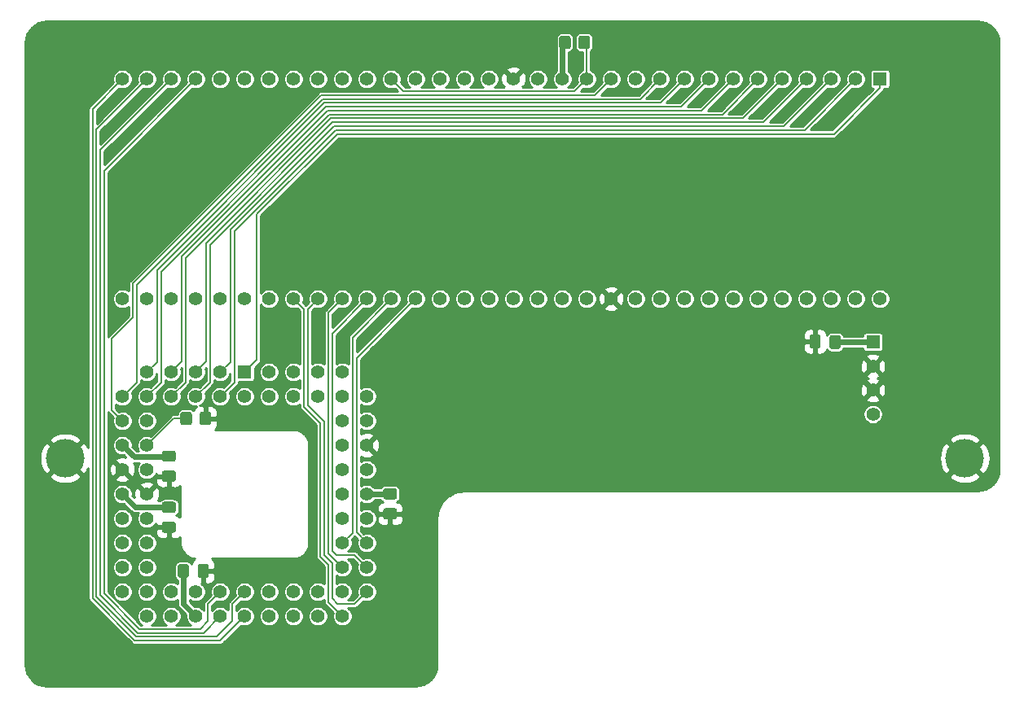
<source format=gtl>
G04 #@! TF.GenerationSoftware,KiCad,Pcbnew,(5.1.12)-1*
G04 #@! TF.CreationDate,2022-01-03T17:24:41+00:00*
G04 #@! TF.ProjectId,A600_68k_PLCC_to_DIP64_v2,41363030-5f36-4386-9b5f-504c43435f74,B*
G04 #@! TF.SameCoordinates,Original*
G04 #@! TF.FileFunction,Copper,L1,Top*
G04 #@! TF.FilePolarity,Positive*
%FSLAX46Y46*%
G04 Gerber Fmt 4.6, Leading zero omitted, Abs format (unit mm)*
G04 Created by KiCad (PCBNEW (5.1.12)-1) date 2022-01-03 17:24:41*
%MOMM*%
%LPD*%
G01*
G04 APERTURE LIST*
G04 #@! TA.AperFunction,ComponentPad*
%ADD10C,1.422400*%
G04 #@! TD*
G04 #@! TA.AperFunction,ComponentPad*
%ADD11R,1.422400X1.422400*%
G04 #@! TD*
G04 #@! TA.AperFunction,ComponentPad*
%ADD12C,0.700000*%
G04 #@! TD*
G04 #@! TA.AperFunction,ComponentPad*
%ADD13C,4.000000*%
G04 #@! TD*
G04 #@! TA.AperFunction,ComponentPad*
%ADD14C,1.408000*%
G04 #@! TD*
G04 #@! TA.AperFunction,ComponentPad*
%ADD15R,1.408000X1.408000*%
G04 #@! TD*
G04 #@! TA.AperFunction,Conductor*
%ADD16C,0.203200*%
G04 #@! TD*
G04 #@! TA.AperFunction,Conductor*
%ADD17C,0.609600*%
G04 #@! TD*
G04 #@! TA.AperFunction,Conductor*
%ADD18C,0.254000*%
G04 #@! TD*
G04 #@! TA.AperFunction,Conductor*
%ADD19C,0.100000*%
G04 #@! TD*
G04 APERTURE END LIST*
D10*
X127000000Y-114300000D03*
X124460000Y-114300000D03*
X121920000Y-114300000D03*
X119380000Y-114300000D03*
X129540000Y-114300000D03*
X132080000Y-114300000D03*
X134620000Y-114300000D03*
X137160000Y-114300000D03*
D11*
X129540000Y-111760000D03*
D10*
X127000000Y-111760000D03*
X124460000Y-111760000D03*
X121920000Y-111760000D03*
X119380000Y-111760000D03*
X132080000Y-111760000D03*
X134620000Y-111760000D03*
X137160000Y-111760000D03*
X119380000Y-116840000D03*
X119380000Y-119380000D03*
X119380000Y-121920000D03*
X119380000Y-124460000D03*
X119380000Y-127000000D03*
X119380000Y-129540000D03*
X119380000Y-132080000D03*
X119380000Y-134620000D03*
X116840000Y-114300000D03*
X116840000Y-116840000D03*
X116840000Y-119380000D03*
X116840000Y-121920000D03*
X116840000Y-124460000D03*
X116840000Y-127000000D03*
X116840000Y-129540000D03*
X116840000Y-132080000D03*
X116840000Y-134620000D03*
X121920000Y-134620000D03*
X124460000Y-134620000D03*
X127000000Y-134620000D03*
X129540000Y-134620000D03*
X132080000Y-134620000D03*
X134620000Y-134620000D03*
X137160000Y-134620000D03*
X139700000Y-134620000D03*
X142240000Y-134620000D03*
X119380000Y-137160000D03*
X121920000Y-137160000D03*
X124460000Y-137160000D03*
X127000000Y-137160000D03*
X129540000Y-137160000D03*
X132080000Y-137160000D03*
X134620000Y-137160000D03*
X137160000Y-137160000D03*
X139700000Y-137160000D03*
X139700000Y-132080000D03*
X139700000Y-129540000D03*
X139700000Y-127000000D03*
X139700000Y-124460000D03*
X139700000Y-121920000D03*
X139700000Y-119380000D03*
X139700000Y-116840000D03*
X139700000Y-114300000D03*
X139700000Y-111760000D03*
X142240000Y-132080000D03*
X142240000Y-129540000D03*
X142240000Y-127000000D03*
X142240000Y-124460000D03*
X142240000Y-121920000D03*
X142240000Y-119380000D03*
X142240000Y-116840000D03*
X142240000Y-114300000D03*
X195580000Y-104140000D03*
X116840000Y-81280000D03*
X193040000Y-104140000D03*
X119380000Y-81280000D03*
X190500000Y-104140000D03*
X121920000Y-81280000D03*
X187960000Y-104140000D03*
X124460000Y-81280000D03*
X185420000Y-104140000D03*
X127000000Y-81280000D03*
X182880000Y-104140000D03*
X129540000Y-81280000D03*
X180340000Y-104140000D03*
X132080000Y-81280000D03*
X177800000Y-104140000D03*
X134620000Y-81280000D03*
X175260000Y-104140000D03*
X137160000Y-81280000D03*
X172720000Y-104140000D03*
X139700000Y-81280000D03*
X170180000Y-104140000D03*
X142240000Y-81280000D03*
X167640000Y-104140000D03*
X144780000Y-81280000D03*
X165100000Y-104140000D03*
X147320000Y-81280000D03*
X162560000Y-104140000D03*
X149860000Y-81280000D03*
X160020000Y-104140000D03*
X152400000Y-81280000D03*
X157480000Y-104140000D03*
X154940000Y-81280000D03*
X154940000Y-104140000D03*
X157480000Y-81280000D03*
X152400000Y-104140000D03*
X160020000Y-81280000D03*
X149860000Y-104140000D03*
X162560000Y-81280000D03*
X147320000Y-104140000D03*
X165100000Y-81280000D03*
X144780000Y-104140000D03*
X167640000Y-81280000D03*
X142240000Y-104140000D03*
X170180000Y-81280000D03*
X139700000Y-104140000D03*
X172720000Y-81280000D03*
X137160000Y-104140000D03*
X175260000Y-81280000D03*
X134620000Y-104140000D03*
X177800000Y-81280000D03*
X132080000Y-104140000D03*
X180340000Y-81280000D03*
X129540000Y-104140000D03*
X182880000Y-81280000D03*
X127000000Y-104140000D03*
X185420000Y-81280000D03*
X124460000Y-104140000D03*
X187960000Y-81280000D03*
X121920000Y-104140000D03*
X190500000Y-81280000D03*
X119380000Y-104140000D03*
X193040000Y-81280000D03*
X116840000Y-104140000D03*
D11*
X195580000Y-81280000D03*
D12*
X111941000Y-119669000D03*
X110880000Y-119230000D03*
X109819000Y-119669000D03*
X109380000Y-120730000D03*
X109819000Y-121791000D03*
X110880000Y-122230000D03*
X111941000Y-121791000D03*
X112380000Y-120730000D03*
D13*
X110880000Y-120730000D03*
D12*
X205441000Y-119669000D03*
X204380000Y-119230000D03*
X203319000Y-119669000D03*
X202880000Y-120730000D03*
X203319000Y-121791000D03*
X204380000Y-122230000D03*
X205441000Y-121791000D03*
X205880000Y-120730000D03*
D13*
X204380000Y-120730000D03*
G04 #@! TA.AperFunction,SMDPad,CuDef*
G36*
G01*
X121191000Y-122010500D02*
X122141000Y-122010500D01*
G75*
G02*
X122391000Y-122260500I0J-250000D01*
G01*
X122391000Y-122935500D01*
G75*
G02*
X122141000Y-123185500I-250000J0D01*
G01*
X121191000Y-123185500D01*
G75*
G02*
X120941000Y-122935500I0J250000D01*
G01*
X120941000Y-122260500D01*
G75*
G02*
X121191000Y-122010500I250000J0D01*
G01*
G37*
G04 #@! TD.AperFunction*
G04 #@! TA.AperFunction,SMDPad,CuDef*
G36*
G01*
X121191000Y-119935500D02*
X122141000Y-119935500D01*
G75*
G02*
X122391000Y-120185500I0J-250000D01*
G01*
X122391000Y-120860500D01*
G75*
G02*
X122141000Y-121110500I-250000J0D01*
G01*
X121191000Y-121110500D01*
G75*
G02*
X120941000Y-120860500I0J250000D01*
G01*
X120941000Y-120185500D01*
G75*
G02*
X121191000Y-119935500I250000J0D01*
G01*
G37*
G04 #@! TD.AperFunction*
G04 #@! TA.AperFunction,SMDPad,CuDef*
G36*
G01*
X121191000Y-127323000D02*
X122141000Y-127323000D01*
G75*
G02*
X122391000Y-127573000I0J-250000D01*
G01*
X122391000Y-128248000D01*
G75*
G02*
X122141000Y-128498000I-250000J0D01*
G01*
X121191000Y-128498000D01*
G75*
G02*
X120941000Y-128248000I0J250000D01*
G01*
X120941000Y-127573000D01*
G75*
G02*
X121191000Y-127323000I250000J0D01*
G01*
G37*
G04 #@! TD.AperFunction*
G04 #@! TA.AperFunction,SMDPad,CuDef*
G36*
G01*
X121191000Y-125248000D02*
X122141000Y-125248000D01*
G75*
G02*
X122391000Y-125498000I0J-250000D01*
G01*
X122391000Y-126173000D01*
G75*
G02*
X122141000Y-126423000I-250000J0D01*
G01*
X121191000Y-126423000D01*
G75*
G02*
X120941000Y-126173000I0J250000D01*
G01*
X120941000Y-125498000D01*
G75*
G02*
X121191000Y-125248000I250000J0D01*
G01*
G37*
G04 #@! TD.AperFunction*
G04 #@! TA.AperFunction,SMDPad,CuDef*
G36*
G01*
X124656000Y-132936000D02*
X124656000Y-131986000D01*
G75*
G02*
X124906000Y-131736000I250000J0D01*
G01*
X125581000Y-131736000D01*
G75*
G02*
X125831000Y-131986000I0J-250000D01*
G01*
X125831000Y-132936000D01*
G75*
G02*
X125581000Y-133186000I-250000J0D01*
G01*
X124906000Y-133186000D01*
G75*
G02*
X124656000Y-132936000I0J250000D01*
G01*
G37*
G04 #@! TD.AperFunction*
G04 #@! TA.AperFunction,SMDPad,CuDef*
G36*
G01*
X122581000Y-132936000D02*
X122581000Y-131986000D01*
G75*
G02*
X122831000Y-131736000I250000J0D01*
G01*
X123506000Y-131736000D01*
G75*
G02*
X123756000Y-131986000I0J-250000D01*
G01*
X123756000Y-132936000D01*
G75*
G02*
X123506000Y-133186000I-250000J0D01*
G01*
X122831000Y-133186000D01*
G75*
G02*
X122581000Y-132936000I0J250000D01*
G01*
G37*
G04 #@! TD.AperFunction*
G04 #@! TA.AperFunction,SMDPad,CuDef*
G36*
G01*
X144178000Y-125926000D02*
X145128000Y-125926000D01*
G75*
G02*
X145378000Y-126176000I0J-250000D01*
G01*
X145378000Y-126851000D01*
G75*
G02*
X145128000Y-127101000I-250000J0D01*
G01*
X144178000Y-127101000D01*
G75*
G02*
X143928000Y-126851000I0J250000D01*
G01*
X143928000Y-126176000D01*
G75*
G02*
X144178000Y-125926000I250000J0D01*
G01*
G37*
G04 #@! TD.AperFunction*
G04 #@! TA.AperFunction,SMDPad,CuDef*
G36*
G01*
X144178000Y-123851000D02*
X145128000Y-123851000D01*
G75*
G02*
X145378000Y-124101000I0J-250000D01*
G01*
X145378000Y-124776000D01*
G75*
G02*
X145128000Y-125026000I-250000J0D01*
G01*
X144178000Y-125026000D01*
G75*
G02*
X143928000Y-124776000I0J250000D01*
G01*
X143928000Y-124101000D01*
G75*
G02*
X144178000Y-123851000I250000J0D01*
G01*
G37*
G04 #@! TD.AperFunction*
G04 #@! TA.AperFunction,SMDPad,CuDef*
G36*
G01*
X124860000Y-117036001D02*
X124860000Y-116135999D01*
G75*
G02*
X125109999Y-115886000I249999J0D01*
G01*
X125810001Y-115886000D01*
G75*
G02*
X126060000Y-116135999I0J-249999D01*
G01*
X126060000Y-117036001D01*
G75*
G02*
X125810001Y-117286000I-249999J0D01*
G01*
X125109999Y-117286000D01*
G75*
G02*
X124860000Y-117036001I0J249999D01*
G01*
G37*
G04 #@! TD.AperFunction*
G04 #@! TA.AperFunction,SMDPad,CuDef*
G36*
G01*
X122860000Y-117036001D02*
X122860000Y-116135999D01*
G75*
G02*
X123109999Y-115886000I249999J0D01*
G01*
X123810001Y-115886000D01*
G75*
G02*
X124060000Y-116135999I0J-249999D01*
G01*
X124060000Y-117036001D01*
G75*
G02*
X123810001Y-117286000I-249999J0D01*
G01*
X123109999Y-117286000D01*
G75*
G02*
X122860000Y-117036001I0J249999D01*
G01*
G37*
G04 #@! TD.AperFunction*
G04 #@! TA.AperFunction,SMDPad,CuDef*
G36*
G01*
X164230000Y-77920001D02*
X164230000Y-77019999D01*
G75*
G02*
X164479999Y-76770000I249999J0D01*
G01*
X165180001Y-76770000D01*
G75*
G02*
X165430000Y-77019999I0J-249999D01*
G01*
X165430000Y-77920001D01*
G75*
G02*
X165180001Y-78170000I-249999J0D01*
G01*
X164479999Y-78170000D01*
G75*
G02*
X164230000Y-77920001I0J249999D01*
G01*
G37*
G04 #@! TD.AperFunction*
G04 #@! TA.AperFunction,SMDPad,CuDef*
G36*
G01*
X162230000Y-77920001D02*
X162230000Y-77019999D01*
G75*
G02*
X162479999Y-76770000I249999J0D01*
G01*
X163180001Y-76770000D01*
G75*
G02*
X163430000Y-77019999I0J-249999D01*
G01*
X163430000Y-77920001D01*
G75*
G02*
X163180001Y-78170000I-249999J0D01*
G01*
X162479999Y-78170000D01*
G75*
G02*
X162230000Y-77920001I0J249999D01*
G01*
G37*
G04 #@! TD.AperFunction*
G04 #@! TA.AperFunction,SMDPad,CuDef*
G36*
G01*
X191490000Y-108170275D02*
X191490000Y-109119725D01*
G75*
G02*
X191239725Y-109370000I-250275J0D01*
G01*
X190565275Y-109370000D01*
G75*
G02*
X190315000Y-109119725I0J250275D01*
G01*
X190315000Y-108170275D01*
G75*
G02*
X190565275Y-107920000I250275J0D01*
G01*
X191239725Y-107920000D01*
G75*
G02*
X191490000Y-108170275I0J-250275D01*
G01*
G37*
G04 #@! TD.AperFunction*
G04 #@! TA.AperFunction,SMDPad,CuDef*
G36*
G01*
X189415000Y-108110000D02*
X189415000Y-109060000D01*
G75*
G02*
X189165000Y-109310000I-250000J0D01*
G01*
X188490000Y-109310000D01*
G75*
G02*
X188240000Y-109060000I0J250000D01*
G01*
X188240000Y-108110000D01*
G75*
G02*
X188490000Y-107860000I250000J0D01*
G01*
X189165000Y-107860000D01*
G75*
G02*
X189415000Y-108110000I0J-250000D01*
G01*
G37*
G04 #@! TD.AperFunction*
D14*
X194840000Y-116145000D03*
X194840000Y-113645000D03*
X194840000Y-111145000D03*
D15*
X194840000Y-108645000D03*
D16*
X119380000Y-119380000D02*
X122174000Y-116586000D01*
X122174000Y-116586000D02*
X123435000Y-116586000D01*
X165100000Y-77715000D02*
X164855000Y-77470000D01*
X165100000Y-81280000D02*
X165100000Y-77715000D01*
X146059687Y-82559687D02*
X163820313Y-82559687D01*
X163820313Y-82559687D02*
X165100000Y-81280000D01*
X144780000Y-81280000D02*
X146059687Y-82559687D01*
D17*
X162560000Y-77715000D02*
X162805000Y-77470000D01*
X162560000Y-81280000D02*
X162560000Y-77715000D01*
X123168500Y-135868500D02*
X123168500Y-132461000D01*
X124460000Y-137160000D02*
X123168500Y-135868500D01*
X118056001Y-120596001D02*
X116840000Y-119380000D01*
X121592999Y-120596001D02*
X118056001Y-120596001D01*
X121666000Y-120523000D02*
X121592999Y-120596001D01*
X118163999Y-125783999D02*
X116840000Y-124460000D01*
X121614499Y-125783999D02*
X118163999Y-125783999D01*
X121666000Y-125835500D02*
X121614499Y-125783999D01*
X142261500Y-124438500D02*
X142240000Y-124460000D01*
X144653000Y-124438500D02*
X142261500Y-124438500D01*
X194840000Y-108645000D02*
X190902500Y-108645000D01*
D16*
X141160500Y-128460500D02*
X142240000Y-129540000D01*
X141160500Y-110299500D02*
X141160500Y-128460500D01*
X147320000Y-104140000D02*
X141160500Y-110299500D01*
X139065000Y-130810000D02*
X140970000Y-130810000D01*
X142240000Y-104140000D02*
X138642711Y-107737289D01*
X138642711Y-130387711D02*
X139065000Y-130810000D01*
X138642711Y-107737289D02*
X138642711Y-130387711D01*
X140970000Y-130810000D02*
X142240000Y-132080000D01*
X140757289Y-128482711D02*
X139700000Y-129540000D01*
X144780000Y-104140000D02*
X140757289Y-108162711D01*
X140757289Y-108162711D02*
X140757289Y-128482711D01*
X138239500Y-130619500D02*
X139700000Y-132080000D01*
X138239500Y-105600500D02*
X138239500Y-130619500D01*
X139700000Y-104140000D02*
X138239500Y-105600500D01*
X138217289Y-135677289D02*
X139700000Y-137160000D01*
X138217289Y-131799967D02*
X138217289Y-135677289D01*
X137414000Y-130996678D02*
X138217289Y-131799967D01*
X134620000Y-104140000D02*
X135677289Y-105197289D01*
X135677289Y-115357289D02*
X137414000Y-117094000D01*
X135677289Y-105197289D02*
X135677289Y-115357289D01*
X137414000Y-117094000D02*
X137414000Y-130996678D01*
X128828801Y-137871199D02*
X129540000Y-137160000D01*
X127000000Y-139700000D02*
X128828801Y-137871199D01*
X113728500Y-84391500D02*
X113728500Y-135318500D01*
X116840000Y-81280000D02*
X113728500Y-84391500D01*
X118110000Y-139700000D02*
X127000000Y-139700000D01*
X113728500Y-135318500D02*
X118110000Y-139700000D01*
X121920000Y-81280000D02*
X114534922Y-88665078D01*
X125266422Y-138893578D02*
X127000000Y-137160000D01*
X118444030Y-138893578D02*
X125266422Y-138893578D01*
X114534922Y-134984470D02*
X118444030Y-138893578D01*
X114534922Y-88665078D02*
X114534922Y-134984470D01*
X139192000Y-135890000D02*
X140970000Y-135890000D01*
X138620500Y-135318500D02*
X139192000Y-135890000D01*
X138620500Y-131632952D02*
X138620500Y-135318500D01*
X137817211Y-116926985D02*
X137817211Y-130829663D01*
X137817211Y-130829663D02*
X138620500Y-131632952D01*
X136080500Y-115190274D02*
X137817211Y-116926985D01*
X136080500Y-105219500D02*
X136080500Y-115190274D01*
X140970000Y-135890000D02*
X142240000Y-134620000D01*
X137160000Y-104140000D02*
X136080500Y-105219500D01*
X128244946Y-137693054D02*
X128244946Y-135915054D01*
X128244946Y-135915054D02*
X129540000Y-134620000D01*
X114131711Y-86528289D02*
X114131711Y-135151485D01*
X119380000Y-81280000D02*
X114131711Y-86528289D01*
X126641211Y-139296789D02*
X128244946Y-137693054D01*
X118277015Y-139296789D02*
X126641211Y-139296789D01*
X114131711Y-135151485D02*
X118277015Y-139296789D01*
X124460000Y-81280000D02*
X114938133Y-90801867D01*
X118611045Y-138490367D02*
X124907633Y-138490367D01*
X114938133Y-134817455D02*
X118611045Y-138490367D01*
X125730000Y-135890000D02*
X127000000Y-134620000D01*
X114938133Y-90801867D02*
X114938133Y-134817455D01*
X124907633Y-138490367D02*
X125730000Y-137668000D01*
X125730000Y-137668000D02*
X125730000Y-135890000D01*
X165957102Y-82962898D02*
X167640000Y-81280000D01*
X137509102Y-82962898D02*
X165957102Y-82962898D01*
X117919500Y-102552500D02*
X137509102Y-82962898D01*
X117919500Y-106108500D02*
X117919500Y-102552500D01*
X115744555Y-108283445D02*
X117919500Y-106108500D01*
X116840000Y-116840000D02*
X115744555Y-115744555D01*
X115744555Y-115744555D02*
X115744555Y-108283445D01*
X116840000Y-114300000D02*
X116840000Y-114046000D01*
X172720000Y-81280000D02*
X170633892Y-83366108D01*
X137676118Y-83366108D02*
X118322711Y-102719515D01*
X117551199Y-113588801D02*
X116840000Y-114300000D01*
X170633892Y-83366108D02*
X137676118Y-83366108D01*
X118322711Y-112817289D02*
X117551199Y-113588801D01*
X118322711Y-102719515D02*
X118322711Y-112817289D01*
X120437289Y-101175163D02*
X120437289Y-110702711D01*
X120437289Y-110702711D02*
X119380000Y-111760000D01*
X175260000Y-81280000D02*
X172770682Y-83769318D01*
X137843134Y-83769318D02*
X120437289Y-101175163D01*
X172770682Y-83769318D02*
X137843134Y-83769318D01*
X180340000Y-81280000D02*
X177044262Y-84575738D01*
X122999500Y-99753404D02*
X122999500Y-110680500D01*
X122999500Y-110680500D02*
X121920000Y-111760000D01*
X177044262Y-84575738D02*
X138177166Y-84575738D01*
X138177166Y-84575738D02*
X122999500Y-99753404D01*
X181317840Y-85382160D02*
X138511196Y-85382160D01*
X125539500Y-98353856D02*
X125539500Y-110680500D01*
X125539500Y-110680500D02*
X124460000Y-111760000D01*
X138511196Y-85382160D02*
X125539500Y-98353856D01*
X185420000Y-81280000D02*
X181317840Y-85382160D01*
X128057289Y-110702711D02*
X127000000Y-111760000D01*
X138845228Y-86188580D02*
X128057289Y-96976519D01*
X128057289Y-96976519D02*
X128057289Y-110702711D01*
X185591420Y-86188580D02*
X138845228Y-86188580D01*
X190500000Y-81280000D02*
X185591420Y-86188580D01*
X130810000Y-110490000D02*
X129540000Y-111760000D01*
X130810000Y-95364260D02*
X130810000Y-110490000D01*
X139179260Y-86995000D02*
X130810000Y-95364260D01*
X190779400Y-86995000D02*
X139179260Y-86995000D01*
X195580000Y-81280000D02*
X195580000Y-82194400D01*
X195580000Y-82194400D02*
X190779400Y-86995000D01*
X177800000Y-81280000D02*
X174907472Y-84172528D01*
X138010150Y-84172528D02*
X120840500Y-101342178D01*
X120840500Y-101342178D02*
X120840500Y-112839500D01*
X120840500Y-112839500D02*
X119380000Y-114300000D01*
X174907472Y-84172528D02*
X138010150Y-84172528D01*
X138344181Y-84978949D02*
X179181051Y-84978949D01*
X123402711Y-112817289D02*
X123402711Y-99920419D01*
X123402711Y-99920419D02*
X138344181Y-84978949D01*
X179181051Y-84978949D02*
X182880000Y-81280000D01*
X121920000Y-114300000D02*
X123402711Y-112817289D01*
X138678212Y-85785370D02*
X125942711Y-98520871D01*
X125942711Y-98520871D02*
X125942711Y-112817289D01*
X183454630Y-85785370D02*
X138678212Y-85785370D01*
X125942711Y-112817289D02*
X124460000Y-114300000D01*
X187960000Y-81280000D02*
X183454630Y-85785370D01*
X193040000Y-81280000D02*
X187728211Y-86591789D01*
X127711199Y-113588801D02*
X127000000Y-114300000D01*
X128460500Y-112839500D02*
X127711199Y-113588801D01*
X128460500Y-97143534D02*
X128460500Y-112839500D01*
X139012244Y-86591790D02*
X128460500Y-97143534D01*
X187728211Y-86591789D02*
X139012244Y-86591790D01*
D18*
X206164654Y-75325326D02*
X206573140Y-75448655D01*
X206949888Y-75648974D01*
X207280550Y-75918657D01*
X207552535Y-76247431D01*
X207755480Y-76622769D01*
X207881657Y-77030381D01*
X207928000Y-77471308D01*
X207928001Y-121902775D01*
X207884674Y-122344659D01*
X207761346Y-122753139D01*
X207561025Y-123129889D01*
X207291346Y-123460548D01*
X206962569Y-123732535D01*
X206587231Y-123935480D01*
X206179621Y-124061657D01*
X205738692Y-124108000D01*
X152382708Y-124108000D01*
X152382096Y-124108060D01*
X152381037Y-124108064D01*
X152365745Y-124109617D01*
X152350366Y-124109510D01*
X152345474Y-124109990D01*
X151852468Y-124161807D01*
X151821241Y-124168217D01*
X151789878Y-124174200D01*
X151785173Y-124175621D01*
X151311621Y-124322210D01*
X151282250Y-124334557D01*
X151252630Y-124346524D01*
X151248290Y-124348832D01*
X150812230Y-124584609D01*
X150785803Y-124602434D01*
X150759086Y-124619917D01*
X150755277Y-124623024D01*
X150373317Y-124939008D01*
X150350825Y-124961657D01*
X150328043Y-124983967D01*
X150324910Y-124987754D01*
X150011600Y-125371911D01*
X149993965Y-125398453D01*
X149975920Y-125424808D01*
X149973582Y-125429131D01*
X149740855Y-125866827D01*
X149728705Y-125896305D01*
X149716130Y-125925646D01*
X149714677Y-125930342D01*
X149571397Y-126404906D01*
X149565203Y-126436190D01*
X149558567Y-126467407D01*
X149558054Y-126472296D01*
X149509680Y-126965651D01*
X149508000Y-126982709D01*
X149508001Y-142222775D01*
X149464674Y-142664659D01*
X149341346Y-143073139D01*
X149141025Y-143449889D01*
X148871346Y-143780548D01*
X148542569Y-144052535D01*
X148167231Y-144255480D01*
X147759621Y-144381657D01*
X147318692Y-144428000D01*
X108983215Y-144428000D01*
X108541341Y-144384674D01*
X108132861Y-144261346D01*
X107756111Y-144061025D01*
X107425452Y-143791346D01*
X107153465Y-143462569D01*
X106950520Y-143087231D01*
X106824343Y-142679621D01*
X106778000Y-142238692D01*
X106778000Y-122577499D01*
X109212106Y-122577499D01*
X109428228Y-122944258D01*
X109888105Y-123184938D01*
X110386098Y-123331275D01*
X110903071Y-123377648D01*
X111419159Y-123322273D01*
X111914526Y-123167279D01*
X112331772Y-122944258D01*
X112547894Y-122577499D01*
X111767432Y-121797037D01*
X111756957Y-121771107D01*
X111748767Y-121755784D01*
X111724102Y-121753707D01*
X111356293Y-121385898D01*
X111354216Y-121361233D01*
X111314964Y-121344569D01*
X110880000Y-120909605D01*
X110447037Y-121342568D01*
X110421107Y-121353043D01*
X110405784Y-121361233D01*
X110403707Y-121385898D01*
X110035898Y-121753707D01*
X110011233Y-121755784D01*
X109994569Y-121795036D01*
X109212106Y-122577499D01*
X106778000Y-122577499D01*
X106778000Y-120753071D01*
X108232352Y-120753071D01*
X108287727Y-121269159D01*
X108442721Y-121764526D01*
X108665742Y-122181772D01*
X109032501Y-122397894D01*
X109812963Y-121617432D01*
X109838893Y-121606957D01*
X109854216Y-121598767D01*
X109856293Y-121574102D01*
X110224102Y-121206293D01*
X110248767Y-121204216D01*
X110265431Y-121164964D01*
X110700395Y-120730000D01*
X111059605Y-120730000D01*
X111492568Y-121162963D01*
X111503043Y-121188893D01*
X111511233Y-121204216D01*
X111535898Y-121206293D01*
X111903707Y-121574102D01*
X111905784Y-121598767D01*
X111945036Y-121615431D01*
X112727499Y-122397894D01*
X113094258Y-122181772D01*
X113299901Y-121788842D01*
X113299901Y-135297442D01*
X113297827Y-135318500D01*
X113306102Y-135402520D01*
X113330611Y-135483311D01*
X113370409Y-135557769D01*
X113423969Y-135623032D01*
X113440320Y-135636451D01*
X117792049Y-139988181D01*
X117805468Y-140004532D01*
X117870731Y-140058092D01*
X117945189Y-140097890D01*
X118001471Y-140114963D01*
X118025979Y-140122398D01*
X118110000Y-140130673D01*
X118131048Y-140128600D01*
X126978952Y-140128600D01*
X127000000Y-140130673D01*
X127021048Y-140128600D01*
X127084020Y-140122398D01*
X127164811Y-140097890D01*
X127239269Y-140058092D01*
X127304532Y-140004532D01*
X127317955Y-139988176D01*
X129146750Y-138159382D01*
X129146755Y-138159376D01*
X129173996Y-138132135D01*
X129237168Y-138158302D01*
X129437746Y-138198200D01*
X129642254Y-138198200D01*
X129842832Y-138158302D01*
X130031772Y-138080041D01*
X130201814Y-137966422D01*
X130346422Y-137821814D01*
X130460041Y-137651772D01*
X130538302Y-137462832D01*
X130578200Y-137262254D01*
X130578200Y-137057746D01*
X131041800Y-137057746D01*
X131041800Y-137262254D01*
X131081698Y-137462832D01*
X131159959Y-137651772D01*
X131273578Y-137821814D01*
X131418186Y-137966422D01*
X131588228Y-138080041D01*
X131777168Y-138158302D01*
X131977746Y-138198200D01*
X132182254Y-138198200D01*
X132382832Y-138158302D01*
X132571772Y-138080041D01*
X132741814Y-137966422D01*
X132886422Y-137821814D01*
X133000041Y-137651772D01*
X133078302Y-137462832D01*
X133118200Y-137262254D01*
X133118200Y-137057746D01*
X133581800Y-137057746D01*
X133581800Y-137262254D01*
X133621698Y-137462832D01*
X133699959Y-137651772D01*
X133813578Y-137821814D01*
X133958186Y-137966422D01*
X134128228Y-138080041D01*
X134317168Y-138158302D01*
X134517746Y-138198200D01*
X134722254Y-138198200D01*
X134922832Y-138158302D01*
X135111772Y-138080041D01*
X135281814Y-137966422D01*
X135426422Y-137821814D01*
X135540041Y-137651772D01*
X135618302Y-137462832D01*
X135658200Y-137262254D01*
X135658200Y-137057746D01*
X136121800Y-137057746D01*
X136121800Y-137262254D01*
X136161698Y-137462832D01*
X136239959Y-137651772D01*
X136353578Y-137821814D01*
X136498186Y-137966422D01*
X136668228Y-138080041D01*
X136857168Y-138158302D01*
X137057746Y-138198200D01*
X137262254Y-138198200D01*
X137462832Y-138158302D01*
X137651772Y-138080041D01*
X137821814Y-137966422D01*
X137966422Y-137821814D01*
X138080041Y-137651772D01*
X138158302Y-137462832D01*
X138198200Y-137262254D01*
X138198200Y-137057746D01*
X138158302Y-136857168D01*
X138080041Y-136668228D01*
X137966422Y-136498186D01*
X137821814Y-136353578D01*
X137651772Y-136239959D01*
X137462832Y-136161698D01*
X137262254Y-136121800D01*
X137057746Y-136121800D01*
X136857168Y-136161698D01*
X136668228Y-136239959D01*
X136498186Y-136353578D01*
X136353578Y-136498186D01*
X136239959Y-136668228D01*
X136161698Y-136857168D01*
X136121800Y-137057746D01*
X135658200Y-137057746D01*
X135618302Y-136857168D01*
X135540041Y-136668228D01*
X135426422Y-136498186D01*
X135281814Y-136353578D01*
X135111772Y-136239959D01*
X134922832Y-136161698D01*
X134722254Y-136121800D01*
X134517746Y-136121800D01*
X134317168Y-136161698D01*
X134128228Y-136239959D01*
X133958186Y-136353578D01*
X133813578Y-136498186D01*
X133699959Y-136668228D01*
X133621698Y-136857168D01*
X133581800Y-137057746D01*
X133118200Y-137057746D01*
X133078302Y-136857168D01*
X133000041Y-136668228D01*
X132886422Y-136498186D01*
X132741814Y-136353578D01*
X132571772Y-136239959D01*
X132382832Y-136161698D01*
X132182254Y-136121800D01*
X131977746Y-136121800D01*
X131777168Y-136161698D01*
X131588228Y-136239959D01*
X131418186Y-136353578D01*
X131273578Y-136498186D01*
X131159959Y-136668228D01*
X131081698Y-136857168D01*
X131041800Y-137057746D01*
X130578200Y-137057746D01*
X130538302Y-136857168D01*
X130460041Y-136668228D01*
X130346422Y-136498186D01*
X130201814Y-136353578D01*
X130031772Y-136239959D01*
X129842832Y-136161698D01*
X129642254Y-136121800D01*
X129437746Y-136121800D01*
X129237168Y-136161698D01*
X129048228Y-136239959D01*
X128878186Y-136353578D01*
X128733578Y-136498186D01*
X128673546Y-136588030D01*
X128673546Y-136092585D01*
X129173996Y-135592135D01*
X129237168Y-135618302D01*
X129437746Y-135658200D01*
X129642254Y-135658200D01*
X129842832Y-135618302D01*
X130031772Y-135540041D01*
X130201814Y-135426422D01*
X130346422Y-135281814D01*
X130460041Y-135111772D01*
X130538302Y-134922832D01*
X130578200Y-134722254D01*
X130578200Y-134517746D01*
X131041800Y-134517746D01*
X131041800Y-134722254D01*
X131081698Y-134922832D01*
X131159959Y-135111772D01*
X131273578Y-135281814D01*
X131418186Y-135426422D01*
X131588228Y-135540041D01*
X131777168Y-135618302D01*
X131977746Y-135658200D01*
X132182254Y-135658200D01*
X132382832Y-135618302D01*
X132571772Y-135540041D01*
X132741814Y-135426422D01*
X132886422Y-135281814D01*
X133000041Y-135111772D01*
X133078302Y-134922832D01*
X133118200Y-134722254D01*
X133118200Y-134517746D01*
X133581800Y-134517746D01*
X133581800Y-134722254D01*
X133621698Y-134922832D01*
X133699959Y-135111772D01*
X133813578Y-135281814D01*
X133958186Y-135426422D01*
X134128228Y-135540041D01*
X134317168Y-135618302D01*
X134517746Y-135658200D01*
X134722254Y-135658200D01*
X134922832Y-135618302D01*
X135111772Y-135540041D01*
X135281814Y-135426422D01*
X135426422Y-135281814D01*
X135540041Y-135111772D01*
X135618302Y-134922832D01*
X135658200Y-134722254D01*
X135658200Y-134517746D01*
X135618302Y-134317168D01*
X135540041Y-134128228D01*
X135426422Y-133958186D01*
X135281814Y-133813578D01*
X135111772Y-133699959D01*
X134922832Y-133621698D01*
X134722254Y-133581800D01*
X134517746Y-133581800D01*
X134317168Y-133621698D01*
X134128228Y-133699959D01*
X133958186Y-133813578D01*
X133813578Y-133958186D01*
X133699959Y-134128228D01*
X133621698Y-134317168D01*
X133581800Y-134517746D01*
X133118200Y-134517746D01*
X133078302Y-134317168D01*
X133000041Y-134128228D01*
X132886422Y-133958186D01*
X132741814Y-133813578D01*
X132571772Y-133699959D01*
X132382832Y-133621698D01*
X132182254Y-133581800D01*
X131977746Y-133581800D01*
X131777168Y-133621698D01*
X131588228Y-133699959D01*
X131418186Y-133813578D01*
X131273578Y-133958186D01*
X131159959Y-134128228D01*
X131081698Y-134317168D01*
X131041800Y-134517746D01*
X130578200Y-134517746D01*
X130538302Y-134317168D01*
X130460041Y-134128228D01*
X130346422Y-133958186D01*
X130201814Y-133813578D01*
X130031772Y-133699959D01*
X129842832Y-133621698D01*
X129642254Y-133581800D01*
X129437746Y-133581800D01*
X129237168Y-133621698D01*
X129048228Y-133699959D01*
X128878186Y-133813578D01*
X128733578Y-133958186D01*
X128619959Y-134128228D01*
X128541698Y-134317168D01*
X128501800Y-134517746D01*
X128501800Y-134722254D01*
X128541698Y-134922832D01*
X128567865Y-134986004D01*
X127956765Y-135597103D01*
X127940415Y-135610522D01*
X127926997Y-135626872D01*
X127886855Y-135675785D01*
X127847057Y-135750243D01*
X127822548Y-135831034D01*
X127814273Y-135915054D01*
X127816347Y-135936112D01*
X127816347Y-136513039D01*
X127806422Y-136498186D01*
X127661814Y-136353578D01*
X127491772Y-136239959D01*
X127302832Y-136161698D01*
X127102254Y-136121800D01*
X126897746Y-136121800D01*
X126697168Y-136161698D01*
X126508228Y-136239959D01*
X126338186Y-136353578D01*
X126193578Y-136498186D01*
X126158600Y-136550534D01*
X126158600Y-136067531D01*
X126633996Y-135592135D01*
X126697168Y-135618302D01*
X126897746Y-135658200D01*
X127102254Y-135658200D01*
X127302832Y-135618302D01*
X127491772Y-135540041D01*
X127661814Y-135426422D01*
X127806422Y-135281814D01*
X127920041Y-135111772D01*
X127998302Y-134922832D01*
X128038200Y-134722254D01*
X128038200Y-134517746D01*
X127998302Y-134317168D01*
X127920041Y-134128228D01*
X127806422Y-133958186D01*
X127661814Y-133813578D01*
X127491772Y-133699959D01*
X127302832Y-133621698D01*
X127102254Y-133581800D01*
X126897746Y-133581800D01*
X126697168Y-133621698D01*
X126508228Y-133699959D01*
X126338186Y-133813578D01*
X126193578Y-133958186D01*
X126079959Y-134128228D01*
X126001698Y-134317168D01*
X125961800Y-134517746D01*
X125961800Y-134722254D01*
X126001698Y-134922832D01*
X126027865Y-134986004D01*
X125441820Y-135572049D01*
X125425469Y-135585468D01*
X125412052Y-135601817D01*
X125412051Y-135601818D01*
X125371909Y-135650731D01*
X125332111Y-135725189D01*
X125307602Y-135805980D01*
X125299327Y-135890000D01*
X125301401Y-135911058D01*
X125301401Y-136550535D01*
X125266422Y-136498186D01*
X125121814Y-136353578D01*
X124951772Y-136239959D01*
X124762832Y-136161698D01*
X124562254Y-136121800D01*
X124357746Y-136121800D01*
X124322342Y-136128842D01*
X123800300Y-135606801D01*
X123800300Y-135427835D01*
X123968228Y-135540041D01*
X124157168Y-135618302D01*
X124357746Y-135658200D01*
X124562254Y-135658200D01*
X124762832Y-135618302D01*
X124951772Y-135540041D01*
X125121814Y-135426422D01*
X125266422Y-135281814D01*
X125380041Y-135111772D01*
X125458302Y-134922832D01*
X125498200Y-134722254D01*
X125498200Y-134517746D01*
X125458302Y-134317168D01*
X125380041Y-134128228D01*
X125266422Y-133958186D01*
X125121814Y-133813578D01*
X125027914Y-133750836D01*
X125116500Y-133662250D01*
X125116500Y-132588000D01*
X125370500Y-132588000D01*
X125370500Y-133662250D01*
X125529250Y-133821000D01*
X125831000Y-133824072D01*
X125955482Y-133811812D01*
X126075180Y-133775502D01*
X126185494Y-133716537D01*
X126282185Y-133637185D01*
X126361537Y-133540494D01*
X126420502Y-133430180D01*
X126456812Y-133310482D01*
X126469072Y-133186000D01*
X126466000Y-132746750D01*
X126307250Y-132588000D01*
X125370500Y-132588000D01*
X125116500Y-132588000D01*
X125096500Y-132588000D01*
X125096500Y-132334000D01*
X125116500Y-132334000D01*
X125116500Y-132314000D01*
X125370500Y-132314000D01*
X125370500Y-132334000D01*
X126307250Y-132334000D01*
X126466000Y-132175250D01*
X126469072Y-131736000D01*
X126456812Y-131611518D01*
X126420502Y-131491820D01*
X126361537Y-131381506D01*
X126282185Y-131284815D01*
X126185494Y-131205463D01*
X126104182Y-131162000D01*
X134637292Y-131162000D01*
X134652869Y-131160466D01*
X134660768Y-131160521D01*
X134665659Y-131160041D01*
X134912163Y-131134133D01*
X134943402Y-131127720D01*
X134974754Y-131121740D01*
X134979459Y-131120319D01*
X135216235Y-131047024D01*
X135245631Y-131034667D01*
X135275225Y-131022710D01*
X135279564Y-131020403D01*
X135497594Y-130902515D01*
X135524032Y-130884682D01*
X135550740Y-130867205D01*
X135554549Y-130864098D01*
X135745529Y-130706105D01*
X135767968Y-130683509D01*
X135790803Y-130661147D01*
X135793935Y-130657359D01*
X135950590Y-130465282D01*
X135968247Y-130438706D01*
X135986270Y-130412384D01*
X135988608Y-130408060D01*
X136104971Y-130189213D01*
X136117121Y-130159735D01*
X136129696Y-130130394D01*
X136131149Y-130125699D01*
X136202789Y-129888418D01*
X136208981Y-129857149D01*
X136215620Y-129825915D01*
X136216133Y-129821027D01*
X136240320Y-129574349D01*
X136242000Y-129557292D01*
X136242000Y-119362708D01*
X136240466Y-119347131D01*
X136240521Y-119339233D01*
X136240041Y-119334341D01*
X136214133Y-119087838D01*
X136207722Y-119056605D01*
X136201740Y-119025246D01*
X136200319Y-119020541D01*
X136127024Y-118783765D01*
X136114667Y-118754369D01*
X136102710Y-118724775D01*
X136100402Y-118720436D01*
X136100402Y-118720435D01*
X136100399Y-118720431D01*
X135982515Y-118502406D01*
X135964682Y-118475968D01*
X135947205Y-118449260D01*
X135944098Y-118445451D01*
X135786105Y-118254471D01*
X135763489Y-118232013D01*
X135741146Y-118209197D01*
X135737359Y-118206064D01*
X135545281Y-118049410D01*
X135518749Y-118031782D01*
X135492384Y-118013729D01*
X135488060Y-118011392D01*
X135269212Y-117895029D01*
X135239748Y-117882885D01*
X135210394Y-117870304D01*
X135205699Y-117868851D01*
X134968418Y-117797211D01*
X134937149Y-117791019D01*
X134905915Y-117784380D01*
X134901029Y-117783867D01*
X134901027Y-117783867D01*
X134654564Y-117759701D01*
X134637292Y-117758000D01*
X126485822Y-117758000D01*
X126511185Y-117737185D01*
X126590537Y-117640494D01*
X126649502Y-117530180D01*
X126685812Y-117410482D01*
X126698072Y-117286000D01*
X126695000Y-116871750D01*
X126536250Y-116713000D01*
X125587000Y-116713000D01*
X125587000Y-116733000D01*
X125333000Y-116733000D01*
X125333000Y-116713000D01*
X125313000Y-116713000D01*
X125313000Y-116459000D01*
X125333000Y-116459000D01*
X125333000Y-115409750D01*
X125587000Y-115409750D01*
X125587000Y-116459000D01*
X126536250Y-116459000D01*
X126695000Y-116300250D01*
X126698072Y-115886000D01*
X126685812Y-115761518D01*
X126649502Y-115641820D01*
X126590537Y-115531506D01*
X126511185Y-115434815D01*
X126414494Y-115355463D01*
X126304180Y-115296498D01*
X126184482Y-115260188D01*
X126060000Y-115247928D01*
X125745750Y-115251000D01*
X125587000Y-115409750D01*
X125333000Y-115409750D01*
X125174250Y-115251000D01*
X124883883Y-115248161D01*
X124951772Y-115220041D01*
X125121814Y-115106422D01*
X125266422Y-114961814D01*
X125380041Y-114791772D01*
X125458302Y-114602832D01*
X125498200Y-114402254D01*
X125498200Y-114197746D01*
X125458302Y-113997168D01*
X125432135Y-113933996D01*
X126230892Y-113135240D01*
X126247243Y-113121821D01*
X126300803Y-113056558D01*
X126340601Y-112982100D01*
X126365109Y-112901309D01*
X126365191Y-112900477D01*
X126373384Y-112817290D01*
X126371311Y-112796242D01*
X126371311Y-112588556D01*
X126508228Y-112680041D01*
X126697168Y-112758302D01*
X126897746Y-112798200D01*
X127102254Y-112798200D01*
X127302832Y-112758302D01*
X127491772Y-112680041D01*
X127661814Y-112566422D01*
X127806422Y-112421814D01*
X127920041Y-112251772D01*
X127998302Y-112062832D01*
X128031901Y-111893921D01*
X128031901Y-112661967D01*
X127423016Y-113270853D01*
X127366004Y-113327865D01*
X127302832Y-113301698D01*
X127102254Y-113261800D01*
X126897746Y-113261800D01*
X126697168Y-113301698D01*
X126508228Y-113379959D01*
X126338186Y-113493578D01*
X126193578Y-113638186D01*
X126079959Y-113808228D01*
X126001698Y-113997168D01*
X125961800Y-114197746D01*
X125961800Y-114402254D01*
X126001698Y-114602832D01*
X126079959Y-114791772D01*
X126193578Y-114961814D01*
X126338186Y-115106422D01*
X126508228Y-115220041D01*
X126697168Y-115298302D01*
X126897746Y-115338200D01*
X127102254Y-115338200D01*
X127302832Y-115298302D01*
X127491772Y-115220041D01*
X127661814Y-115106422D01*
X127806422Y-114961814D01*
X127920041Y-114791772D01*
X127998302Y-114602832D01*
X128038200Y-114402254D01*
X128038200Y-114197746D01*
X128501800Y-114197746D01*
X128501800Y-114402254D01*
X128541698Y-114602832D01*
X128619959Y-114791772D01*
X128733578Y-114961814D01*
X128878186Y-115106422D01*
X129048228Y-115220041D01*
X129237168Y-115298302D01*
X129437746Y-115338200D01*
X129642254Y-115338200D01*
X129842832Y-115298302D01*
X130031772Y-115220041D01*
X130201814Y-115106422D01*
X130346422Y-114961814D01*
X130460041Y-114791772D01*
X130538302Y-114602832D01*
X130578200Y-114402254D01*
X130578200Y-114197746D01*
X131041800Y-114197746D01*
X131041800Y-114402254D01*
X131081698Y-114602832D01*
X131159959Y-114791772D01*
X131273578Y-114961814D01*
X131418186Y-115106422D01*
X131588228Y-115220041D01*
X131777168Y-115298302D01*
X131977746Y-115338200D01*
X132182254Y-115338200D01*
X132382832Y-115298302D01*
X132571772Y-115220041D01*
X132741814Y-115106422D01*
X132886422Y-114961814D01*
X133000041Y-114791772D01*
X133078302Y-114602832D01*
X133118200Y-114402254D01*
X133118200Y-114197746D01*
X133078302Y-113997168D01*
X133000041Y-113808228D01*
X132886422Y-113638186D01*
X132741814Y-113493578D01*
X132571772Y-113379959D01*
X132382832Y-113301698D01*
X132182254Y-113261800D01*
X131977746Y-113261800D01*
X131777168Y-113301698D01*
X131588228Y-113379959D01*
X131418186Y-113493578D01*
X131273578Y-113638186D01*
X131159959Y-113808228D01*
X131081698Y-113997168D01*
X131041800Y-114197746D01*
X130578200Y-114197746D01*
X130538302Y-113997168D01*
X130460041Y-113808228D01*
X130346422Y-113638186D01*
X130201814Y-113493578D01*
X130031772Y-113379959D01*
X129842832Y-113301698D01*
X129642254Y-113261800D01*
X129437746Y-113261800D01*
X129237168Y-113301698D01*
X129048228Y-113379959D01*
X128878186Y-113493578D01*
X128733578Y-113638186D01*
X128619959Y-113808228D01*
X128541698Y-113997168D01*
X128501800Y-114197746D01*
X128038200Y-114197746D01*
X127998302Y-113997168D01*
X127972135Y-113933996D01*
X128029147Y-113876984D01*
X128748681Y-113157451D01*
X128765032Y-113144032D01*
X128818592Y-113078769D01*
X128858390Y-113004311D01*
X128882898Y-112923520D01*
X128885086Y-112901310D01*
X128891173Y-112839500D01*
X128889100Y-112818452D01*
X128889100Y-112799782D01*
X130251200Y-112799782D01*
X130315303Y-112793468D01*
X130376943Y-112774770D01*
X130433750Y-112744406D01*
X130483543Y-112703543D01*
X130524406Y-112653750D01*
X130554770Y-112596943D01*
X130573468Y-112535303D01*
X130579782Y-112471200D01*
X130579782Y-111657746D01*
X131041800Y-111657746D01*
X131041800Y-111862254D01*
X131081698Y-112062832D01*
X131159959Y-112251772D01*
X131273578Y-112421814D01*
X131418186Y-112566422D01*
X131588228Y-112680041D01*
X131777168Y-112758302D01*
X131977746Y-112798200D01*
X132182254Y-112798200D01*
X132382832Y-112758302D01*
X132571772Y-112680041D01*
X132741814Y-112566422D01*
X132886422Y-112421814D01*
X133000041Y-112251772D01*
X133078302Y-112062832D01*
X133118200Y-111862254D01*
X133118200Y-111657746D01*
X133078302Y-111457168D01*
X133000041Y-111268228D01*
X132886422Y-111098186D01*
X132741814Y-110953578D01*
X132571772Y-110839959D01*
X132382832Y-110761698D01*
X132182254Y-110721800D01*
X131977746Y-110721800D01*
X131777168Y-110761698D01*
X131588228Y-110839959D01*
X131418186Y-110953578D01*
X131273578Y-111098186D01*
X131159959Y-111268228D01*
X131081698Y-111457168D01*
X131041800Y-111657746D01*
X130579782Y-111657746D01*
X130579782Y-111326349D01*
X131098176Y-110807955D01*
X131114532Y-110794532D01*
X131168092Y-110729269D01*
X131207890Y-110654811D01*
X131232398Y-110574020D01*
X131238600Y-110511048D01*
X131238600Y-110511047D01*
X131240673Y-110490001D01*
X131238600Y-110468955D01*
X131238600Y-104749466D01*
X131273578Y-104801814D01*
X131418186Y-104946422D01*
X131588228Y-105060041D01*
X131777168Y-105138302D01*
X131977746Y-105178200D01*
X132182254Y-105178200D01*
X132382832Y-105138302D01*
X132571772Y-105060041D01*
X132741814Y-104946422D01*
X132886422Y-104801814D01*
X133000041Y-104631772D01*
X133078302Y-104442832D01*
X133118200Y-104242254D01*
X133118200Y-104037746D01*
X133581800Y-104037746D01*
X133581800Y-104242254D01*
X133621698Y-104442832D01*
X133699959Y-104631772D01*
X133813578Y-104801814D01*
X133958186Y-104946422D01*
X134128228Y-105060041D01*
X134317168Y-105138302D01*
X134517746Y-105178200D01*
X134722254Y-105178200D01*
X134922832Y-105138302D01*
X134986004Y-105112136D01*
X135248689Y-105374821D01*
X135248690Y-110931445D01*
X135111772Y-110839959D01*
X134922832Y-110761698D01*
X134722254Y-110721800D01*
X134517746Y-110721800D01*
X134317168Y-110761698D01*
X134128228Y-110839959D01*
X133958186Y-110953578D01*
X133813578Y-111098186D01*
X133699959Y-111268228D01*
X133621698Y-111457168D01*
X133581800Y-111657746D01*
X133581800Y-111862254D01*
X133621698Y-112062832D01*
X133699959Y-112251772D01*
X133813578Y-112421814D01*
X133958186Y-112566422D01*
X134128228Y-112680041D01*
X134317168Y-112758302D01*
X134517746Y-112798200D01*
X134722254Y-112798200D01*
X134922832Y-112758302D01*
X135111772Y-112680041D01*
X135248690Y-112588555D01*
X135248690Y-113471445D01*
X135111772Y-113379959D01*
X134922832Y-113301698D01*
X134722254Y-113261800D01*
X134517746Y-113261800D01*
X134317168Y-113301698D01*
X134128228Y-113379959D01*
X133958186Y-113493578D01*
X133813578Y-113638186D01*
X133699959Y-113808228D01*
X133621698Y-113997168D01*
X133581800Y-114197746D01*
X133581800Y-114402254D01*
X133621698Y-114602832D01*
X133699959Y-114791772D01*
X133813578Y-114961814D01*
X133958186Y-115106422D01*
X134128228Y-115220041D01*
X134317168Y-115298302D01*
X134517746Y-115338200D01*
X134722254Y-115338200D01*
X134922832Y-115298302D01*
X135111772Y-115220041D01*
X135248690Y-115128555D01*
X135248690Y-115336231D01*
X135246616Y-115357289D01*
X135254891Y-115441309D01*
X135269454Y-115489313D01*
X135279400Y-115522100D01*
X135319198Y-115596558D01*
X135372758Y-115661821D01*
X135389109Y-115675240D01*
X136985400Y-117271531D01*
X136985401Y-130975620D01*
X136983327Y-130996678D01*
X136991602Y-131080698D01*
X137008419Y-131136133D01*
X137016111Y-131161489D01*
X137055909Y-131235947D01*
X137109469Y-131301210D01*
X137125819Y-131314628D01*
X137788689Y-131977499D01*
X137788690Y-133791445D01*
X137651772Y-133699959D01*
X137462832Y-133621698D01*
X137262254Y-133581800D01*
X137057746Y-133581800D01*
X136857168Y-133621698D01*
X136668228Y-133699959D01*
X136498186Y-133813578D01*
X136353578Y-133958186D01*
X136239959Y-134128228D01*
X136161698Y-134317168D01*
X136121800Y-134517746D01*
X136121800Y-134722254D01*
X136161698Y-134922832D01*
X136239959Y-135111772D01*
X136353578Y-135281814D01*
X136498186Y-135426422D01*
X136668228Y-135540041D01*
X136857168Y-135618302D01*
X137057746Y-135658200D01*
X137262254Y-135658200D01*
X137462832Y-135618302D01*
X137651772Y-135540041D01*
X137788690Y-135448555D01*
X137788690Y-135656231D01*
X137786616Y-135677289D01*
X137794891Y-135761309D01*
X137808443Y-135805980D01*
X137819400Y-135842100D01*
X137859198Y-135916558D01*
X137912758Y-135981821D01*
X137929108Y-135995240D01*
X138727865Y-136793996D01*
X138701698Y-136857168D01*
X138661800Y-137057746D01*
X138661800Y-137262254D01*
X138701698Y-137462832D01*
X138779959Y-137651772D01*
X138893578Y-137821814D01*
X139038186Y-137966422D01*
X139208228Y-138080041D01*
X139397168Y-138158302D01*
X139597746Y-138198200D01*
X139802254Y-138198200D01*
X140002832Y-138158302D01*
X140191772Y-138080041D01*
X140361814Y-137966422D01*
X140506422Y-137821814D01*
X140620041Y-137651772D01*
X140698302Y-137462832D01*
X140738200Y-137262254D01*
X140738200Y-137057746D01*
X140698302Y-136857168D01*
X140620041Y-136668228D01*
X140506422Y-136498186D01*
X140361814Y-136353578D01*
X140309466Y-136318600D01*
X140948952Y-136318600D01*
X140970000Y-136320673D01*
X140991048Y-136318600D01*
X141054020Y-136312398D01*
X141134811Y-136287890D01*
X141209269Y-136248092D01*
X141274532Y-136194532D01*
X141287955Y-136178176D01*
X141873996Y-135592135D01*
X141937168Y-135618302D01*
X142137746Y-135658200D01*
X142342254Y-135658200D01*
X142542832Y-135618302D01*
X142731772Y-135540041D01*
X142901814Y-135426422D01*
X143046422Y-135281814D01*
X143160041Y-135111772D01*
X143238302Y-134922832D01*
X143278200Y-134722254D01*
X143278200Y-134517746D01*
X143238302Y-134317168D01*
X143160041Y-134128228D01*
X143046422Y-133958186D01*
X142901814Y-133813578D01*
X142731772Y-133699959D01*
X142542832Y-133621698D01*
X142342254Y-133581800D01*
X142137746Y-133581800D01*
X141937168Y-133621698D01*
X141748228Y-133699959D01*
X141578186Y-133813578D01*
X141433578Y-133958186D01*
X141319959Y-134128228D01*
X141241698Y-134317168D01*
X141201800Y-134517746D01*
X141201800Y-134722254D01*
X141241698Y-134922832D01*
X141267865Y-134986004D01*
X140792469Y-135461400D01*
X140309466Y-135461400D01*
X140361814Y-135426422D01*
X140506422Y-135281814D01*
X140620041Y-135111772D01*
X140698302Y-134922832D01*
X140738200Y-134722254D01*
X140738200Y-134517746D01*
X140698302Y-134317168D01*
X140620041Y-134128228D01*
X140506422Y-133958186D01*
X140361814Y-133813578D01*
X140191772Y-133699959D01*
X140002832Y-133621698D01*
X139802254Y-133581800D01*
X139597746Y-133581800D01*
X139397168Y-133621698D01*
X139208228Y-133699959D01*
X139049100Y-133806285D01*
X139049100Y-132893715D01*
X139208228Y-133000041D01*
X139397168Y-133078302D01*
X139597746Y-133118200D01*
X139802254Y-133118200D01*
X140002832Y-133078302D01*
X140191772Y-133000041D01*
X140361814Y-132886422D01*
X140506422Y-132741814D01*
X140620041Y-132571772D01*
X140698302Y-132382832D01*
X140738200Y-132182254D01*
X140738200Y-131977746D01*
X140698302Y-131777168D01*
X140620041Y-131588228D01*
X140506422Y-131418186D01*
X140361814Y-131273578D01*
X140309466Y-131238600D01*
X140792469Y-131238600D01*
X141267865Y-131713996D01*
X141241698Y-131777168D01*
X141201800Y-131977746D01*
X141201800Y-132182254D01*
X141241698Y-132382832D01*
X141319959Y-132571772D01*
X141433578Y-132741814D01*
X141578186Y-132886422D01*
X141748228Y-133000041D01*
X141937168Y-133078302D01*
X142137746Y-133118200D01*
X142342254Y-133118200D01*
X142542832Y-133078302D01*
X142731772Y-133000041D01*
X142901814Y-132886422D01*
X143046422Y-132741814D01*
X143160041Y-132571772D01*
X143238302Y-132382832D01*
X143278200Y-132182254D01*
X143278200Y-131977746D01*
X143238302Y-131777168D01*
X143160041Y-131588228D01*
X143046422Y-131418186D01*
X142901814Y-131273578D01*
X142731772Y-131159959D01*
X142542832Y-131081698D01*
X142342254Y-131041800D01*
X142137746Y-131041800D01*
X141937168Y-131081698D01*
X141873996Y-131107865D01*
X141287955Y-130521824D01*
X141274532Y-130505468D01*
X141209269Y-130451908D01*
X141134811Y-130412110D01*
X141054020Y-130387602D01*
X140970000Y-130379327D01*
X140948952Y-130381400D01*
X140309466Y-130381400D01*
X140361814Y-130346422D01*
X140506422Y-130201814D01*
X140620041Y-130031772D01*
X140698302Y-129842832D01*
X140738200Y-129642254D01*
X140738200Y-129437746D01*
X140698302Y-129237168D01*
X140672136Y-129173996D01*
X140970000Y-128876132D01*
X141267865Y-129173996D01*
X141241698Y-129237168D01*
X141201800Y-129437746D01*
X141201800Y-129642254D01*
X141241698Y-129842832D01*
X141319959Y-130031772D01*
X141433578Y-130201814D01*
X141578186Y-130346422D01*
X141748228Y-130460041D01*
X141937168Y-130538302D01*
X142137746Y-130578200D01*
X142342254Y-130578200D01*
X142542832Y-130538302D01*
X142731772Y-130460041D01*
X142901814Y-130346422D01*
X143046422Y-130201814D01*
X143160041Y-130031772D01*
X143238302Y-129842832D01*
X143278200Y-129642254D01*
X143278200Y-129437746D01*
X143238302Y-129237168D01*
X143160041Y-129048228D01*
X143046422Y-128878186D01*
X142901814Y-128733578D01*
X142731772Y-128619959D01*
X142542832Y-128541698D01*
X142342254Y-128501800D01*
X142137746Y-128501800D01*
X141937168Y-128541698D01*
X141873996Y-128567865D01*
X141589100Y-128282969D01*
X141589100Y-127813715D01*
X141748228Y-127920041D01*
X141937168Y-127998302D01*
X142137746Y-128038200D01*
X142342254Y-128038200D01*
X142542832Y-127998302D01*
X142731772Y-127920041D01*
X142901814Y-127806422D01*
X143046422Y-127661814D01*
X143160041Y-127491772D01*
X143238302Y-127302832D01*
X143278200Y-127102254D01*
X143278200Y-127101000D01*
X143289928Y-127101000D01*
X143302188Y-127225482D01*
X143338498Y-127345180D01*
X143397463Y-127455494D01*
X143476815Y-127552185D01*
X143573506Y-127631537D01*
X143683820Y-127690502D01*
X143803518Y-127726812D01*
X143928000Y-127739072D01*
X144367250Y-127736000D01*
X144526000Y-127577250D01*
X144526000Y-126640500D01*
X144780000Y-126640500D01*
X144780000Y-127577250D01*
X144938750Y-127736000D01*
X145378000Y-127739072D01*
X145502482Y-127726812D01*
X145622180Y-127690502D01*
X145732494Y-127631537D01*
X145829185Y-127552185D01*
X145908537Y-127455494D01*
X145967502Y-127345180D01*
X146003812Y-127225482D01*
X146016072Y-127101000D01*
X146013000Y-126799250D01*
X145854250Y-126640500D01*
X144780000Y-126640500D01*
X144526000Y-126640500D01*
X143451750Y-126640500D01*
X143293000Y-126799250D01*
X143289928Y-127101000D01*
X143278200Y-127101000D01*
X143278200Y-126897746D01*
X143238302Y-126697168D01*
X143160041Y-126508228D01*
X143046422Y-126338186D01*
X142901814Y-126193578D01*
X142731772Y-126079959D01*
X142542832Y-126001698D01*
X142342254Y-125961800D01*
X142137746Y-125961800D01*
X141937168Y-126001698D01*
X141748228Y-126079959D01*
X141589100Y-126186285D01*
X141589100Y-125273715D01*
X141748228Y-125380041D01*
X141937168Y-125458302D01*
X142137746Y-125498200D01*
X142342254Y-125498200D01*
X142542832Y-125458302D01*
X142731772Y-125380041D01*
X142901814Y-125266422D01*
X143046422Y-125121814D01*
X143080843Y-125070300D01*
X143682419Y-125070300D01*
X143696927Y-125097443D01*
X143768881Y-125185119D01*
X143856557Y-125257073D01*
X143916417Y-125289069D01*
X143803518Y-125300188D01*
X143683820Y-125336498D01*
X143573506Y-125395463D01*
X143476815Y-125474815D01*
X143397463Y-125571506D01*
X143338498Y-125681820D01*
X143302188Y-125801518D01*
X143289928Y-125926000D01*
X143293000Y-126227750D01*
X143451750Y-126386500D01*
X144526000Y-126386500D01*
X144526000Y-126366500D01*
X144780000Y-126366500D01*
X144780000Y-126386500D01*
X145854250Y-126386500D01*
X146013000Y-126227750D01*
X146016072Y-125926000D01*
X146003812Y-125801518D01*
X145967502Y-125681820D01*
X145908537Y-125571506D01*
X145829185Y-125474815D01*
X145732494Y-125395463D01*
X145622180Y-125336498D01*
X145502482Y-125300188D01*
X145389583Y-125289069D01*
X145449443Y-125257073D01*
X145537119Y-125185119D01*
X145609073Y-125097443D01*
X145662540Y-124997414D01*
X145695465Y-124888876D01*
X145706582Y-124776000D01*
X145706582Y-124101000D01*
X145695465Y-123988124D01*
X145662540Y-123879586D01*
X145609073Y-123779557D01*
X145537119Y-123691881D01*
X145449443Y-123619927D01*
X145349414Y-123566460D01*
X145240876Y-123533535D01*
X145128000Y-123522418D01*
X144178000Y-123522418D01*
X144065124Y-123533535D01*
X143956586Y-123566460D01*
X143856557Y-123619927D01*
X143768881Y-123691881D01*
X143696927Y-123779557D01*
X143682419Y-123806700D01*
X143052111Y-123806700D01*
X143046422Y-123798186D01*
X142901814Y-123653578D01*
X142731772Y-123539959D01*
X142542832Y-123461698D01*
X142342254Y-123421800D01*
X142137746Y-123421800D01*
X141937168Y-123461698D01*
X141748228Y-123539959D01*
X141589100Y-123646285D01*
X141589100Y-122733715D01*
X141748228Y-122840041D01*
X141937168Y-122918302D01*
X142137746Y-122958200D01*
X142342254Y-122958200D01*
X142542832Y-122918302D01*
X142731772Y-122840041D01*
X142901814Y-122726422D01*
X143046422Y-122581814D01*
X143049305Y-122577499D01*
X202712106Y-122577499D01*
X202928228Y-122944258D01*
X203388105Y-123184938D01*
X203886098Y-123331275D01*
X204403071Y-123377648D01*
X204919159Y-123322273D01*
X205414526Y-123167279D01*
X205831772Y-122944258D01*
X206047894Y-122577499D01*
X205267432Y-121797037D01*
X205256957Y-121771107D01*
X205248767Y-121755784D01*
X205224102Y-121753707D01*
X204856293Y-121385898D01*
X204854216Y-121361233D01*
X204814964Y-121344569D01*
X204380000Y-120909605D01*
X203947037Y-121342568D01*
X203921107Y-121353043D01*
X203905784Y-121361233D01*
X203903707Y-121385898D01*
X203535898Y-121753707D01*
X203511233Y-121755784D01*
X203494569Y-121795036D01*
X202712106Y-122577499D01*
X143049305Y-122577499D01*
X143160041Y-122411772D01*
X143238302Y-122222832D01*
X143278200Y-122022254D01*
X143278200Y-121817746D01*
X143238302Y-121617168D01*
X143160041Y-121428228D01*
X143046422Y-121258186D01*
X142901814Y-121113578D01*
X142731772Y-120999959D01*
X142542832Y-120921698D01*
X142342254Y-120881800D01*
X142137746Y-120881800D01*
X141937168Y-120921698D01*
X141748228Y-120999959D01*
X141589100Y-121106285D01*
X141589100Y-120753071D01*
X201732352Y-120753071D01*
X201787727Y-121269159D01*
X201942721Y-121764526D01*
X202165742Y-122181772D01*
X202532501Y-122397894D01*
X203312963Y-121617432D01*
X203338893Y-121606957D01*
X203354216Y-121598767D01*
X203356293Y-121574102D01*
X203724102Y-121206293D01*
X203748767Y-121204216D01*
X203765431Y-121164964D01*
X204200395Y-120730000D01*
X204559605Y-120730000D01*
X204992568Y-121162963D01*
X205003043Y-121188893D01*
X205011233Y-121204216D01*
X205035898Y-121206293D01*
X205403707Y-121574102D01*
X205405784Y-121598767D01*
X205445036Y-121615431D01*
X206227499Y-122397894D01*
X206594258Y-122181772D01*
X206834938Y-121721895D01*
X206981275Y-121223902D01*
X207027648Y-120706929D01*
X206972273Y-120190841D01*
X206817279Y-119695474D01*
X206594258Y-119278228D01*
X206227499Y-119062106D01*
X205447037Y-119842568D01*
X205421107Y-119853043D01*
X205405784Y-119861233D01*
X205403707Y-119885898D01*
X205035898Y-120253707D01*
X205011233Y-120255784D01*
X204994569Y-120295036D01*
X204559605Y-120730000D01*
X204200395Y-120730000D01*
X203767432Y-120297037D01*
X203756957Y-120271107D01*
X203748767Y-120255784D01*
X203724102Y-120253707D01*
X203356293Y-119885898D01*
X203354216Y-119861233D01*
X203314964Y-119844569D01*
X202532501Y-119062106D01*
X202165742Y-119278228D01*
X201925062Y-119738105D01*
X201778725Y-120236098D01*
X201732352Y-120753071D01*
X141589100Y-120753071D01*
X141589100Y-120561869D01*
X141791509Y-120656202D01*
X142049102Y-120719176D01*
X142314030Y-120730687D01*
X142576113Y-120690291D01*
X142825280Y-120599542D01*
X142928848Y-120544183D01*
X142989668Y-120309273D01*
X142240000Y-119559605D01*
X142225858Y-119573748D01*
X142046253Y-119394143D01*
X142060395Y-119380000D01*
X142419605Y-119380000D01*
X143169273Y-120129668D01*
X143404183Y-120068848D01*
X143516202Y-119828491D01*
X143579176Y-119570898D01*
X143590687Y-119305970D01*
X143550291Y-119043887D01*
X143491513Y-118882501D01*
X202712106Y-118882501D01*
X203492568Y-119662963D01*
X203503043Y-119688893D01*
X203511233Y-119704216D01*
X203535898Y-119706293D01*
X203903707Y-120074102D01*
X203905784Y-120098767D01*
X203945036Y-120115431D01*
X204380000Y-120550395D01*
X204812963Y-120117432D01*
X204838893Y-120106957D01*
X204854216Y-120098767D01*
X204856293Y-120074102D01*
X205224102Y-119706293D01*
X205248767Y-119704216D01*
X205265431Y-119664964D01*
X206047894Y-118882501D01*
X205831772Y-118515742D01*
X205371895Y-118275062D01*
X204873902Y-118128725D01*
X204356929Y-118082352D01*
X203840841Y-118137727D01*
X203345474Y-118292721D01*
X202928228Y-118515742D01*
X202712106Y-118882501D01*
X143491513Y-118882501D01*
X143459542Y-118794720D01*
X143404183Y-118691152D01*
X143169273Y-118630332D01*
X142419605Y-119380000D01*
X142060395Y-119380000D01*
X142046253Y-119365858D01*
X142225858Y-119186253D01*
X142240000Y-119200395D01*
X142989668Y-118450727D01*
X142928848Y-118215817D01*
X142688491Y-118103798D01*
X142430898Y-118040824D01*
X142165970Y-118029313D01*
X141903887Y-118069709D01*
X141654720Y-118160458D01*
X141589100Y-118195533D01*
X141589100Y-117653715D01*
X141748228Y-117760041D01*
X141937168Y-117838302D01*
X142137746Y-117878200D01*
X142342254Y-117878200D01*
X142542832Y-117838302D01*
X142731772Y-117760041D01*
X142901814Y-117646422D01*
X143046422Y-117501814D01*
X143160041Y-117331772D01*
X143238302Y-117142832D01*
X143278200Y-116942254D01*
X143278200Y-116737746D01*
X143238302Y-116537168D01*
X143160041Y-116348228D01*
X143046422Y-116178186D01*
X142911691Y-116043455D01*
X193809000Y-116043455D01*
X193809000Y-116246545D01*
X193848620Y-116445732D01*
X193926339Y-116633362D01*
X194039170Y-116802224D01*
X194182776Y-116945830D01*
X194351638Y-117058661D01*
X194539268Y-117136380D01*
X194738455Y-117176000D01*
X194941545Y-117176000D01*
X195140732Y-117136380D01*
X195328362Y-117058661D01*
X195497224Y-116945830D01*
X195640830Y-116802224D01*
X195753661Y-116633362D01*
X195831380Y-116445732D01*
X195871000Y-116246545D01*
X195871000Y-116043455D01*
X195831380Y-115844268D01*
X195753661Y-115656638D01*
X195640830Y-115487776D01*
X195497224Y-115344170D01*
X195328362Y-115231339D01*
X195140732Y-115153620D01*
X194941545Y-115114000D01*
X194738455Y-115114000D01*
X194539268Y-115153620D01*
X194351638Y-115231339D01*
X194182776Y-115344170D01*
X194039170Y-115487776D01*
X193926339Y-115656638D01*
X193848620Y-115844268D01*
X193809000Y-116043455D01*
X142911691Y-116043455D01*
X142901814Y-116033578D01*
X142731772Y-115919959D01*
X142542832Y-115841698D01*
X142342254Y-115801800D01*
X142137746Y-115801800D01*
X141937168Y-115841698D01*
X141748228Y-115919959D01*
X141589100Y-116026285D01*
X141589100Y-115113715D01*
X141748228Y-115220041D01*
X141937168Y-115298302D01*
X142137746Y-115338200D01*
X142342254Y-115338200D01*
X142542832Y-115298302D01*
X142731772Y-115220041D01*
X142901814Y-115106422D01*
X143046422Y-114961814D01*
X143160041Y-114791772D01*
X143238302Y-114602832D01*
X143245006Y-114569128D01*
X194095477Y-114569128D01*
X194155423Y-114803305D01*
X194394551Y-114914602D01*
X194650797Y-114977109D01*
X194914314Y-114988425D01*
X195174976Y-114948114D01*
X195422764Y-114857724D01*
X195524577Y-114803305D01*
X195584523Y-114569128D01*
X194840000Y-113824605D01*
X194095477Y-114569128D01*
X143245006Y-114569128D01*
X143278200Y-114402254D01*
X143278200Y-114197746D01*
X143238302Y-113997168D01*
X143160041Y-113808228D01*
X143100631Y-113719314D01*
X193496575Y-113719314D01*
X193536886Y-113979976D01*
X193627276Y-114227764D01*
X193681695Y-114329577D01*
X193915872Y-114389523D01*
X194660395Y-113645000D01*
X195019605Y-113645000D01*
X195764128Y-114389523D01*
X195998305Y-114329577D01*
X196109602Y-114090449D01*
X196172109Y-113834203D01*
X196183425Y-113570686D01*
X196143114Y-113310024D01*
X196052724Y-113062236D01*
X195998305Y-112960423D01*
X195764128Y-112900477D01*
X195019605Y-113645000D01*
X194660395Y-113645000D01*
X193915872Y-112900477D01*
X193681695Y-112960423D01*
X193570398Y-113199551D01*
X193507891Y-113455797D01*
X193496575Y-113719314D01*
X143100631Y-113719314D01*
X143046422Y-113638186D01*
X142901814Y-113493578D01*
X142731772Y-113379959D01*
X142542832Y-113301698D01*
X142342254Y-113261800D01*
X142137746Y-113261800D01*
X141937168Y-113301698D01*
X141748228Y-113379959D01*
X141589100Y-113486285D01*
X141589100Y-112069128D01*
X194095477Y-112069128D01*
X194155423Y-112303305D01*
X194355505Y-112396429D01*
X194257236Y-112432276D01*
X194155423Y-112486695D01*
X194095477Y-112720872D01*
X194840000Y-113465395D01*
X195584523Y-112720872D01*
X195524577Y-112486695D01*
X195324495Y-112393571D01*
X195422764Y-112357724D01*
X195524577Y-112303305D01*
X195584523Y-112069128D01*
X194840000Y-111324605D01*
X194095477Y-112069128D01*
X141589100Y-112069128D01*
X141589100Y-111219314D01*
X193496575Y-111219314D01*
X193536886Y-111479976D01*
X193627276Y-111727764D01*
X193681695Y-111829577D01*
X193915872Y-111889523D01*
X194660395Y-111145000D01*
X195019605Y-111145000D01*
X195764128Y-111889523D01*
X195998305Y-111829577D01*
X196109602Y-111590449D01*
X196172109Y-111334203D01*
X196183425Y-111070686D01*
X196143114Y-110810024D01*
X196052724Y-110562236D01*
X195998305Y-110460423D01*
X195764128Y-110400477D01*
X195019605Y-111145000D01*
X194660395Y-111145000D01*
X193915872Y-110400477D01*
X193681695Y-110460423D01*
X193570398Y-110699551D01*
X193507891Y-110955797D01*
X193496575Y-111219314D01*
X141589100Y-111219314D01*
X141589100Y-110477031D01*
X141845259Y-110220872D01*
X194095477Y-110220872D01*
X194840000Y-110965395D01*
X195584523Y-110220872D01*
X195524577Y-109986695D01*
X195285449Y-109875398D01*
X195029203Y-109812891D01*
X194765686Y-109801575D01*
X194505024Y-109841886D01*
X194257236Y-109932276D01*
X194155423Y-109986695D01*
X194095477Y-110220872D01*
X141845259Y-110220872D01*
X142756131Y-109310000D01*
X187601928Y-109310000D01*
X187614188Y-109434482D01*
X187650498Y-109554180D01*
X187709463Y-109664494D01*
X187788815Y-109761185D01*
X187885506Y-109840537D01*
X187995820Y-109899502D01*
X188115518Y-109935812D01*
X188240000Y-109948072D01*
X188541750Y-109945000D01*
X188700500Y-109786250D01*
X188700500Y-108712000D01*
X187763750Y-108712000D01*
X187605000Y-108870750D01*
X187601928Y-109310000D01*
X142756131Y-109310000D01*
X144206131Y-107860000D01*
X187601928Y-107860000D01*
X187605000Y-108299250D01*
X187763750Y-108458000D01*
X188700500Y-108458000D01*
X188700500Y-107383750D01*
X188954500Y-107383750D01*
X188954500Y-108458000D01*
X188974500Y-108458000D01*
X188974500Y-108712000D01*
X188954500Y-108712000D01*
X188954500Y-109786250D01*
X189113250Y-109945000D01*
X189415000Y-109948072D01*
X189539482Y-109935812D01*
X189659180Y-109899502D01*
X189769494Y-109840537D01*
X189866185Y-109761185D01*
X189945537Y-109664494D01*
X190004502Y-109554180D01*
X190040812Y-109434482D01*
X190046959Y-109372072D01*
X190083973Y-109441321D01*
X190155961Y-109529039D01*
X190243679Y-109601027D01*
X190343756Y-109654519D01*
X190452346Y-109687459D01*
X190565275Y-109698582D01*
X191239725Y-109698582D01*
X191352654Y-109687459D01*
X191461244Y-109654519D01*
X191561321Y-109601027D01*
X191649039Y-109529039D01*
X191721027Y-109441321D01*
X191774519Y-109341244D01*
X191794068Y-109276800D01*
X193807418Y-109276800D01*
X193807418Y-109349000D01*
X193813732Y-109413103D01*
X193832430Y-109474743D01*
X193862794Y-109531550D01*
X193903657Y-109581343D01*
X193953450Y-109622206D01*
X194010257Y-109652570D01*
X194071897Y-109671268D01*
X194136000Y-109677582D01*
X195544000Y-109677582D01*
X195608103Y-109671268D01*
X195669743Y-109652570D01*
X195726550Y-109622206D01*
X195776343Y-109581343D01*
X195817206Y-109531550D01*
X195847570Y-109474743D01*
X195866268Y-109413103D01*
X195872582Y-109349000D01*
X195872582Y-107941000D01*
X195866268Y-107876897D01*
X195847570Y-107815257D01*
X195817206Y-107758450D01*
X195776343Y-107708657D01*
X195726550Y-107667794D01*
X195669743Y-107637430D01*
X195608103Y-107618732D01*
X195544000Y-107612418D01*
X194136000Y-107612418D01*
X194071897Y-107618732D01*
X194010257Y-107637430D01*
X193953450Y-107667794D01*
X193903657Y-107708657D01*
X193862794Y-107758450D01*
X193832430Y-107815257D01*
X193813732Y-107876897D01*
X193807418Y-107941000D01*
X193807418Y-108013200D01*
X191794068Y-108013200D01*
X191774519Y-107948756D01*
X191721027Y-107848679D01*
X191649039Y-107760961D01*
X191561321Y-107688973D01*
X191461244Y-107635481D01*
X191352654Y-107602541D01*
X191239725Y-107591418D01*
X190565275Y-107591418D01*
X190452346Y-107602541D01*
X190343756Y-107635481D01*
X190243679Y-107688973D01*
X190155961Y-107760961D01*
X190083973Y-107848679D01*
X190052743Y-107907107D01*
X190053072Y-107860000D01*
X190040812Y-107735518D01*
X190004502Y-107615820D01*
X189945537Y-107505506D01*
X189866185Y-107408815D01*
X189769494Y-107329463D01*
X189659180Y-107270498D01*
X189539482Y-107234188D01*
X189415000Y-107221928D01*
X189113250Y-107225000D01*
X188954500Y-107383750D01*
X188700500Y-107383750D01*
X188541750Y-107225000D01*
X188240000Y-107221928D01*
X188115518Y-107234188D01*
X187995820Y-107270498D01*
X187885506Y-107329463D01*
X187788815Y-107408815D01*
X187709463Y-107505506D01*
X187650498Y-107615820D01*
X187614188Y-107735518D01*
X187601928Y-107860000D01*
X144206131Y-107860000D01*
X146953996Y-105112136D01*
X147017168Y-105138302D01*
X147217746Y-105178200D01*
X147422254Y-105178200D01*
X147622832Y-105138302D01*
X147811772Y-105060041D01*
X147981814Y-104946422D01*
X148126422Y-104801814D01*
X148240041Y-104631772D01*
X148318302Y-104442832D01*
X148358200Y-104242254D01*
X148358200Y-104037746D01*
X148821800Y-104037746D01*
X148821800Y-104242254D01*
X148861698Y-104442832D01*
X148939959Y-104631772D01*
X149053578Y-104801814D01*
X149198186Y-104946422D01*
X149368228Y-105060041D01*
X149557168Y-105138302D01*
X149757746Y-105178200D01*
X149962254Y-105178200D01*
X150162832Y-105138302D01*
X150351772Y-105060041D01*
X150521814Y-104946422D01*
X150666422Y-104801814D01*
X150780041Y-104631772D01*
X150858302Y-104442832D01*
X150898200Y-104242254D01*
X150898200Y-104037746D01*
X151361800Y-104037746D01*
X151361800Y-104242254D01*
X151401698Y-104442832D01*
X151479959Y-104631772D01*
X151593578Y-104801814D01*
X151738186Y-104946422D01*
X151908228Y-105060041D01*
X152097168Y-105138302D01*
X152297746Y-105178200D01*
X152502254Y-105178200D01*
X152702832Y-105138302D01*
X152891772Y-105060041D01*
X153061814Y-104946422D01*
X153206422Y-104801814D01*
X153320041Y-104631772D01*
X153398302Y-104442832D01*
X153438200Y-104242254D01*
X153438200Y-104037746D01*
X153901800Y-104037746D01*
X153901800Y-104242254D01*
X153941698Y-104442832D01*
X154019959Y-104631772D01*
X154133578Y-104801814D01*
X154278186Y-104946422D01*
X154448228Y-105060041D01*
X154637168Y-105138302D01*
X154837746Y-105178200D01*
X155042254Y-105178200D01*
X155242832Y-105138302D01*
X155431772Y-105060041D01*
X155601814Y-104946422D01*
X155746422Y-104801814D01*
X155860041Y-104631772D01*
X155938302Y-104442832D01*
X155978200Y-104242254D01*
X155978200Y-104037746D01*
X156441800Y-104037746D01*
X156441800Y-104242254D01*
X156481698Y-104442832D01*
X156559959Y-104631772D01*
X156673578Y-104801814D01*
X156818186Y-104946422D01*
X156988228Y-105060041D01*
X157177168Y-105138302D01*
X157377746Y-105178200D01*
X157582254Y-105178200D01*
X157782832Y-105138302D01*
X157971772Y-105060041D01*
X158141814Y-104946422D01*
X158286422Y-104801814D01*
X158400041Y-104631772D01*
X158478302Y-104442832D01*
X158518200Y-104242254D01*
X158518200Y-104037746D01*
X158981800Y-104037746D01*
X158981800Y-104242254D01*
X159021698Y-104442832D01*
X159099959Y-104631772D01*
X159213578Y-104801814D01*
X159358186Y-104946422D01*
X159528228Y-105060041D01*
X159717168Y-105138302D01*
X159917746Y-105178200D01*
X160122254Y-105178200D01*
X160322832Y-105138302D01*
X160511772Y-105060041D01*
X160681814Y-104946422D01*
X160826422Y-104801814D01*
X160940041Y-104631772D01*
X161018302Y-104442832D01*
X161058200Y-104242254D01*
X161058200Y-104037746D01*
X161521800Y-104037746D01*
X161521800Y-104242254D01*
X161561698Y-104442832D01*
X161639959Y-104631772D01*
X161753578Y-104801814D01*
X161898186Y-104946422D01*
X162068228Y-105060041D01*
X162257168Y-105138302D01*
X162457746Y-105178200D01*
X162662254Y-105178200D01*
X162862832Y-105138302D01*
X163051772Y-105060041D01*
X163221814Y-104946422D01*
X163366422Y-104801814D01*
X163480041Y-104631772D01*
X163558302Y-104442832D01*
X163598200Y-104242254D01*
X163598200Y-104037746D01*
X164061800Y-104037746D01*
X164061800Y-104242254D01*
X164101698Y-104442832D01*
X164179959Y-104631772D01*
X164293578Y-104801814D01*
X164438186Y-104946422D01*
X164608228Y-105060041D01*
X164797168Y-105138302D01*
X164997746Y-105178200D01*
X165202254Y-105178200D01*
X165402832Y-105138302D01*
X165569483Y-105069273D01*
X166890332Y-105069273D01*
X166951152Y-105304183D01*
X167191509Y-105416202D01*
X167449102Y-105479176D01*
X167714030Y-105490687D01*
X167976113Y-105450291D01*
X168225280Y-105359542D01*
X168328848Y-105304183D01*
X168389668Y-105069273D01*
X167640000Y-104319605D01*
X166890332Y-105069273D01*
X165569483Y-105069273D01*
X165591772Y-105060041D01*
X165761814Y-104946422D01*
X165906422Y-104801814D01*
X166020041Y-104631772D01*
X166098302Y-104442832D01*
X166138200Y-104242254D01*
X166138200Y-104214030D01*
X166289313Y-104214030D01*
X166329709Y-104476113D01*
X166420458Y-104725280D01*
X166475817Y-104828848D01*
X166710727Y-104889668D01*
X167460395Y-104140000D01*
X167819605Y-104140000D01*
X168569273Y-104889668D01*
X168804183Y-104828848D01*
X168916202Y-104588491D01*
X168979176Y-104330898D01*
X168990687Y-104065970D01*
X168986337Y-104037746D01*
X169141800Y-104037746D01*
X169141800Y-104242254D01*
X169181698Y-104442832D01*
X169259959Y-104631772D01*
X169373578Y-104801814D01*
X169518186Y-104946422D01*
X169688228Y-105060041D01*
X169877168Y-105138302D01*
X170077746Y-105178200D01*
X170282254Y-105178200D01*
X170482832Y-105138302D01*
X170671772Y-105060041D01*
X170841814Y-104946422D01*
X170986422Y-104801814D01*
X171100041Y-104631772D01*
X171178302Y-104442832D01*
X171218200Y-104242254D01*
X171218200Y-104037746D01*
X171681800Y-104037746D01*
X171681800Y-104242254D01*
X171721698Y-104442832D01*
X171799959Y-104631772D01*
X171913578Y-104801814D01*
X172058186Y-104946422D01*
X172228228Y-105060041D01*
X172417168Y-105138302D01*
X172617746Y-105178200D01*
X172822254Y-105178200D01*
X173022832Y-105138302D01*
X173211772Y-105060041D01*
X173381814Y-104946422D01*
X173526422Y-104801814D01*
X173640041Y-104631772D01*
X173718302Y-104442832D01*
X173758200Y-104242254D01*
X173758200Y-104037746D01*
X174221800Y-104037746D01*
X174221800Y-104242254D01*
X174261698Y-104442832D01*
X174339959Y-104631772D01*
X174453578Y-104801814D01*
X174598186Y-104946422D01*
X174768228Y-105060041D01*
X174957168Y-105138302D01*
X175157746Y-105178200D01*
X175362254Y-105178200D01*
X175562832Y-105138302D01*
X175751772Y-105060041D01*
X175921814Y-104946422D01*
X176066422Y-104801814D01*
X176180041Y-104631772D01*
X176258302Y-104442832D01*
X176298200Y-104242254D01*
X176298200Y-104037746D01*
X176761800Y-104037746D01*
X176761800Y-104242254D01*
X176801698Y-104442832D01*
X176879959Y-104631772D01*
X176993578Y-104801814D01*
X177138186Y-104946422D01*
X177308228Y-105060041D01*
X177497168Y-105138302D01*
X177697746Y-105178200D01*
X177902254Y-105178200D01*
X178102832Y-105138302D01*
X178291772Y-105060041D01*
X178461814Y-104946422D01*
X178606422Y-104801814D01*
X178720041Y-104631772D01*
X178798302Y-104442832D01*
X178838200Y-104242254D01*
X178838200Y-104037746D01*
X179301800Y-104037746D01*
X179301800Y-104242254D01*
X179341698Y-104442832D01*
X179419959Y-104631772D01*
X179533578Y-104801814D01*
X179678186Y-104946422D01*
X179848228Y-105060041D01*
X180037168Y-105138302D01*
X180237746Y-105178200D01*
X180442254Y-105178200D01*
X180642832Y-105138302D01*
X180831772Y-105060041D01*
X181001814Y-104946422D01*
X181146422Y-104801814D01*
X181260041Y-104631772D01*
X181338302Y-104442832D01*
X181378200Y-104242254D01*
X181378200Y-104037746D01*
X181841800Y-104037746D01*
X181841800Y-104242254D01*
X181881698Y-104442832D01*
X181959959Y-104631772D01*
X182073578Y-104801814D01*
X182218186Y-104946422D01*
X182388228Y-105060041D01*
X182577168Y-105138302D01*
X182777746Y-105178200D01*
X182982254Y-105178200D01*
X183182832Y-105138302D01*
X183371772Y-105060041D01*
X183541814Y-104946422D01*
X183686422Y-104801814D01*
X183800041Y-104631772D01*
X183878302Y-104442832D01*
X183918200Y-104242254D01*
X183918200Y-104037746D01*
X184381800Y-104037746D01*
X184381800Y-104242254D01*
X184421698Y-104442832D01*
X184499959Y-104631772D01*
X184613578Y-104801814D01*
X184758186Y-104946422D01*
X184928228Y-105060041D01*
X185117168Y-105138302D01*
X185317746Y-105178200D01*
X185522254Y-105178200D01*
X185722832Y-105138302D01*
X185911772Y-105060041D01*
X186081814Y-104946422D01*
X186226422Y-104801814D01*
X186340041Y-104631772D01*
X186418302Y-104442832D01*
X186458200Y-104242254D01*
X186458200Y-104037746D01*
X186921800Y-104037746D01*
X186921800Y-104242254D01*
X186961698Y-104442832D01*
X187039959Y-104631772D01*
X187153578Y-104801814D01*
X187298186Y-104946422D01*
X187468228Y-105060041D01*
X187657168Y-105138302D01*
X187857746Y-105178200D01*
X188062254Y-105178200D01*
X188262832Y-105138302D01*
X188451772Y-105060041D01*
X188621814Y-104946422D01*
X188766422Y-104801814D01*
X188880041Y-104631772D01*
X188958302Y-104442832D01*
X188998200Y-104242254D01*
X188998200Y-104037746D01*
X189461800Y-104037746D01*
X189461800Y-104242254D01*
X189501698Y-104442832D01*
X189579959Y-104631772D01*
X189693578Y-104801814D01*
X189838186Y-104946422D01*
X190008228Y-105060041D01*
X190197168Y-105138302D01*
X190397746Y-105178200D01*
X190602254Y-105178200D01*
X190802832Y-105138302D01*
X190991772Y-105060041D01*
X191161814Y-104946422D01*
X191306422Y-104801814D01*
X191420041Y-104631772D01*
X191498302Y-104442832D01*
X191538200Y-104242254D01*
X191538200Y-104037746D01*
X192001800Y-104037746D01*
X192001800Y-104242254D01*
X192041698Y-104442832D01*
X192119959Y-104631772D01*
X192233578Y-104801814D01*
X192378186Y-104946422D01*
X192548228Y-105060041D01*
X192737168Y-105138302D01*
X192937746Y-105178200D01*
X193142254Y-105178200D01*
X193342832Y-105138302D01*
X193531772Y-105060041D01*
X193701814Y-104946422D01*
X193846422Y-104801814D01*
X193960041Y-104631772D01*
X194038302Y-104442832D01*
X194078200Y-104242254D01*
X194078200Y-104037746D01*
X194541800Y-104037746D01*
X194541800Y-104242254D01*
X194581698Y-104442832D01*
X194659959Y-104631772D01*
X194773578Y-104801814D01*
X194918186Y-104946422D01*
X195088228Y-105060041D01*
X195277168Y-105138302D01*
X195477746Y-105178200D01*
X195682254Y-105178200D01*
X195882832Y-105138302D01*
X196071772Y-105060041D01*
X196241814Y-104946422D01*
X196386422Y-104801814D01*
X196500041Y-104631772D01*
X196578302Y-104442832D01*
X196618200Y-104242254D01*
X196618200Y-104037746D01*
X196578302Y-103837168D01*
X196500041Y-103648228D01*
X196386422Y-103478186D01*
X196241814Y-103333578D01*
X196071772Y-103219959D01*
X195882832Y-103141698D01*
X195682254Y-103101800D01*
X195477746Y-103101800D01*
X195277168Y-103141698D01*
X195088228Y-103219959D01*
X194918186Y-103333578D01*
X194773578Y-103478186D01*
X194659959Y-103648228D01*
X194581698Y-103837168D01*
X194541800Y-104037746D01*
X194078200Y-104037746D01*
X194038302Y-103837168D01*
X193960041Y-103648228D01*
X193846422Y-103478186D01*
X193701814Y-103333578D01*
X193531772Y-103219959D01*
X193342832Y-103141698D01*
X193142254Y-103101800D01*
X192937746Y-103101800D01*
X192737168Y-103141698D01*
X192548228Y-103219959D01*
X192378186Y-103333578D01*
X192233578Y-103478186D01*
X192119959Y-103648228D01*
X192041698Y-103837168D01*
X192001800Y-104037746D01*
X191538200Y-104037746D01*
X191498302Y-103837168D01*
X191420041Y-103648228D01*
X191306422Y-103478186D01*
X191161814Y-103333578D01*
X190991772Y-103219959D01*
X190802832Y-103141698D01*
X190602254Y-103101800D01*
X190397746Y-103101800D01*
X190197168Y-103141698D01*
X190008228Y-103219959D01*
X189838186Y-103333578D01*
X189693578Y-103478186D01*
X189579959Y-103648228D01*
X189501698Y-103837168D01*
X189461800Y-104037746D01*
X188998200Y-104037746D01*
X188958302Y-103837168D01*
X188880041Y-103648228D01*
X188766422Y-103478186D01*
X188621814Y-103333578D01*
X188451772Y-103219959D01*
X188262832Y-103141698D01*
X188062254Y-103101800D01*
X187857746Y-103101800D01*
X187657168Y-103141698D01*
X187468228Y-103219959D01*
X187298186Y-103333578D01*
X187153578Y-103478186D01*
X187039959Y-103648228D01*
X186961698Y-103837168D01*
X186921800Y-104037746D01*
X186458200Y-104037746D01*
X186418302Y-103837168D01*
X186340041Y-103648228D01*
X186226422Y-103478186D01*
X186081814Y-103333578D01*
X185911772Y-103219959D01*
X185722832Y-103141698D01*
X185522254Y-103101800D01*
X185317746Y-103101800D01*
X185117168Y-103141698D01*
X184928228Y-103219959D01*
X184758186Y-103333578D01*
X184613578Y-103478186D01*
X184499959Y-103648228D01*
X184421698Y-103837168D01*
X184381800Y-104037746D01*
X183918200Y-104037746D01*
X183878302Y-103837168D01*
X183800041Y-103648228D01*
X183686422Y-103478186D01*
X183541814Y-103333578D01*
X183371772Y-103219959D01*
X183182832Y-103141698D01*
X182982254Y-103101800D01*
X182777746Y-103101800D01*
X182577168Y-103141698D01*
X182388228Y-103219959D01*
X182218186Y-103333578D01*
X182073578Y-103478186D01*
X181959959Y-103648228D01*
X181881698Y-103837168D01*
X181841800Y-104037746D01*
X181378200Y-104037746D01*
X181338302Y-103837168D01*
X181260041Y-103648228D01*
X181146422Y-103478186D01*
X181001814Y-103333578D01*
X180831772Y-103219959D01*
X180642832Y-103141698D01*
X180442254Y-103101800D01*
X180237746Y-103101800D01*
X180037168Y-103141698D01*
X179848228Y-103219959D01*
X179678186Y-103333578D01*
X179533578Y-103478186D01*
X179419959Y-103648228D01*
X179341698Y-103837168D01*
X179301800Y-104037746D01*
X178838200Y-104037746D01*
X178798302Y-103837168D01*
X178720041Y-103648228D01*
X178606422Y-103478186D01*
X178461814Y-103333578D01*
X178291772Y-103219959D01*
X178102832Y-103141698D01*
X177902254Y-103101800D01*
X177697746Y-103101800D01*
X177497168Y-103141698D01*
X177308228Y-103219959D01*
X177138186Y-103333578D01*
X176993578Y-103478186D01*
X176879959Y-103648228D01*
X176801698Y-103837168D01*
X176761800Y-104037746D01*
X176298200Y-104037746D01*
X176258302Y-103837168D01*
X176180041Y-103648228D01*
X176066422Y-103478186D01*
X175921814Y-103333578D01*
X175751772Y-103219959D01*
X175562832Y-103141698D01*
X175362254Y-103101800D01*
X175157746Y-103101800D01*
X174957168Y-103141698D01*
X174768228Y-103219959D01*
X174598186Y-103333578D01*
X174453578Y-103478186D01*
X174339959Y-103648228D01*
X174261698Y-103837168D01*
X174221800Y-104037746D01*
X173758200Y-104037746D01*
X173718302Y-103837168D01*
X173640041Y-103648228D01*
X173526422Y-103478186D01*
X173381814Y-103333578D01*
X173211772Y-103219959D01*
X173022832Y-103141698D01*
X172822254Y-103101800D01*
X172617746Y-103101800D01*
X172417168Y-103141698D01*
X172228228Y-103219959D01*
X172058186Y-103333578D01*
X171913578Y-103478186D01*
X171799959Y-103648228D01*
X171721698Y-103837168D01*
X171681800Y-104037746D01*
X171218200Y-104037746D01*
X171178302Y-103837168D01*
X171100041Y-103648228D01*
X170986422Y-103478186D01*
X170841814Y-103333578D01*
X170671772Y-103219959D01*
X170482832Y-103141698D01*
X170282254Y-103101800D01*
X170077746Y-103101800D01*
X169877168Y-103141698D01*
X169688228Y-103219959D01*
X169518186Y-103333578D01*
X169373578Y-103478186D01*
X169259959Y-103648228D01*
X169181698Y-103837168D01*
X169141800Y-104037746D01*
X168986337Y-104037746D01*
X168950291Y-103803887D01*
X168859542Y-103554720D01*
X168804183Y-103451152D01*
X168569273Y-103390332D01*
X167819605Y-104140000D01*
X167460395Y-104140000D01*
X166710727Y-103390332D01*
X166475817Y-103451152D01*
X166363798Y-103691509D01*
X166300824Y-103949102D01*
X166289313Y-104214030D01*
X166138200Y-104214030D01*
X166138200Y-104037746D01*
X166098302Y-103837168D01*
X166020041Y-103648228D01*
X165906422Y-103478186D01*
X165761814Y-103333578D01*
X165591772Y-103219959D01*
X165569484Y-103210727D01*
X166890332Y-103210727D01*
X167640000Y-103960395D01*
X168389668Y-103210727D01*
X168328848Y-102975817D01*
X168088491Y-102863798D01*
X167830898Y-102800824D01*
X167565970Y-102789313D01*
X167303887Y-102829709D01*
X167054720Y-102920458D01*
X166951152Y-102975817D01*
X166890332Y-103210727D01*
X165569484Y-103210727D01*
X165402832Y-103141698D01*
X165202254Y-103101800D01*
X164997746Y-103101800D01*
X164797168Y-103141698D01*
X164608228Y-103219959D01*
X164438186Y-103333578D01*
X164293578Y-103478186D01*
X164179959Y-103648228D01*
X164101698Y-103837168D01*
X164061800Y-104037746D01*
X163598200Y-104037746D01*
X163558302Y-103837168D01*
X163480041Y-103648228D01*
X163366422Y-103478186D01*
X163221814Y-103333578D01*
X163051772Y-103219959D01*
X162862832Y-103141698D01*
X162662254Y-103101800D01*
X162457746Y-103101800D01*
X162257168Y-103141698D01*
X162068228Y-103219959D01*
X161898186Y-103333578D01*
X161753578Y-103478186D01*
X161639959Y-103648228D01*
X161561698Y-103837168D01*
X161521800Y-104037746D01*
X161058200Y-104037746D01*
X161018302Y-103837168D01*
X160940041Y-103648228D01*
X160826422Y-103478186D01*
X160681814Y-103333578D01*
X160511772Y-103219959D01*
X160322832Y-103141698D01*
X160122254Y-103101800D01*
X159917746Y-103101800D01*
X159717168Y-103141698D01*
X159528228Y-103219959D01*
X159358186Y-103333578D01*
X159213578Y-103478186D01*
X159099959Y-103648228D01*
X159021698Y-103837168D01*
X158981800Y-104037746D01*
X158518200Y-104037746D01*
X158478302Y-103837168D01*
X158400041Y-103648228D01*
X158286422Y-103478186D01*
X158141814Y-103333578D01*
X157971772Y-103219959D01*
X157782832Y-103141698D01*
X157582254Y-103101800D01*
X157377746Y-103101800D01*
X157177168Y-103141698D01*
X156988228Y-103219959D01*
X156818186Y-103333578D01*
X156673578Y-103478186D01*
X156559959Y-103648228D01*
X156481698Y-103837168D01*
X156441800Y-104037746D01*
X155978200Y-104037746D01*
X155938302Y-103837168D01*
X155860041Y-103648228D01*
X155746422Y-103478186D01*
X155601814Y-103333578D01*
X155431772Y-103219959D01*
X155242832Y-103141698D01*
X155042254Y-103101800D01*
X154837746Y-103101800D01*
X154637168Y-103141698D01*
X154448228Y-103219959D01*
X154278186Y-103333578D01*
X154133578Y-103478186D01*
X154019959Y-103648228D01*
X153941698Y-103837168D01*
X153901800Y-104037746D01*
X153438200Y-104037746D01*
X153398302Y-103837168D01*
X153320041Y-103648228D01*
X153206422Y-103478186D01*
X153061814Y-103333578D01*
X152891772Y-103219959D01*
X152702832Y-103141698D01*
X152502254Y-103101800D01*
X152297746Y-103101800D01*
X152097168Y-103141698D01*
X151908228Y-103219959D01*
X151738186Y-103333578D01*
X151593578Y-103478186D01*
X151479959Y-103648228D01*
X151401698Y-103837168D01*
X151361800Y-104037746D01*
X150898200Y-104037746D01*
X150858302Y-103837168D01*
X150780041Y-103648228D01*
X150666422Y-103478186D01*
X150521814Y-103333578D01*
X150351772Y-103219959D01*
X150162832Y-103141698D01*
X149962254Y-103101800D01*
X149757746Y-103101800D01*
X149557168Y-103141698D01*
X149368228Y-103219959D01*
X149198186Y-103333578D01*
X149053578Y-103478186D01*
X148939959Y-103648228D01*
X148861698Y-103837168D01*
X148821800Y-104037746D01*
X148358200Y-104037746D01*
X148318302Y-103837168D01*
X148240041Y-103648228D01*
X148126422Y-103478186D01*
X147981814Y-103333578D01*
X147811772Y-103219959D01*
X147622832Y-103141698D01*
X147422254Y-103101800D01*
X147217746Y-103101800D01*
X147017168Y-103141698D01*
X146828228Y-103219959D01*
X146658186Y-103333578D01*
X146513578Y-103478186D01*
X146399959Y-103648228D01*
X146321698Y-103837168D01*
X146281800Y-104037746D01*
X146281800Y-104242254D01*
X146321698Y-104442832D01*
X146347864Y-104506004D01*
X141185889Y-109667980D01*
X141185889Y-108340242D01*
X144413996Y-105112136D01*
X144477168Y-105138302D01*
X144677746Y-105178200D01*
X144882254Y-105178200D01*
X145082832Y-105138302D01*
X145271772Y-105060041D01*
X145441814Y-104946422D01*
X145586422Y-104801814D01*
X145700041Y-104631772D01*
X145778302Y-104442832D01*
X145818200Y-104242254D01*
X145818200Y-104037746D01*
X145778302Y-103837168D01*
X145700041Y-103648228D01*
X145586422Y-103478186D01*
X145441814Y-103333578D01*
X145271772Y-103219959D01*
X145082832Y-103141698D01*
X144882254Y-103101800D01*
X144677746Y-103101800D01*
X144477168Y-103141698D01*
X144288228Y-103219959D01*
X144118186Y-103333578D01*
X143973578Y-103478186D01*
X143859959Y-103648228D01*
X143781698Y-103837168D01*
X143741800Y-104037746D01*
X143741800Y-104242254D01*
X143781698Y-104442832D01*
X143807864Y-104506004D01*
X140469113Y-107844756D01*
X140452757Y-107858179D01*
X140399197Y-107923443D01*
X140359399Y-107997901D01*
X140342326Y-108054183D01*
X140334891Y-108078691D01*
X140326616Y-108162711D01*
X140328689Y-108183759D01*
X140328689Y-110931445D01*
X140191772Y-110839959D01*
X140002832Y-110761698D01*
X139802254Y-110721800D01*
X139597746Y-110721800D01*
X139397168Y-110761698D01*
X139208228Y-110839959D01*
X139071311Y-110931444D01*
X139071311Y-107914820D01*
X141873996Y-105112136D01*
X141937168Y-105138302D01*
X142137746Y-105178200D01*
X142342254Y-105178200D01*
X142542832Y-105138302D01*
X142731772Y-105060041D01*
X142901814Y-104946422D01*
X143046422Y-104801814D01*
X143160041Y-104631772D01*
X143238302Y-104442832D01*
X143278200Y-104242254D01*
X143278200Y-104037746D01*
X143238302Y-103837168D01*
X143160041Y-103648228D01*
X143046422Y-103478186D01*
X142901814Y-103333578D01*
X142731772Y-103219959D01*
X142542832Y-103141698D01*
X142342254Y-103101800D01*
X142137746Y-103101800D01*
X141937168Y-103141698D01*
X141748228Y-103219959D01*
X141578186Y-103333578D01*
X141433578Y-103478186D01*
X141319959Y-103648228D01*
X141241698Y-103837168D01*
X141201800Y-104037746D01*
X141201800Y-104242254D01*
X141241698Y-104442832D01*
X141267864Y-104506004D01*
X138668100Y-107105769D01*
X138668100Y-105778031D01*
X139333996Y-105112135D01*
X139397168Y-105138302D01*
X139597746Y-105178200D01*
X139802254Y-105178200D01*
X140002832Y-105138302D01*
X140191772Y-105060041D01*
X140361814Y-104946422D01*
X140506422Y-104801814D01*
X140620041Y-104631772D01*
X140698302Y-104442832D01*
X140738200Y-104242254D01*
X140738200Y-104037746D01*
X140698302Y-103837168D01*
X140620041Y-103648228D01*
X140506422Y-103478186D01*
X140361814Y-103333578D01*
X140191772Y-103219959D01*
X140002832Y-103141698D01*
X139802254Y-103101800D01*
X139597746Y-103101800D01*
X139397168Y-103141698D01*
X139208228Y-103219959D01*
X139038186Y-103333578D01*
X138893578Y-103478186D01*
X138779959Y-103648228D01*
X138701698Y-103837168D01*
X138661800Y-104037746D01*
X138661800Y-104242254D01*
X138701698Y-104442832D01*
X138727865Y-104506004D01*
X137951324Y-105282545D01*
X137934968Y-105295968D01*
X137881408Y-105361232D01*
X137841610Y-105435690D01*
X137824927Y-105490687D01*
X137817102Y-105516480D01*
X137808827Y-105600500D01*
X137810900Y-105621548D01*
X137810900Y-110946286D01*
X137651772Y-110839959D01*
X137462832Y-110761698D01*
X137262254Y-110721800D01*
X137057746Y-110721800D01*
X136857168Y-110761698D01*
X136668228Y-110839959D01*
X136509100Y-110946285D01*
X136509100Y-105397031D01*
X136793996Y-105112135D01*
X136857168Y-105138302D01*
X137057746Y-105178200D01*
X137262254Y-105178200D01*
X137462832Y-105138302D01*
X137651772Y-105060041D01*
X137821814Y-104946422D01*
X137966422Y-104801814D01*
X138080041Y-104631772D01*
X138158302Y-104442832D01*
X138198200Y-104242254D01*
X138198200Y-104037746D01*
X138158302Y-103837168D01*
X138080041Y-103648228D01*
X137966422Y-103478186D01*
X137821814Y-103333578D01*
X137651772Y-103219959D01*
X137462832Y-103141698D01*
X137262254Y-103101800D01*
X137057746Y-103101800D01*
X136857168Y-103141698D01*
X136668228Y-103219959D01*
X136498186Y-103333578D01*
X136353578Y-103478186D01*
X136239959Y-103648228D01*
X136161698Y-103837168D01*
X136121800Y-104037746D01*
X136121800Y-104242254D01*
X136161698Y-104442832D01*
X136187865Y-104506004D01*
X135890000Y-104803868D01*
X135592136Y-104506004D01*
X135618302Y-104442832D01*
X135658200Y-104242254D01*
X135658200Y-104037746D01*
X135618302Y-103837168D01*
X135540041Y-103648228D01*
X135426422Y-103478186D01*
X135281814Y-103333578D01*
X135111772Y-103219959D01*
X134922832Y-103141698D01*
X134722254Y-103101800D01*
X134517746Y-103101800D01*
X134317168Y-103141698D01*
X134128228Y-103219959D01*
X133958186Y-103333578D01*
X133813578Y-103478186D01*
X133699959Y-103648228D01*
X133621698Y-103837168D01*
X133581800Y-104037746D01*
X133118200Y-104037746D01*
X133078302Y-103837168D01*
X133000041Y-103648228D01*
X132886422Y-103478186D01*
X132741814Y-103333578D01*
X132571772Y-103219959D01*
X132382832Y-103141698D01*
X132182254Y-103101800D01*
X131977746Y-103101800D01*
X131777168Y-103141698D01*
X131588228Y-103219959D01*
X131418186Y-103333578D01*
X131273578Y-103478186D01*
X131238600Y-103530534D01*
X131238600Y-95541791D01*
X139356792Y-87423600D01*
X190758352Y-87423600D01*
X190779400Y-87425673D01*
X190800448Y-87423600D01*
X190863420Y-87417398D01*
X190944211Y-87392890D01*
X191018669Y-87353092D01*
X191083932Y-87299532D01*
X191097355Y-87283176D01*
X195868181Y-82512351D01*
X195884532Y-82498932D01*
X195938092Y-82433669D01*
X195977890Y-82359211D01*
X195989851Y-82319782D01*
X196291200Y-82319782D01*
X196355303Y-82313468D01*
X196416943Y-82294770D01*
X196473750Y-82264406D01*
X196523543Y-82223543D01*
X196564406Y-82173750D01*
X196594770Y-82116943D01*
X196613468Y-82055303D01*
X196619782Y-81991200D01*
X196619782Y-80568800D01*
X196613468Y-80504697D01*
X196594770Y-80443057D01*
X196564406Y-80386250D01*
X196523543Y-80336457D01*
X196473750Y-80295594D01*
X196416943Y-80265230D01*
X196355303Y-80246532D01*
X196291200Y-80240218D01*
X194868800Y-80240218D01*
X194804697Y-80246532D01*
X194743057Y-80265230D01*
X194686250Y-80295594D01*
X194636457Y-80336457D01*
X194595594Y-80386250D01*
X194565230Y-80443057D01*
X194546532Y-80504697D01*
X194540218Y-80568800D01*
X194540218Y-81991200D01*
X194546532Y-82055303D01*
X194565230Y-82116943D01*
X194595594Y-82173750D01*
X194636457Y-82223543D01*
X194686250Y-82264406D01*
X194743057Y-82294770D01*
X194804697Y-82313468D01*
X194850308Y-82317961D01*
X190601869Y-86566400D01*
X188359731Y-86566400D01*
X192673996Y-82252136D01*
X192737168Y-82278302D01*
X192937746Y-82318200D01*
X193142254Y-82318200D01*
X193342832Y-82278302D01*
X193531772Y-82200041D01*
X193701814Y-82086422D01*
X193846422Y-81941814D01*
X193960041Y-81771772D01*
X194038302Y-81582832D01*
X194078200Y-81382254D01*
X194078200Y-81177746D01*
X194038302Y-80977168D01*
X193960041Y-80788228D01*
X193846422Y-80618186D01*
X193701814Y-80473578D01*
X193531772Y-80359959D01*
X193342832Y-80281698D01*
X193142254Y-80241800D01*
X192937746Y-80241800D01*
X192737168Y-80281698D01*
X192548228Y-80359959D01*
X192378186Y-80473578D01*
X192233578Y-80618186D01*
X192119959Y-80788228D01*
X192041698Y-80977168D01*
X192001800Y-81177746D01*
X192001800Y-81382254D01*
X192041698Y-81582832D01*
X192067864Y-81646004D01*
X187550680Y-86163189D01*
X186222942Y-86163189D01*
X190133996Y-82252136D01*
X190197168Y-82278302D01*
X190397746Y-82318200D01*
X190602254Y-82318200D01*
X190802832Y-82278302D01*
X190991772Y-82200041D01*
X191161814Y-82086422D01*
X191306422Y-81941814D01*
X191420041Y-81771772D01*
X191498302Y-81582832D01*
X191538200Y-81382254D01*
X191538200Y-81177746D01*
X191498302Y-80977168D01*
X191420041Y-80788228D01*
X191306422Y-80618186D01*
X191161814Y-80473578D01*
X190991772Y-80359959D01*
X190802832Y-80281698D01*
X190602254Y-80241800D01*
X190397746Y-80241800D01*
X190197168Y-80281698D01*
X190008228Y-80359959D01*
X189838186Y-80473578D01*
X189693578Y-80618186D01*
X189579959Y-80788228D01*
X189501698Y-80977168D01*
X189461800Y-81177746D01*
X189461800Y-81382254D01*
X189501698Y-81582832D01*
X189527864Y-81646004D01*
X185413889Y-85759980D01*
X184086151Y-85759980D01*
X187593996Y-82252136D01*
X187657168Y-82278302D01*
X187857746Y-82318200D01*
X188062254Y-82318200D01*
X188262832Y-82278302D01*
X188451772Y-82200041D01*
X188621814Y-82086422D01*
X188766422Y-81941814D01*
X188880041Y-81771772D01*
X188958302Y-81582832D01*
X188998200Y-81382254D01*
X188998200Y-81177746D01*
X188958302Y-80977168D01*
X188880041Y-80788228D01*
X188766422Y-80618186D01*
X188621814Y-80473578D01*
X188451772Y-80359959D01*
X188262832Y-80281698D01*
X188062254Y-80241800D01*
X187857746Y-80241800D01*
X187657168Y-80281698D01*
X187468228Y-80359959D01*
X187298186Y-80473578D01*
X187153578Y-80618186D01*
X187039959Y-80788228D01*
X186961698Y-80977168D01*
X186921800Y-81177746D01*
X186921800Y-81382254D01*
X186961698Y-81582832D01*
X186987864Y-81646004D01*
X183277099Y-85356770D01*
X181949361Y-85356770D01*
X185053996Y-82252135D01*
X185117168Y-82278302D01*
X185317746Y-82318200D01*
X185522254Y-82318200D01*
X185722832Y-82278302D01*
X185911772Y-82200041D01*
X186081814Y-82086422D01*
X186226422Y-81941814D01*
X186340041Y-81771772D01*
X186418302Y-81582832D01*
X186458200Y-81382254D01*
X186458200Y-81177746D01*
X186418302Y-80977168D01*
X186340041Y-80788228D01*
X186226422Y-80618186D01*
X186081814Y-80473578D01*
X185911772Y-80359959D01*
X185722832Y-80281698D01*
X185522254Y-80241800D01*
X185317746Y-80241800D01*
X185117168Y-80281698D01*
X184928228Y-80359959D01*
X184758186Y-80473578D01*
X184613578Y-80618186D01*
X184499959Y-80788228D01*
X184421698Y-80977168D01*
X184381800Y-81177746D01*
X184381800Y-81382254D01*
X184421698Y-81582832D01*
X184447865Y-81646004D01*
X181140309Y-84953560D01*
X179812571Y-84953560D01*
X182513996Y-82252136D01*
X182577168Y-82278302D01*
X182777746Y-82318200D01*
X182982254Y-82318200D01*
X183182832Y-82278302D01*
X183371772Y-82200041D01*
X183541814Y-82086422D01*
X183686422Y-81941814D01*
X183800041Y-81771772D01*
X183878302Y-81582832D01*
X183918200Y-81382254D01*
X183918200Y-81177746D01*
X183878302Y-80977168D01*
X183800041Y-80788228D01*
X183686422Y-80618186D01*
X183541814Y-80473578D01*
X183371772Y-80359959D01*
X183182832Y-80281698D01*
X182982254Y-80241800D01*
X182777746Y-80241800D01*
X182577168Y-80281698D01*
X182388228Y-80359959D01*
X182218186Y-80473578D01*
X182073578Y-80618186D01*
X181959959Y-80788228D01*
X181881698Y-80977168D01*
X181841800Y-81177746D01*
X181841800Y-81382254D01*
X181881698Y-81582832D01*
X181907864Y-81646004D01*
X179003520Y-84550349D01*
X177675782Y-84550349D01*
X179973996Y-82252136D01*
X180037168Y-82278302D01*
X180237746Y-82318200D01*
X180442254Y-82318200D01*
X180642832Y-82278302D01*
X180831772Y-82200041D01*
X181001814Y-82086422D01*
X181146422Y-81941814D01*
X181260041Y-81771772D01*
X181338302Y-81582832D01*
X181378200Y-81382254D01*
X181378200Y-81177746D01*
X181338302Y-80977168D01*
X181260041Y-80788228D01*
X181146422Y-80618186D01*
X181001814Y-80473578D01*
X180831772Y-80359959D01*
X180642832Y-80281698D01*
X180442254Y-80241800D01*
X180237746Y-80241800D01*
X180037168Y-80281698D01*
X179848228Y-80359959D01*
X179678186Y-80473578D01*
X179533578Y-80618186D01*
X179419959Y-80788228D01*
X179341698Y-80977168D01*
X179301800Y-81177746D01*
X179301800Y-81382254D01*
X179341698Y-81582832D01*
X179367864Y-81646004D01*
X176866731Y-84147138D01*
X175538993Y-84147138D01*
X177433996Y-82252136D01*
X177497168Y-82278302D01*
X177697746Y-82318200D01*
X177902254Y-82318200D01*
X178102832Y-82278302D01*
X178291772Y-82200041D01*
X178461814Y-82086422D01*
X178606422Y-81941814D01*
X178720041Y-81771772D01*
X178798302Y-81582832D01*
X178838200Y-81382254D01*
X178838200Y-81177746D01*
X178798302Y-80977168D01*
X178720041Y-80788228D01*
X178606422Y-80618186D01*
X178461814Y-80473578D01*
X178291772Y-80359959D01*
X178102832Y-80281698D01*
X177902254Y-80241800D01*
X177697746Y-80241800D01*
X177497168Y-80281698D01*
X177308228Y-80359959D01*
X177138186Y-80473578D01*
X176993578Y-80618186D01*
X176879959Y-80788228D01*
X176801698Y-80977168D01*
X176761800Y-81177746D01*
X176761800Y-81382254D01*
X176801698Y-81582832D01*
X176827864Y-81646004D01*
X174729941Y-83743928D01*
X173402203Y-83743928D01*
X174893996Y-82252135D01*
X174957168Y-82278302D01*
X175157746Y-82318200D01*
X175362254Y-82318200D01*
X175562832Y-82278302D01*
X175751772Y-82200041D01*
X175921814Y-82086422D01*
X176066422Y-81941814D01*
X176180041Y-81771772D01*
X176258302Y-81582832D01*
X176298200Y-81382254D01*
X176298200Y-81177746D01*
X176258302Y-80977168D01*
X176180041Y-80788228D01*
X176066422Y-80618186D01*
X175921814Y-80473578D01*
X175751772Y-80359959D01*
X175562832Y-80281698D01*
X175362254Y-80241800D01*
X175157746Y-80241800D01*
X174957168Y-80281698D01*
X174768228Y-80359959D01*
X174598186Y-80473578D01*
X174453578Y-80618186D01*
X174339959Y-80788228D01*
X174261698Y-80977168D01*
X174221800Y-81177746D01*
X174221800Y-81382254D01*
X174261698Y-81582832D01*
X174287865Y-81646004D01*
X172593151Y-83340718D01*
X171265413Y-83340718D01*
X172353996Y-82252135D01*
X172417168Y-82278302D01*
X172617746Y-82318200D01*
X172822254Y-82318200D01*
X173022832Y-82278302D01*
X173211772Y-82200041D01*
X173381814Y-82086422D01*
X173526422Y-81941814D01*
X173640041Y-81771772D01*
X173718302Y-81582832D01*
X173758200Y-81382254D01*
X173758200Y-81177746D01*
X173718302Y-80977168D01*
X173640041Y-80788228D01*
X173526422Y-80618186D01*
X173381814Y-80473578D01*
X173211772Y-80359959D01*
X173022832Y-80281698D01*
X172822254Y-80241800D01*
X172617746Y-80241800D01*
X172417168Y-80281698D01*
X172228228Y-80359959D01*
X172058186Y-80473578D01*
X171913578Y-80618186D01*
X171799959Y-80788228D01*
X171721698Y-80977168D01*
X171681800Y-81177746D01*
X171681800Y-81382254D01*
X171721698Y-81582832D01*
X171747865Y-81646004D01*
X170456361Y-82937508D01*
X166588623Y-82937508D01*
X167273996Y-82252136D01*
X167337168Y-82278302D01*
X167537746Y-82318200D01*
X167742254Y-82318200D01*
X167942832Y-82278302D01*
X168131772Y-82200041D01*
X168301814Y-82086422D01*
X168446422Y-81941814D01*
X168560041Y-81771772D01*
X168638302Y-81582832D01*
X168678200Y-81382254D01*
X168678200Y-81177746D01*
X169141800Y-81177746D01*
X169141800Y-81382254D01*
X169181698Y-81582832D01*
X169259959Y-81771772D01*
X169373578Y-81941814D01*
X169518186Y-82086422D01*
X169688228Y-82200041D01*
X169877168Y-82278302D01*
X170077746Y-82318200D01*
X170282254Y-82318200D01*
X170482832Y-82278302D01*
X170671772Y-82200041D01*
X170841814Y-82086422D01*
X170986422Y-81941814D01*
X171100041Y-81771772D01*
X171178302Y-81582832D01*
X171218200Y-81382254D01*
X171218200Y-81177746D01*
X171178302Y-80977168D01*
X171100041Y-80788228D01*
X170986422Y-80618186D01*
X170841814Y-80473578D01*
X170671772Y-80359959D01*
X170482832Y-80281698D01*
X170282254Y-80241800D01*
X170077746Y-80241800D01*
X169877168Y-80281698D01*
X169688228Y-80359959D01*
X169518186Y-80473578D01*
X169373578Y-80618186D01*
X169259959Y-80788228D01*
X169181698Y-80977168D01*
X169141800Y-81177746D01*
X168678200Y-81177746D01*
X168638302Y-80977168D01*
X168560041Y-80788228D01*
X168446422Y-80618186D01*
X168301814Y-80473578D01*
X168131772Y-80359959D01*
X167942832Y-80281698D01*
X167742254Y-80241800D01*
X167537746Y-80241800D01*
X167337168Y-80281698D01*
X167148228Y-80359959D01*
X166978186Y-80473578D01*
X166833578Y-80618186D01*
X166719959Y-80788228D01*
X166641698Y-80977168D01*
X166601800Y-81177746D01*
X166601800Y-81382254D01*
X166641698Y-81582832D01*
X166667864Y-81646004D01*
X165779571Y-82534298D01*
X164451833Y-82534298D01*
X164733996Y-82252135D01*
X164797168Y-82278302D01*
X164997746Y-82318200D01*
X165202254Y-82318200D01*
X165402832Y-82278302D01*
X165591772Y-82200041D01*
X165761814Y-82086422D01*
X165906422Y-81941814D01*
X166020041Y-81771772D01*
X166098302Y-81582832D01*
X166138200Y-81382254D01*
X166138200Y-81177746D01*
X166098302Y-80977168D01*
X166020041Y-80788228D01*
X165906422Y-80618186D01*
X165761814Y-80473578D01*
X165591772Y-80359959D01*
X165528600Y-80333792D01*
X165528600Y-78378787D01*
X165589120Y-78329120D01*
X165661074Y-78241443D01*
X165714540Y-78141414D01*
X165747465Y-78032877D01*
X165758582Y-77920001D01*
X165758582Y-77019999D01*
X165747465Y-76907123D01*
X165714540Y-76798586D01*
X165661074Y-76698557D01*
X165589120Y-76610880D01*
X165501443Y-76538926D01*
X165401414Y-76485460D01*
X165292877Y-76452535D01*
X165180001Y-76441418D01*
X164479999Y-76441418D01*
X164367123Y-76452535D01*
X164258586Y-76485460D01*
X164158557Y-76538926D01*
X164070880Y-76610880D01*
X163998926Y-76698557D01*
X163945460Y-76798586D01*
X163912535Y-76907123D01*
X163901418Y-77019999D01*
X163901418Y-77920001D01*
X163912535Y-78032877D01*
X163945460Y-78141414D01*
X163998926Y-78241443D01*
X164070880Y-78329120D01*
X164158557Y-78401074D01*
X164258586Y-78454540D01*
X164367123Y-78487465D01*
X164479999Y-78498582D01*
X164671401Y-78498582D01*
X164671400Y-80333792D01*
X164608228Y-80359959D01*
X164438186Y-80473578D01*
X164293578Y-80618186D01*
X164179959Y-80788228D01*
X164101698Y-80977168D01*
X164061800Y-81177746D01*
X164061800Y-81382254D01*
X164101698Y-81582832D01*
X164127865Y-81646004D01*
X163642782Y-82131087D01*
X163154968Y-82131087D01*
X163221814Y-82086422D01*
X163366422Y-81941814D01*
X163480041Y-81771772D01*
X163558302Y-81582832D01*
X163598200Y-81382254D01*
X163598200Y-81177746D01*
X163558302Y-80977168D01*
X163480041Y-80788228D01*
X163366422Y-80618186D01*
X163221814Y-80473578D01*
X163191800Y-80453523D01*
X163191800Y-78497420D01*
X163292877Y-78487465D01*
X163401414Y-78454540D01*
X163501443Y-78401074D01*
X163589120Y-78329120D01*
X163661074Y-78241443D01*
X163714540Y-78141414D01*
X163747465Y-78032877D01*
X163758582Y-77920001D01*
X163758582Y-77019999D01*
X163747465Y-76907123D01*
X163714540Y-76798586D01*
X163661074Y-76698557D01*
X163589120Y-76610880D01*
X163501443Y-76538926D01*
X163401414Y-76485460D01*
X163292877Y-76452535D01*
X163180001Y-76441418D01*
X162479999Y-76441418D01*
X162367123Y-76452535D01*
X162258586Y-76485460D01*
X162158557Y-76538926D01*
X162070880Y-76610880D01*
X161998926Y-76698557D01*
X161945460Y-76798586D01*
X161912535Y-76907123D01*
X161901418Y-77019999D01*
X161901418Y-77920001D01*
X161912535Y-78032877D01*
X161928201Y-78084519D01*
X161928200Y-80453523D01*
X161898186Y-80473578D01*
X161753578Y-80618186D01*
X161639959Y-80788228D01*
X161561698Y-80977168D01*
X161521800Y-81177746D01*
X161521800Y-81382254D01*
X161561698Y-81582832D01*
X161639959Y-81771772D01*
X161753578Y-81941814D01*
X161898186Y-82086422D01*
X161965032Y-82131087D01*
X160614968Y-82131087D01*
X160681814Y-82086422D01*
X160826422Y-81941814D01*
X160940041Y-81771772D01*
X161018302Y-81582832D01*
X161058200Y-81382254D01*
X161058200Y-81177746D01*
X161018302Y-80977168D01*
X160940041Y-80788228D01*
X160826422Y-80618186D01*
X160681814Y-80473578D01*
X160511772Y-80359959D01*
X160322832Y-80281698D01*
X160122254Y-80241800D01*
X159917746Y-80241800D01*
X159717168Y-80281698D01*
X159528228Y-80359959D01*
X159358186Y-80473578D01*
X159213578Y-80618186D01*
X159099959Y-80788228D01*
X159021698Y-80977168D01*
X158981800Y-81177746D01*
X158981800Y-81382254D01*
X159021698Y-81582832D01*
X159099959Y-81771772D01*
X159213578Y-81941814D01*
X159358186Y-82086422D01*
X159425032Y-82131087D01*
X158510695Y-82131087D01*
X158409275Y-82029667D01*
X158644183Y-81968848D01*
X158756202Y-81728491D01*
X158819176Y-81470898D01*
X158830687Y-81205970D01*
X158790291Y-80943887D01*
X158699542Y-80694720D01*
X158644183Y-80591152D01*
X158409273Y-80530332D01*
X157659605Y-81280000D01*
X157673748Y-81294143D01*
X157494143Y-81473748D01*
X157480000Y-81459605D01*
X157465858Y-81473748D01*
X157286253Y-81294143D01*
X157300395Y-81280000D01*
X156550727Y-80530332D01*
X156315817Y-80591152D01*
X156203798Y-80831509D01*
X156140824Y-81089102D01*
X156129313Y-81354030D01*
X156169709Y-81616113D01*
X156260458Y-81865280D01*
X156315817Y-81968848D01*
X156550725Y-82029667D01*
X156449305Y-82131087D01*
X155534968Y-82131087D01*
X155601814Y-82086422D01*
X155746422Y-81941814D01*
X155860041Y-81771772D01*
X155938302Y-81582832D01*
X155978200Y-81382254D01*
X155978200Y-81177746D01*
X155938302Y-80977168D01*
X155860041Y-80788228D01*
X155746422Y-80618186D01*
X155601814Y-80473578D01*
X155431772Y-80359959D01*
X155409484Y-80350727D01*
X156730332Y-80350727D01*
X157480000Y-81100395D01*
X158229668Y-80350727D01*
X158168848Y-80115817D01*
X157928491Y-80003798D01*
X157670898Y-79940824D01*
X157405970Y-79929313D01*
X157143887Y-79969709D01*
X156894720Y-80060458D01*
X156791152Y-80115817D01*
X156730332Y-80350727D01*
X155409484Y-80350727D01*
X155242832Y-80281698D01*
X155042254Y-80241800D01*
X154837746Y-80241800D01*
X154637168Y-80281698D01*
X154448228Y-80359959D01*
X154278186Y-80473578D01*
X154133578Y-80618186D01*
X154019959Y-80788228D01*
X153941698Y-80977168D01*
X153901800Y-81177746D01*
X153901800Y-81382254D01*
X153941698Y-81582832D01*
X154019959Y-81771772D01*
X154133578Y-81941814D01*
X154278186Y-82086422D01*
X154345032Y-82131087D01*
X152994968Y-82131087D01*
X153061814Y-82086422D01*
X153206422Y-81941814D01*
X153320041Y-81771772D01*
X153398302Y-81582832D01*
X153438200Y-81382254D01*
X153438200Y-81177746D01*
X153398302Y-80977168D01*
X153320041Y-80788228D01*
X153206422Y-80618186D01*
X153061814Y-80473578D01*
X152891772Y-80359959D01*
X152702832Y-80281698D01*
X152502254Y-80241800D01*
X152297746Y-80241800D01*
X152097168Y-80281698D01*
X151908228Y-80359959D01*
X151738186Y-80473578D01*
X151593578Y-80618186D01*
X151479959Y-80788228D01*
X151401698Y-80977168D01*
X151361800Y-81177746D01*
X151361800Y-81382254D01*
X151401698Y-81582832D01*
X151479959Y-81771772D01*
X151593578Y-81941814D01*
X151738186Y-82086422D01*
X151805032Y-82131087D01*
X150454968Y-82131087D01*
X150521814Y-82086422D01*
X150666422Y-81941814D01*
X150780041Y-81771772D01*
X150858302Y-81582832D01*
X150898200Y-81382254D01*
X150898200Y-81177746D01*
X150858302Y-80977168D01*
X150780041Y-80788228D01*
X150666422Y-80618186D01*
X150521814Y-80473578D01*
X150351772Y-80359959D01*
X150162832Y-80281698D01*
X149962254Y-80241800D01*
X149757746Y-80241800D01*
X149557168Y-80281698D01*
X149368228Y-80359959D01*
X149198186Y-80473578D01*
X149053578Y-80618186D01*
X148939959Y-80788228D01*
X148861698Y-80977168D01*
X148821800Y-81177746D01*
X148821800Y-81382254D01*
X148861698Y-81582832D01*
X148939959Y-81771772D01*
X149053578Y-81941814D01*
X149198186Y-82086422D01*
X149265032Y-82131087D01*
X147914968Y-82131087D01*
X147981814Y-82086422D01*
X148126422Y-81941814D01*
X148240041Y-81771772D01*
X148318302Y-81582832D01*
X148358200Y-81382254D01*
X148358200Y-81177746D01*
X148318302Y-80977168D01*
X148240041Y-80788228D01*
X148126422Y-80618186D01*
X147981814Y-80473578D01*
X147811772Y-80359959D01*
X147622832Y-80281698D01*
X147422254Y-80241800D01*
X147217746Y-80241800D01*
X147017168Y-80281698D01*
X146828228Y-80359959D01*
X146658186Y-80473578D01*
X146513578Y-80618186D01*
X146399959Y-80788228D01*
X146321698Y-80977168D01*
X146281800Y-81177746D01*
X146281800Y-81382254D01*
X146321698Y-81582832D01*
X146399959Y-81771772D01*
X146513578Y-81941814D01*
X146658186Y-82086422D01*
X146725032Y-82131087D01*
X146237219Y-82131087D01*
X145752135Y-81646004D01*
X145778302Y-81582832D01*
X145818200Y-81382254D01*
X145818200Y-81177746D01*
X145778302Y-80977168D01*
X145700041Y-80788228D01*
X145586422Y-80618186D01*
X145441814Y-80473578D01*
X145271772Y-80359959D01*
X145082832Y-80281698D01*
X144882254Y-80241800D01*
X144677746Y-80241800D01*
X144477168Y-80281698D01*
X144288228Y-80359959D01*
X144118186Y-80473578D01*
X143973578Y-80618186D01*
X143859959Y-80788228D01*
X143781698Y-80977168D01*
X143741800Y-81177746D01*
X143741800Y-81382254D01*
X143781698Y-81582832D01*
X143859959Y-81771772D01*
X143973578Y-81941814D01*
X144118186Y-82086422D01*
X144288228Y-82200041D01*
X144477168Y-82278302D01*
X144677746Y-82318200D01*
X144882254Y-82318200D01*
X145082832Y-82278302D01*
X145146004Y-82252135D01*
X145428166Y-82534298D01*
X137530150Y-82534298D01*
X137509102Y-82532225D01*
X137425081Y-82540500D01*
X137400573Y-82547935D01*
X137344291Y-82565008D01*
X137269833Y-82604806D01*
X137204570Y-82658366D01*
X137191152Y-82674716D01*
X117631320Y-102234549D01*
X117614969Y-102247968D01*
X117601551Y-102264318D01*
X117561409Y-102313231D01*
X117521611Y-102387689D01*
X117497102Y-102468480D01*
X117488827Y-102552500D01*
X117490901Y-102573558D01*
X117490901Y-103326286D01*
X117331772Y-103219959D01*
X117142832Y-103141698D01*
X116942254Y-103101800D01*
X116737746Y-103101800D01*
X116537168Y-103141698D01*
X116348228Y-103219959D01*
X116178186Y-103333578D01*
X116033578Y-103478186D01*
X115919959Y-103648228D01*
X115841698Y-103837168D01*
X115801800Y-104037746D01*
X115801800Y-104242254D01*
X115841698Y-104442832D01*
X115919959Y-104631772D01*
X116033578Y-104801814D01*
X116178186Y-104946422D01*
X116348228Y-105060041D01*
X116537168Y-105138302D01*
X116737746Y-105178200D01*
X116942254Y-105178200D01*
X117142832Y-105138302D01*
X117331772Y-105060041D01*
X117490900Y-104953714D01*
X117490900Y-105930968D01*
X115456375Y-107965494D01*
X115440024Y-107978913D01*
X115426606Y-107995263D01*
X115386464Y-108044176D01*
X115366733Y-108081091D01*
X115366733Y-90979398D01*
X124093996Y-82252136D01*
X124157168Y-82278302D01*
X124357746Y-82318200D01*
X124562254Y-82318200D01*
X124762832Y-82278302D01*
X124951772Y-82200041D01*
X125121814Y-82086422D01*
X125266422Y-81941814D01*
X125380041Y-81771772D01*
X125458302Y-81582832D01*
X125498200Y-81382254D01*
X125498200Y-81177746D01*
X125961800Y-81177746D01*
X125961800Y-81382254D01*
X126001698Y-81582832D01*
X126079959Y-81771772D01*
X126193578Y-81941814D01*
X126338186Y-82086422D01*
X126508228Y-82200041D01*
X126697168Y-82278302D01*
X126897746Y-82318200D01*
X127102254Y-82318200D01*
X127302832Y-82278302D01*
X127491772Y-82200041D01*
X127661814Y-82086422D01*
X127806422Y-81941814D01*
X127920041Y-81771772D01*
X127998302Y-81582832D01*
X128038200Y-81382254D01*
X128038200Y-81177746D01*
X128501800Y-81177746D01*
X128501800Y-81382254D01*
X128541698Y-81582832D01*
X128619959Y-81771772D01*
X128733578Y-81941814D01*
X128878186Y-82086422D01*
X129048228Y-82200041D01*
X129237168Y-82278302D01*
X129437746Y-82318200D01*
X129642254Y-82318200D01*
X129842832Y-82278302D01*
X130031772Y-82200041D01*
X130201814Y-82086422D01*
X130346422Y-81941814D01*
X130460041Y-81771772D01*
X130538302Y-81582832D01*
X130578200Y-81382254D01*
X130578200Y-81177746D01*
X131041800Y-81177746D01*
X131041800Y-81382254D01*
X131081698Y-81582832D01*
X131159959Y-81771772D01*
X131273578Y-81941814D01*
X131418186Y-82086422D01*
X131588228Y-82200041D01*
X131777168Y-82278302D01*
X131977746Y-82318200D01*
X132182254Y-82318200D01*
X132382832Y-82278302D01*
X132571772Y-82200041D01*
X132741814Y-82086422D01*
X132886422Y-81941814D01*
X133000041Y-81771772D01*
X133078302Y-81582832D01*
X133118200Y-81382254D01*
X133118200Y-81177746D01*
X133581800Y-81177746D01*
X133581800Y-81382254D01*
X133621698Y-81582832D01*
X133699959Y-81771772D01*
X133813578Y-81941814D01*
X133958186Y-82086422D01*
X134128228Y-82200041D01*
X134317168Y-82278302D01*
X134517746Y-82318200D01*
X134722254Y-82318200D01*
X134922832Y-82278302D01*
X135111772Y-82200041D01*
X135281814Y-82086422D01*
X135426422Y-81941814D01*
X135540041Y-81771772D01*
X135618302Y-81582832D01*
X135658200Y-81382254D01*
X135658200Y-81177746D01*
X136121800Y-81177746D01*
X136121800Y-81382254D01*
X136161698Y-81582832D01*
X136239959Y-81771772D01*
X136353578Y-81941814D01*
X136498186Y-82086422D01*
X136668228Y-82200041D01*
X136857168Y-82278302D01*
X137057746Y-82318200D01*
X137262254Y-82318200D01*
X137462832Y-82278302D01*
X137651772Y-82200041D01*
X137821814Y-82086422D01*
X137966422Y-81941814D01*
X138080041Y-81771772D01*
X138158302Y-81582832D01*
X138198200Y-81382254D01*
X138198200Y-81177746D01*
X138661800Y-81177746D01*
X138661800Y-81382254D01*
X138701698Y-81582832D01*
X138779959Y-81771772D01*
X138893578Y-81941814D01*
X139038186Y-82086422D01*
X139208228Y-82200041D01*
X139397168Y-82278302D01*
X139597746Y-82318200D01*
X139802254Y-82318200D01*
X140002832Y-82278302D01*
X140191772Y-82200041D01*
X140361814Y-82086422D01*
X140506422Y-81941814D01*
X140620041Y-81771772D01*
X140698302Y-81582832D01*
X140738200Y-81382254D01*
X140738200Y-81177746D01*
X141201800Y-81177746D01*
X141201800Y-81382254D01*
X141241698Y-81582832D01*
X141319959Y-81771772D01*
X141433578Y-81941814D01*
X141578186Y-82086422D01*
X141748228Y-82200041D01*
X141937168Y-82278302D01*
X142137746Y-82318200D01*
X142342254Y-82318200D01*
X142542832Y-82278302D01*
X142731772Y-82200041D01*
X142901814Y-82086422D01*
X143046422Y-81941814D01*
X143160041Y-81771772D01*
X143238302Y-81582832D01*
X143278200Y-81382254D01*
X143278200Y-81177746D01*
X143238302Y-80977168D01*
X143160041Y-80788228D01*
X143046422Y-80618186D01*
X142901814Y-80473578D01*
X142731772Y-80359959D01*
X142542832Y-80281698D01*
X142342254Y-80241800D01*
X142137746Y-80241800D01*
X141937168Y-80281698D01*
X141748228Y-80359959D01*
X141578186Y-80473578D01*
X141433578Y-80618186D01*
X141319959Y-80788228D01*
X141241698Y-80977168D01*
X141201800Y-81177746D01*
X140738200Y-81177746D01*
X140698302Y-80977168D01*
X140620041Y-80788228D01*
X140506422Y-80618186D01*
X140361814Y-80473578D01*
X140191772Y-80359959D01*
X140002832Y-80281698D01*
X139802254Y-80241800D01*
X139597746Y-80241800D01*
X139397168Y-80281698D01*
X139208228Y-80359959D01*
X139038186Y-80473578D01*
X138893578Y-80618186D01*
X138779959Y-80788228D01*
X138701698Y-80977168D01*
X138661800Y-81177746D01*
X138198200Y-81177746D01*
X138158302Y-80977168D01*
X138080041Y-80788228D01*
X137966422Y-80618186D01*
X137821814Y-80473578D01*
X137651772Y-80359959D01*
X137462832Y-80281698D01*
X137262254Y-80241800D01*
X137057746Y-80241800D01*
X136857168Y-80281698D01*
X136668228Y-80359959D01*
X136498186Y-80473578D01*
X136353578Y-80618186D01*
X136239959Y-80788228D01*
X136161698Y-80977168D01*
X136121800Y-81177746D01*
X135658200Y-81177746D01*
X135618302Y-80977168D01*
X135540041Y-80788228D01*
X135426422Y-80618186D01*
X135281814Y-80473578D01*
X135111772Y-80359959D01*
X134922832Y-80281698D01*
X134722254Y-80241800D01*
X134517746Y-80241800D01*
X134317168Y-80281698D01*
X134128228Y-80359959D01*
X133958186Y-80473578D01*
X133813578Y-80618186D01*
X133699959Y-80788228D01*
X133621698Y-80977168D01*
X133581800Y-81177746D01*
X133118200Y-81177746D01*
X133078302Y-80977168D01*
X133000041Y-80788228D01*
X132886422Y-80618186D01*
X132741814Y-80473578D01*
X132571772Y-80359959D01*
X132382832Y-80281698D01*
X132182254Y-80241800D01*
X131977746Y-80241800D01*
X131777168Y-80281698D01*
X131588228Y-80359959D01*
X131418186Y-80473578D01*
X131273578Y-80618186D01*
X131159959Y-80788228D01*
X131081698Y-80977168D01*
X131041800Y-81177746D01*
X130578200Y-81177746D01*
X130538302Y-80977168D01*
X130460041Y-80788228D01*
X130346422Y-80618186D01*
X130201814Y-80473578D01*
X130031772Y-80359959D01*
X129842832Y-80281698D01*
X129642254Y-80241800D01*
X129437746Y-80241800D01*
X129237168Y-80281698D01*
X129048228Y-80359959D01*
X128878186Y-80473578D01*
X128733578Y-80618186D01*
X128619959Y-80788228D01*
X128541698Y-80977168D01*
X128501800Y-81177746D01*
X128038200Y-81177746D01*
X127998302Y-80977168D01*
X127920041Y-80788228D01*
X127806422Y-80618186D01*
X127661814Y-80473578D01*
X127491772Y-80359959D01*
X127302832Y-80281698D01*
X127102254Y-80241800D01*
X126897746Y-80241800D01*
X126697168Y-80281698D01*
X126508228Y-80359959D01*
X126338186Y-80473578D01*
X126193578Y-80618186D01*
X126079959Y-80788228D01*
X126001698Y-80977168D01*
X125961800Y-81177746D01*
X125498200Y-81177746D01*
X125458302Y-80977168D01*
X125380041Y-80788228D01*
X125266422Y-80618186D01*
X125121814Y-80473578D01*
X124951772Y-80359959D01*
X124762832Y-80281698D01*
X124562254Y-80241800D01*
X124357746Y-80241800D01*
X124157168Y-80281698D01*
X123968228Y-80359959D01*
X123798186Y-80473578D01*
X123653578Y-80618186D01*
X123539959Y-80788228D01*
X123461698Y-80977168D01*
X123421800Y-81177746D01*
X123421800Y-81382254D01*
X123461698Y-81582832D01*
X123487864Y-81646004D01*
X114963522Y-90170347D01*
X114963522Y-88842609D01*
X121553996Y-82252136D01*
X121617168Y-82278302D01*
X121817746Y-82318200D01*
X122022254Y-82318200D01*
X122222832Y-82278302D01*
X122411772Y-82200041D01*
X122581814Y-82086422D01*
X122726422Y-81941814D01*
X122840041Y-81771772D01*
X122918302Y-81582832D01*
X122958200Y-81382254D01*
X122958200Y-81177746D01*
X122918302Y-80977168D01*
X122840041Y-80788228D01*
X122726422Y-80618186D01*
X122581814Y-80473578D01*
X122411772Y-80359959D01*
X122222832Y-80281698D01*
X122022254Y-80241800D01*
X121817746Y-80241800D01*
X121617168Y-80281698D01*
X121428228Y-80359959D01*
X121258186Y-80473578D01*
X121113578Y-80618186D01*
X120999959Y-80788228D01*
X120921698Y-80977168D01*
X120881800Y-81177746D01*
X120881800Y-81382254D01*
X120921698Y-81582832D01*
X120947864Y-81646004D01*
X114560311Y-88033558D01*
X114560311Y-86705820D01*
X119013996Y-82252136D01*
X119077168Y-82278302D01*
X119277746Y-82318200D01*
X119482254Y-82318200D01*
X119682832Y-82278302D01*
X119871772Y-82200041D01*
X120041814Y-82086422D01*
X120186422Y-81941814D01*
X120300041Y-81771772D01*
X120378302Y-81582832D01*
X120418200Y-81382254D01*
X120418200Y-81177746D01*
X120378302Y-80977168D01*
X120300041Y-80788228D01*
X120186422Y-80618186D01*
X120041814Y-80473578D01*
X119871772Y-80359959D01*
X119682832Y-80281698D01*
X119482254Y-80241800D01*
X119277746Y-80241800D01*
X119077168Y-80281698D01*
X118888228Y-80359959D01*
X118718186Y-80473578D01*
X118573578Y-80618186D01*
X118459959Y-80788228D01*
X118381698Y-80977168D01*
X118341800Y-81177746D01*
X118341800Y-81382254D01*
X118381698Y-81582832D01*
X118407864Y-81646004D01*
X114157100Y-85896769D01*
X114157100Y-84569031D01*
X116473996Y-82252136D01*
X116537168Y-82278302D01*
X116737746Y-82318200D01*
X116942254Y-82318200D01*
X117142832Y-82278302D01*
X117331772Y-82200041D01*
X117501814Y-82086422D01*
X117646422Y-81941814D01*
X117760041Y-81771772D01*
X117838302Y-81582832D01*
X117878200Y-81382254D01*
X117878200Y-81177746D01*
X117838302Y-80977168D01*
X117760041Y-80788228D01*
X117646422Y-80618186D01*
X117501814Y-80473578D01*
X117331772Y-80359959D01*
X117142832Y-80281698D01*
X116942254Y-80241800D01*
X116737746Y-80241800D01*
X116537168Y-80281698D01*
X116348228Y-80359959D01*
X116178186Y-80473578D01*
X116033578Y-80618186D01*
X115919959Y-80788228D01*
X115841698Y-80977168D01*
X115801800Y-81177746D01*
X115801800Y-81382254D01*
X115841698Y-81582832D01*
X115867864Y-81646004D01*
X113440324Y-84073545D01*
X113423968Y-84086968D01*
X113370408Y-84152232D01*
X113330610Y-84226690D01*
X113321176Y-84257789D01*
X113306102Y-84307480D01*
X113297827Y-84391500D01*
X113299900Y-84412548D01*
X113299901Y-119662961D01*
X113094258Y-119278228D01*
X112727499Y-119062106D01*
X111947037Y-119842568D01*
X111921107Y-119853043D01*
X111905784Y-119861233D01*
X111903707Y-119885898D01*
X111535898Y-120253707D01*
X111511233Y-120255784D01*
X111494569Y-120295036D01*
X111059605Y-120730000D01*
X110700395Y-120730000D01*
X110267432Y-120297037D01*
X110256957Y-120271107D01*
X110248767Y-120255784D01*
X110224102Y-120253707D01*
X109856293Y-119885898D01*
X109854216Y-119861233D01*
X109814964Y-119844569D01*
X109032501Y-119062106D01*
X108665742Y-119278228D01*
X108425062Y-119738105D01*
X108278725Y-120236098D01*
X108232352Y-120753071D01*
X106778000Y-120753071D01*
X106778000Y-118882501D01*
X109212106Y-118882501D01*
X109992568Y-119662963D01*
X110003043Y-119688893D01*
X110011233Y-119704216D01*
X110035898Y-119706293D01*
X110403707Y-120074102D01*
X110405784Y-120098767D01*
X110445036Y-120115431D01*
X110880000Y-120550395D01*
X111312963Y-120117432D01*
X111338893Y-120106957D01*
X111354216Y-120098767D01*
X111356293Y-120074102D01*
X111724102Y-119706293D01*
X111748767Y-119704216D01*
X111765431Y-119664964D01*
X112547894Y-118882501D01*
X112331772Y-118515742D01*
X111871895Y-118275062D01*
X111373902Y-118128725D01*
X110856929Y-118082352D01*
X110340841Y-118137727D01*
X109845474Y-118292721D01*
X109428228Y-118515742D01*
X109212106Y-118882501D01*
X106778000Y-118882501D01*
X106778000Y-77487215D01*
X106821326Y-77045346D01*
X106944655Y-76636860D01*
X107144974Y-76260112D01*
X107414657Y-75929450D01*
X107743431Y-75657465D01*
X108118769Y-75454520D01*
X108526381Y-75328343D01*
X108967308Y-75282000D01*
X205722785Y-75282000D01*
X206164654Y-75325326D01*
G04 #@! TA.AperFunction,Conductor*
D19*
G36*
X206164654Y-75325326D02*
G01*
X206573140Y-75448655D01*
X206949888Y-75648974D01*
X207280550Y-75918657D01*
X207552535Y-76247431D01*
X207755480Y-76622769D01*
X207881657Y-77030381D01*
X207928000Y-77471308D01*
X207928001Y-121902775D01*
X207884674Y-122344659D01*
X207761346Y-122753139D01*
X207561025Y-123129889D01*
X207291346Y-123460548D01*
X206962569Y-123732535D01*
X206587231Y-123935480D01*
X206179621Y-124061657D01*
X205738692Y-124108000D01*
X152382708Y-124108000D01*
X152382096Y-124108060D01*
X152381037Y-124108064D01*
X152365745Y-124109617D01*
X152350366Y-124109510D01*
X152345474Y-124109990D01*
X151852468Y-124161807D01*
X151821241Y-124168217D01*
X151789878Y-124174200D01*
X151785173Y-124175621D01*
X151311621Y-124322210D01*
X151282250Y-124334557D01*
X151252630Y-124346524D01*
X151248290Y-124348832D01*
X150812230Y-124584609D01*
X150785803Y-124602434D01*
X150759086Y-124619917D01*
X150755277Y-124623024D01*
X150373317Y-124939008D01*
X150350825Y-124961657D01*
X150328043Y-124983967D01*
X150324910Y-124987754D01*
X150011600Y-125371911D01*
X149993965Y-125398453D01*
X149975920Y-125424808D01*
X149973582Y-125429131D01*
X149740855Y-125866827D01*
X149728705Y-125896305D01*
X149716130Y-125925646D01*
X149714677Y-125930342D01*
X149571397Y-126404906D01*
X149565203Y-126436190D01*
X149558567Y-126467407D01*
X149558054Y-126472296D01*
X149509680Y-126965651D01*
X149508000Y-126982709D01*
X149508001Y-142222775D01*
X149464674Y-142664659D01*
X149341346Y-143073139D01*
X149141025Y-143449889D01*
X148871346Y-143780548D01*
X148542569Y-144052535D01*
X148167231Y-144255480D01*
X147759621Y-144381657D01*
X147318692Y-144428000D01*
X108983215Y-144428000D01*
X108541341Y-144384674D01*
X108132861Y-144261346D01*
X107756111Y-144061025D01*
X107425452Y-143791346D01*
X107153465Y-143462569D01*
X106950520Y-143087231D01*
X106824343Y-142679621D01*
X106778000Y-142238692D01*
X106778000Y-122577499D01*
X109212106Y-122577499D01*
X109428228Y-122944258D01*
X109888105Y-123184938D01*
X110386098Y-123331275D01*
X110903071Y-123377648D01*
X111419159Y-123322273D01*
X111914526Y-123167279D01*
X112331772Y-122944258D01*
X112547894Y-122577499D01*
X111767432Y-121797037D01*
X111756957Y-121771107D01*
X111748767Y-121755784D01*
X111724102Y-121753707D01*
X111356293Y-121385898D01*
X111354216Y-121361233D01*
X111314964Y-121344569D01*
X110880000Y-120909605D01*
X110447037Y-121342568D01*
X110421107Y-121353043D01*
X110405784Y-121361233D01*
X110403707Y-121385898D01*
X110035898Y-121753707D01*
X110011233Y-121755784D01*
X109994569Y-121795036D01*
X109212106Y-122577499D01*
X106778000Y-122577499D01*
X106778000Y-120753071D01*
X108232352Y-120753071D01*
X108287727Y-121269159D01*
X108442721Y-121764526D01*
X108665742Y-122181772D01*
X109032501Y-122397894D01*
X109812963Y-121617432D01*
X109838893Y-121606957D01*
X109854216Y-121598767D01*
X109856293Y-121574102D01*
X110224102Y-121206293D01*
X110248767Y-121204216D01*
X110265431Y-121164964D01*
X110700395Y-120730000D01*
X111059605Y-120730000D01*
X111492568Y-121162963D01*
X111503043Y-121188893D01*
X111511233Y-121204216D01*
X111535898Y-121206293D01*
X111903707Y-121574102D01*
X111905784Y-121598767D01*
X111945036Y-121615431D01*
X112727499Y-122397894D01*
X113094258Y-122181772D01*
X113299901Y-121788842D01*
X113299901Y-135297442D01*
X113297827Y-135318500D01*
X113306102Y-135402520D01*
X113330611Y-135483311D01*
X113370409Y-135557769D01*
X113423969Y-135623032D01*
X113440320Y-135636451D01*
X117792049Y-139988181D01*
X117805468Y-140004532D01*
X117870731Y-140058092D01*
X117945189Y-140097890D01*
X118001471Y-140114963D01*
X118025979Y-140122398D01*
X118110000Y-140130673D01*
X118131048Y-140128600D01*
X126978952Y-140128600D01*
X127000000Y-140130673D01*
X127021048Y-140128600D01*
X127084020Y-140122398D01*
X127164811Y-140097890D01*
X127239269Y-140058092D01*
X127304532Y-140004532D01*
X127317955Y-139988176D01*
X129146750Y-138159382D01*
X129146755Y-138159376D01*
X129173996Y-138132135D01*
X129237168Y-138158302D01*
X129437746Y-138198200D01*
X129642254Y-138198200D01*
X129842832Y-138158302D01*
X130031772Y-138080041D01*
X130201814Y-137966422D01*
X130346422Y-137821814D01*
X130460041Y-137651772D01*
X130538302Y-137462832D01*
X130578200Y-137262254D01*
X130578200Y-137057746D01*
X131041800Y-137057746D01*
X131041800Y-137262254D01*
X131081698Y-137462832D01*
X131159959Y-137651772D01*
X131273578Y-137821814D01*
X131418186Y-137966422D01*
X131588228Y-138080041D01*
X131777168Y-138158302D01*
X131977746Y-138198200D01*
X132182254Y-138198200D01*
X132382832Y-138158302D01*
X132571772Y-138080041D01*
X132741814Y-137966422D01*
X132886422Y-137821814D01*
X133000041Y-137651772D01*
X133078302Y-137462832D01*
X133118200Y-137262254D01*
X133118200Y-137057746D01*
X133581800Y-137057746D01*
X133581800Y-137262254D01*
X133621698Y-137462832D01*
X133699959Y-137651772D01*
X133813578Y-137821814D01*
X133958186Y-137966422D01*
X134128228Y-138080041D01*
X134317168Y-138158302D01*
X134517746Y-138198200D01*
X134722254Y-138198200D01*
X134922832Y-138158302D01*
X135111772Y-138080041D01*
X135281814Y-137966422D01*
X135426422Y-137821814D01*
X135540041Y-137651772D01*
X135618302Y-137462832D01*
X135658200Y-137262254D01*
X135658200Y-137057746D01*
X136121800Y-137057746D01*
X136121800Y-137262254D01*
X136161698Y-137462832D01*
X136239959Y-137651772D01*
X136353578Y-137821814D01*
X136498186Y-137966422D01*
X136668228Y-138080041D01*
X136857168Y-138158302D01*
X137057746Y-138198200D01*
X137262254Y-138198200D01*
X137462832Y-138158302D01*
X137651772Y-138080041D01*
X137821814Y-137966422D01*
X137966422Y-137821814D01*
X138080041Y-137651772D01*
X138158302Y-137462832D01*
X138198200Y-137262254D01*
X138198200Y-137057746D01*
X138158302Y-136857168D01*
X138080041Y-136668228D01*
X137966422Y-136498186D01*
X137821814Y-136353578D01*
X137651772Y-136239959D01*
X137462832Y-136161698D01*
X137262254Y-136121800D01*
X137057746Y-136121800D01*
X136857168Y-136161698D01*
X136668228Y-136239959D01*
X136498186Y-136353578D01*
X136353578Y-136498186D01*
X136239959Y-136668228D01*
X136161698Y-136857168D01*
X136121800Y-137057746D01*
X135658200Y-137057746D01*
X135618302Y-136857168D01*
X135540041Y-136668228D01*
X135426422Y-136498186D01*
X135281814Y-136353578D01*
X135111772Y-136239959D01*
X134922832Y-136161698D01*
X134722254Y-136121800D01*
X134517746Y-136121800D01*
X134317168Y-136161698D01*
X134128228Y-136239959D01*
X133958186Y-136353578D01*
X133813578Y-136498186D01*
X133699959Y-136668228D01*
X133621698Y-136857168D01*
X133581800Y-137057746D01*
X133118200Y-137057746D01*
X133078302Y-136857168D01*
X133000041Y-136668228D01*
X132886422Y-136498186D01*
X132741814Y-136353578D01*
X132571772Y-136239959D01*
X132382832Y-136161698D01*
X132182254Y-136121800D01*
X131977746Y-136121800D01*
X131777168Y-136161698D01*
X131588228Y-136239959D01*
X131418186Y-136353578D01*
X131273578Y-136498186D01*
X131159959Y-136668228D01*
X131081698Y-136857168D01*
X131041800Y-137057746D01*
X130578200Y-137057746D01*
X130538302Y-136857168D01*
X130460041Y-136668228D01*
X130346422Y-136498186D01*
X130201814Y-136353578D01*
X130031772Y-136239959D01*
X129842832Y-136161698D01*
X129642254Y-136121800D01*
X129437746Y-136121800D01*
X129237168Y-136161698D01*
X129048228Y-136239959D01*
X128878186Y-136353578D01*
X128733578Y-136498186D01*
X128673546Y-136588030D01*
X128673546Y-136092585D01*
X129173996Y-135592135D01*
X129237168Y-135618302D01*
X129437746Y-135658200D01*
X129642254Y-135658200D01*
X129842832Y-135618302D01*
X130031772Y-135540041D01*
X130201814Y-135426422D01*
X130346422Y-135281814D01*
X130460041Y-135111772D01*
X130538302Y-134922832D01*
X130578200Y-134722254D01*
X130578200Y-134517746D01*
X131041800Y-134517746D01*
X131041800Y-134722254D01*
X131081698Y-134922832D01*
X131159959Y-135111772D01*
X131273578Y-135281814D01*
X131418186Y-135426422D01*
X131588228Y-135540041D01*
X131777168Y-135618302D01*
X131977746Y-135658200D01*
X132182254Y-135658200D01*
X132382832Y-135618302D01*
X132571772Y-135540041D01*
X132741814Y-135426422D01*
X132886422Y-135281814D01*
X133000041Y-135111772D01*
X133078302Y-134922832D01*
X133118200Y-134722254D01*
X133118200Y-134517746D01*
X133581800Y-134517746D01*
X133581800Y-134722254D01*
X133621698Y-134922832D01*
X133699959Y-135111772D01*
X133813578Y-135281814D01*
X133958186Y-135426422D01*
X134128228Y-135540041D01*
X134317168Y-135618302D01*
X134517746Y-135658200D01*
X134722254Y-135658200D01*
X134922832Y-135618302D01*
X135111772Y-135540041D01*
X135281814Y-135426422D01*
X135426422Y-135281814D01*
X135540041Y-135111772D01*
X135618302Y-134922832D01*
X135658200Y-134722254D01*
X135658200Y-134517746D01*
X135618302Y-134317168D01*
X135540041Y-134128228D01*
X135426422Y-133958186D01*
X135281814Y-133813578D01*
X135111772Y-133699959D01*
X134922832Y-133621698D01*
X134722254Y-133581800D01*
X134517746Y-133581800D01*
X134317168Y-133621698D01*
X134128228Y-133699959D01*
X133958186Y-133813578D01*
X133813578Y-133958186D01*
X133699959Y-134128228D01*
X133621698Y-134317168D01*
X133581800Y-134517746D01*
X133118200Y-134517746D01*
X133078302Y-134317168D01*
X133000041Y-134128228D01*
X132886422Y-133958186D01*
X132741814Y-133813578D01*
X132571772Y-133699959D01*
X132382832Y-133621698D01*
X132182254Y-133581800D01*
X131977746Y-133581800D01*
X131777168Y-133621698D01*
X131588228Y-133699959D01*
X131418186Y-133813578D01*
X131273578Y-133958186D01*
X131159959Y-134128228D01*
X131081698Y-134317168D01*
X131041800Y-134517746D01*
X130578200Y-134517746D01*
X130538302Y-134317168D01*
X130460041Y-134128228D01*
X130346422Y-133958186D01*
X130201814Y-133813578D01*
X130031772Y-133699959D01*
X129842832Y-133621698D01*
X129642254Y-133581800D01*
X129437746Y-133581800D01*
X129237168Y-133621698D01*
X129048228Y-133699959D01*
X128878186Y-133813578D01*
X128733578Y-133958186D01*
X128619959Y-134128228D01*
X128541698Y-134317168D01*
X128501800Y-134517746D01*
X128501800Y-134722254D01*
X128541698Y-134922832D01*
X128567865Y-134986004D01*
X127956765Y-135597103D01*
X127940415Y-135610522D01*
X127926997Y-135626872D01*
X127886855Y-135675785D01*
X127847057Y-135750243D01*
X127822548Y-135831034D01*
X127814273Y-135915054D01*
X127816347Y-135936112D01*
X127816347Y-136513039D01*
X127806422Y-136498186D01*
X127661814Y-136353578D01*
X127491772Y-136239959D01*
X127302832Y-136161698D01*
X127102254Y-136121800D01*
X126897746Y-136121800D01*
X126697168Y-136161698D01*
X126508228Y-136239959D01*
X126338186Y-136353578D01*
X126193578Y-136498186D01*
X126158600Y-136550534D01*
X126158600Y-136067531D01*
X126633996Y-135592135D01*
X126697168Y-135618302D01*
X126897746Y-135658200D01*
X127102254Y-135658200D01*
X127302832Y-135618302D01*
X127491772Y-135540041D01*
X127661814Y-135426422D01*
X127806422Y-135281814D01*
X127920041Y-135111772D01*
X127998302Y-134922832D01*
X128038200Y-134722254D01*
X128038200Y-134517746D01*
X127998302Y-134317168D01*
X127920041Y-134128228D01*
X127806422Y-133958186D01*
X127661814Y-133813578D01*
X127491772Y-133699959D01*
X127302832Y-133621698D01*
X127102254Y-133581800D01*
X126897746Y-133581800D01*
X126697168Y-133621698D01*
X126508228Y-133699959D01*
X126338186Y-133813578D01*
X126193578Y-133958186D01*
X126079959Y-134128228D01*
X126001698Y-134317168D01*
X125961800Y-134517746D01*
X125961800Y-134722254D01*
X126001698Y-134922832D01*
X126027865Y-134986004D01*
X125441820Y-135572049D01*
X125425469Y-135585468D01*
X125412052Y-135601817D01*
X125412051Y-135601818D01*
X125371909Y-135650731D01*
X125332111Y-135725189D01*
X125307602Y-135805980D01*
X125299327Y-135890000D01*
X125301401Y-135911058D01*
X125301401Y-136550535D01*
X125266422Y-136498186D01*
X125121814Y-136353578D01*
X124951772Y-136239959D01*
X124762832Y-136161698D01*
X124562254Y-136121800D01*
X124357746Y-136121800D01*
X124322342Y-136128842D01*
X123800300Y-135606801D01*
X123800300Y-135427835D01*
X123968228Y-135540041D01*
X124157168Y-135618302D01*
X124357746Y-135658200D01*
X124562254Y-135658200D01*
X124762832Y-135618302D01*
X124951772Y-135540041D01*
X125121814Y-135426422D01*
X125266422Y-135281814D01*
X125380041Y-135111772D01*
X125458302Y-134922832D01*
X125498200Y-134722254D01*
X125498200Y-134517746D01*
X125458302Y-134317168D01*
X125380041Y-134128228D01*
X125266422Y-133958186D01*
X125121814Y-133813578D01*
X125027914Y-133750836D01*
X125116500Y-133662250D01*
X125116500Y-132588000D01*
X125370500Y-132588000D01*
X125370500Y-133662250D01*
X125529250Y-133821000D01*
X125831000Y-133824072D01*
X125955482Y-133811812D01*
X126075180Y-133775502D01*
X126185494Y-133716537D01*
X126282185Y-133637185D01*
X126361537Y-133540494D01*
X126420502Y-133430180D01*
X126456812Y-133310482D01*
X126469072Y-133186000D01*
X126466000Y-132746750D01*
X126307250Y-132588000D01*
X125370500Y-132588000D01*
X125116500Y-132588000D01*
X125096500Y-132588000D01*
X125096500Y-132334000D01*
X125116500Y-132334000D01*
X125116500Y-132314000D01*
X125370500Y-132314000D01*
X125370500Y-132334000D01*
X126307250Y-132334000D01*
X126466000Y-132175250D01*
X126469072Y-131736000D01*
X126456812Y-131611518D01*
X126420502Y-131491820D01*
X126361537Y-131381506D01*
X126282185Y-131284815D01*
X126185494Y-131205463D01*
X126104182Y-131162000D01*
X134637292Y-131162000D01*
X134652869Y-131160466D01*
X134660768Y-131160521D01*
X134665659Y-131160041D01*
X134912163Y-131134133D01*
X134943402Y-131127720D01*
X134974754Y-131121740D01*
X134979459Y-131120319D01*
X135216235Y-131047024D01*
X135245631Y-131034667D01*
X135275225Y-131022710D01*
X135279564Y-131020403D01*
X135497594Y-130902515D01*
X135524032Y-130884682D01*
X135550740Y-130867205D01*
X135554549Y-130864098D01*
X135745529Y-130706105D01*
X135767968Y-130683509D01*
X135790803Y-130661147D01*
X135793935Y-130657359D01*
X135950590Y-130465282D01*
X135968247Y-130438706D01*
X135986270Y-130412384D01*
X135988608Y-130408060D01*
X136104971Y-130189213D01*
X136117121Y-130159735D01*
X136129696Y-130130394D01*
X136131149Y-130125699D01*
X136202789Y-129888418D01*
X136208981Y-129857149D01*
X136215620Y-129825915D01*
X136216133Y-129821027D01*
X136240320Y-129574349D01*
X136242000Y-129557292D01*
X136242000Y-119362708D01*
X136240466Y-119347131D01*
X136240521Y-119339233D01*
X136240041Y-119334341D01*
X136214133Y-119087838D01*
X136207722Y-119056605D01*
X136201740Y-119025246D01*
X136200319Y-119020541D01*
X136127024Y-118783765D01*
X136114667Y-118754369D01*
X136102710Y-118724775D01*
X136100402Y-118720436D01*
X136100402Y-118720435D01*
X136100399Y-118720431D01*
X135982515Y-118502406D01*
X135964682Y-118475968D01*
X135947205Y-118449260D01*
X135944098Y-118445451D01*
X135786105Y-118254471D01*
X135763489Y-118232013D01*
X135741146Y-118209197D01*
X135737359Y-118206064D01*
X135545281Y-118049410D01*
X135518749Y-118031782D01*
X135492384Y-118013729D01*
X135488060Y-118011392D01*
X135269212Y-117895029D01*
X135239748Y-117882885D01*
X135210394Y-117870304D01*
X135205699Y-117868851D01*
X134968418Y-117797211D01*
X134937149Y-117791019D01*
X134905915Y-117784380D01*
X134901029Y-117783867D01*
X134901027Y-117783867D01*
X134654564Y-117759701D01*
X134637292Y-117758000D01*
X126485822Y-117758000D01*
X126511185Y-117737185D01*
X126590537Y-117640494D01*
X126649502Y-117530180D01*
X126685812Y-117410482D01*
X126698072Y-117286000D01*
X126695000Y-116871750D01*
X126536250Y-116713000D01*
X125587000Y-116713000D01*
X125587000Y-116733000D01*
X125333000Y-116733000D01*
X125333000Y-116713000D01*
X125313000Y-116713000D01*
X125313000Y-116459000D01*
X125333000Y-116459000D01*
X125333000Y-115409750D01*
X125587000Y-115409750D01*
X125587000Y-116459000D01*
X126536250Y-116459000D01*
X126695000Y-116300250D01*
X126698072Y-115886000D01*
X126685812Y-115761518D01*
X126649502Y-115641820D01*
X126590537Y-115531506D01*
X126511185Y-115434815D01*
X126414494Y-115355463D01*
X126304180Y-115296498D01*
X126184482Y-115260188D01*
X126060000Y-115247928D01*
X125745750Y-115251000D01*
X125587000Y-115409750D01*
X125333000Y-115409750D01*
X125174250Y-115251000D01*
X124883883Y-115248161D01*
X124951772Y-115220041D01*
X125121814Y-115106422D01*
X125266422Y-114961814D01*
X125380041Y-114791772D01*
X125458302Y-114602832D01*
X125498200Y-114402254D01*
X125498200Y-114197746D01*
X125458302Y-113997168D01*
X125432135Y-113933996D01*
X126230892Y-113135240D01*
X126247243Y-113121821D01*
X126300803Y-113056558D01*
X126340601Y-112982100D01*
X126365109Y-112901309D01*
X126365191Y-112900477D01*
X126373384Y-112817290D01*
X126371311Y-112796242D01*
X126371311Y-112588556D01*
X126508228Y-112680041D01*
X126697168Y-112758302D01*
X126897746Y-112798200D01*
X127102254Y-112798200D01*
X127302832Y-112758302D01*
X127491772Y-112680041D01*
X127661814Y-112566422D01*
X127806422Y-112421814D01*
X127920041Y-112251772D01*
X127998302Y-112062832D01*
X128031901Y-111893921D01*
X128031901Y-112661967D01*
X127423016Y-113270853D01*
X127366004Y-113327865D01*
X127302832Y-113301698D01*
X127102254Y-113261800D01*
X126897746Y-113261800D01*
X126697168Y-113301698D01*
X126508228Y-113379959D01*
X126338186Y-113493578D01*
X126193578Y-113638186D01*
X126079959Y-113808228D01*
X126001698Y-113997168D01*
X125961800Y-114197746D01*
X125961800Y-114402254D01*
X126001698Y-114602832D01*
X126079959Y-114791772D01*
X126193578Y-114961814D01*
X126338186Y-115106422D01*
X126508228Y-115220041D01*
X126697168Y-115298302D01*
X126897746Y-115338200D01*
X127102254Y-115338200D01*
X127302832Y-115298302D01*
X127491772Y-115220041D01*
X127661814Y-115106422D01*
X127806422Y-114961814D01*
X127920041Y-114791772D01*
X127998302Y-114602832D01*
X128038200Y-114402254D01*
X128038200Y-114197746D01*
X128501800Y-114197746D01*
X128501800Y-114402254D01*
X128541698Y-114602832D01*
X128619959Y-114791772D01*
X128733578Y-114961814D01*
X128878186Y-115106422D01*
X129048228Y-115220041D01*
X129237168Y-115298302D01*
X129437746Y-115338200D01*
X129642254Y-115338200D01*
X129842832Y-115298302D01*
X130031772Y-115220041D01*
X130201814Y-115106422D01*
X130346422Y-114961814D01*
X130460041Y-114791772D01*
X130538302Y-114602832D01*
X130578200Y-114402254D01*
X130578200Y-114197746D01*
X131041800Y-114197746D01*
X131041800Y-114402254D01*
X131081698Y-114602832D01*
X131159959Y-114791772D01*
X131273578Y-114961814D01*
X131418186Y-115106422D01*
X131588228Y-115220041D01*
X131777168Y-115298302D01*
X131977746Y-115338200D01*
X132182254Y-115338200D01*
X132382832Y-115298302D01*
X132571772Y-115220041D01*
X132741814Y-115106422D01*
X132886422Y-114961814D01*
X133000041Y-114791772D01*
X133078302Y-114602832D01*
X133118200Y-114402254D01*
X133118200Y-114197746D01*
X133078302Y-113997168D01*
X133000041Y-113808228D01*
X132886422Y-113638186D01*
X132741814Y-113493578D01*
X132571772Y-113379959D01*
X132382832Y-113301698D01*
X132182254Y-113261800D01*
X131977746Y-113261800D01*
X131777168Y-113301698D01*
X131588228Y-113379959D01*
X131418186Y-113493578D01*
X131273578Y-113638186D01*
X131159959Y-113808228D01*
X131081698Y-113997168D01*
X131041800Y-114197746D01*
X130578200Y-114197746D01*
X130538302Y-113997168D01*
X130460041Y-113808228D01*
X130346422Y-113638186D01*
X130201814Y-113493578D01*
X130031772Y-113379959D01*
X129842832Y-113301698D01*
X129642254Y-113261800D01*
X129437746Y-113261800D01*
X129237168Y-113301698D01*
X129048228Y-113379959D01*
X128878186Y-113493578D01*
X128733578Y-113638186D01*
X128619959Y-113808228D01*
X128541698Y-113997168D01*
X128501800Y-114197746D01*
X128038200Y-114197746D01*
X127998302Y-113997168D01*
X127972135Y-113933996D01*
X128029147Y-113876984D01*
X128748681Y-113157451D01*
X128765032Y-113144032D01*
X128818592Y-113078769D01*
X128858390Y-113004311D01*
X128882898Y-112923520D01*
X128885086Y-112901310D01*
X128891173Y-112839500D01*
X128889100Y-112818452D01*
X128889100Y-112799782D01*
X130251200Y-112799782D01*
X130315303Y-112793468D01*
X130376943Y-112774770D01*
X130433750Y-112744406D01*
X130483543Y-112703543D01*
X130524406Y-112653750D01*
X130554770Y-112596943D01*
X130573468Y-112535303D01*
X130579782Y-112471200D01*
X130579782Y-111657746D01*
X131041800Y-111657746D01*
X131041800Y-111862254D01*
X131081698Y-112062832D01*
X131159959Y-112251772D01*
X131273578Y-112421814D01*
X131418186Y-112566422D01*
X131588228Y-112680041D01*
X131777168Y-112758302D01*
X131977746Y-112798200D01*
X132182254Y-112798200D01*
X132382832Y-112758302D01*
X132571772Y-112680041D01*
X132741814Y-112566422D01*
X132886422Y-112421814D01*
X133000041Y-112251772D01*
X133078302Y-112062832D01*
X133118200Y-111862254D01*
X133118200Y-111657746D01*
X133078302Y-111457168D01*
X133000041Y-111268228D01*
X132886422Y-111098186D01*
X132741814Y-110953578D01*
X132571772Y-110839959D01*
X132382832Y-110761698D01*
X132182254Y-110721800D01*
X131977746Y-110721800D01*
X131777168Y-110761698D01*
X131588228Y-110839959D01*
X131418186Y-110953578D01*
X131273578Y-111098186D01*
X131159959Y-111268228D01*
X131081698Y-111457168D01*
X131041800Y-111657746D01*
X130579782Y-111657746D01*
X130579782Y-111326349D01*
X131098176Y-110807955D01*
X131114532Y-110794532D01*
X131168092Y-110729269D01*
X131207890Y-110654811D01*
X131232398Y-110574020D01*
X131238600Y-110511048D01*
X131238600Y-110511047D01*
X131240673Y-110490001D01*
X131238600Y-110468955D01*
X131238600Y-104749466D01*
X131273578Y-104801814D01*
X131418186Y-104946422D01*
X131588228Y-105060041D01*
X131777168Y-105138302D01*
X131977746Y-105178200D01*
X132182254Y-105178200D01*
X132382832Y-105138302D01*
X132571772Y-105060041D01*
X132741814Y-104946422D01*
X132886422Y-104801814D01*
X133000041Y-104631772D01*
X133078302Y-104442832D01*
X133118200Y-104242254D01*
X133118200Y-104037746D01*
X133581800Y-104037746D01*
X133581800Y-104242254D01*
X133621698Y-104442832D01*
X133699959Y-104631772D01*
X133813578Y-104801814D01*
X133958186Y-104946422D01*
X134128228Y-105060041D01*
X134317168Y-105138302D01*
X134517746Y-105178200D01*
X134722254Y-105178200D01*
X134922832Y-105138302D01*
X134986004Y-105112136D01*
X135248689Y-105374821D01*
X135248690Y-110931445D01*
X135111772Y-110839959D01*
X134922832Y-110761698D01*
X134722254Y-110721800D01*
X134517746Y-110721800D01*
X134317168Y-110761698D01*
X134128228Y-110839959D01*
X133958186Y-110953578D01*
X133813578Y-111098186D01*
X133699959Y-111268228D01*
X133621698Y-111457168D01*
X133581800Y-111657746D01*
X133581800Y-111862254D01*
X133621698Y-112062832D01*
X133699959Y-112251772D01*
X133813578Y-112421814D01*
X133958186Y-112566422D01*
X134128228Y-112680041D01*
X134317168Y-112758302D01*
X134517746Y-112798200D01*
X134722254Y-112798200D01*
X134922832Y-112758302D01*
X135111772Y-112680041D01*
X135248690Y-112588555D01*
X135248690Y-113471445D01*
X135111772Y-113379959D01*
X134922832Y-113301698D01*
X134722254Y-113261800D01*
X134517746Y-113261800D01*
X134317168Y-113301698D01*
X134128228Y-113379959D01*
X133958186Y-113493578D01*
X133813578Y-113638186D01*
X133699959Y-113808228D01*
X133621698Y-113997168D01*
X133581800Y-114197746D01*
X133581800Y-114402254D01*
X133621698Y-114602832D01*
X133699959Y-114791772D01*
X133813578Y-114961814D01*
X133958186Y-115106422D01*
X134128228Y-115220041D01*
X134317168Y-115298302D01*
X134517746Y-115338200D01*
X134722254Y-115338200D01*
X134922832Y-115298302D01*
X135111772Y-115220041D01*
X135248690Y-115128555D01*
X135248690Y-115336231D01*
X135246616Y-115357289D01*
X135254891Y-115441309D01*
X135269454Y-115489313D01*
X135279400Y-115522100D01*
X135319198Y-115596558D01*
X135372758Y-115661821D01*
X135389109Y-115675240D01*
X136985400Y-117271531D01*
X136985401Y-130975620D01*
X136983327Y-130996678D01*
X136991602Y-131080698D01*
X137008419Y-131136133D01*
X137016111Y-131161489D01*
X137055909Y-131235947D01*
X137109469Y-131301210D01*
X137125819Y-131314628D01*
X137788689Y-131977499D01*
X137788690Y-133791445D01*
X137651772Y-133699959D01*
X137462832Y-133621698D01*
X137262254Y-133581800D01*
X137057746Y-133581800D01*
X136857168Y-133621698D01*
X136668228Y-133699959D01*
X136498186Y-133813578D01*
X136353578Y-133958186D01*
X136239959Y-134128228D01*
X136161698Y-134317168D01*
X136121800Y-134517746D01*
X136121800Y-134722254D01*
X136161698Y-134922832D01*
X136239959Y-135111772D01*
X136353578Y-135281814D01*
X136498186Y-135426422D01*
X136668228Y-135540041D01*
X136857168Y-135618302D01*
X137057746Y-135658200D01*
X137262254Y-135658200D01*
X137462832Y-135618302D01*
X137651772Y-135540041D01*
X137788690Y-135448555D01*
X137788690Y-135656231D01*
X137786616Y-135677289D01*
X137794891Y-135761309D01*
X137808443Y-135805980D01*
X137819400Y-135842100D01*
X137859198Y-135916558D01*
X137912758Y-135981821D01*
X137929108Y-135995240D01*
X138727865Y-136793996D01*
X138701698Y-136857168D01*
X138661800Y-137057746D01*
X138661800Y-137262254D01*
X138701698Y-137462832D01*
X138779959Y-137651772D01*
X138893578Y-137821814D01*
X139038186Y-137966422D01*
X139208228Y-138080041D01*
X139397168Y-138158302D01*
X139597746Y-138198200D01*
X139802254Y-138198200D01*
X140002832Y-138158302D01*
X140191772Y-138080041D01*
X140361814Y-137966422D01*
X140506422Y-137821814D01*
X140620041Y-137651772D01*
X140698302Y-137462832D01*
X140738200Y-137262254D01*
X140738200Y-137057746D01*
X140698302Y-136857168D01*
X140620041Y-136668228D01*
X140506422Y-136498186D01*
X140361814Y-136353578D01*
X140309466Y-136318600D01*
X140948952Y-136318600D01*
X140970000Y-136320673D01*
X140991048Y-136318600D01*
X141054020Y-136312398D01*
X141134811Y-136287890D01*
X141209269Y-136248092D01*
X141274532Y-136194532D01*
X141287955Y-136178176D01*
X141873996Y-135592135D01*
X141937168Y-135618302D01*
X142137746Y-135658200D01*
X142342254Y-135658200D01*
X142542832Y-135618302D01*
X142731772Y-135540041D01*
X142901814Y-135426422D01*
X143046422Y-135281814D01*
X143160041Y-135111772D01*
X143238302Y-134922832D01*
X143278200Y-134722254D01*
X143278200Y-134517746D01*
X143238302Y-134317168D01*
X143160041Y-134128228D01*
X143046422Y-133958186D01*
X142901814Y-133813578D01*
X142731772Y-133699959D01*
X142542832Y-133621698D01*
X142342254Y-133581800D01*
X142137746Y-133581800D01*
X141937168Y-133621698D01*
X141748228Y-133699959D01*
X141578186Y-133813578D01*
X141433578Y-133958186D01*
X141319959Y-134128228D01*
X141241698Y-134317168D01*
X141201800Y-134517746D01*
X141201800Y-134722254D01*
X141241698Y-134922832D01*
X141267865Y-134986004D01*
X140792469Y-135461400D01*
X140309466Y-135461400D01*
X140361814Y-135426422D01*
X140506422Y-135281814D01*
X140620041Y-135111772D01*
X140698302Y-134922832D01*
X140738200Y-134722254D01*
X140738200Y-134517746D01*
X140698302Y-134317168D01*
X140620041Y-134128228D01*
X140506422Y-133958186D01*
X140361814Y-133813578D01*
X140191772Y-133699959D01*
X140002832Y-133621698D01*
X139802254Y-133581800D01*
X139597746Y-133581800D01*
X139397168Y-133621698D01*
X139208228Y-133699959D01*
X139049100Y-133806285D01*
X139049100Y-132893715D01*
X139208228Y-133000041D01*
X139397168Y-133078302D01*
X139597746Y-133118200D01*
X139802254Y-133118200D01*
X140002832Y-133078302D01*
X140191772Y-133000041D01*
X140361814Y-132886422D01*
X140506422Y-132741814D01*
X140620041Y-132571772D01*
X140698302Y-132382832D01*
X140738200Y-132182254D01*
X140738200Y-131977746D01*
X140698302Y-131777168D01*
X140620041Y-131588228D01*
X140506422Y-131418186D01*
X140361814Y-131273578D01*
X140309466Y-131238600D01*
X140792469Y-131238600D01*
X141267865Y-131713996D01*
X141241698Y-131777168D01*
X141201800Y-131977746D01*
X141201800Y-132182254D01*
X141241698Y-132382832D01*
X141319959Y-132571772D01*
X141433578Y-132741814D01*
X141578186Y-132886422D01*
X141748228Y-133000041D01*
X141937168Y-133078302D01*
X142137746Y-133118200D01*
X142342254Y-133118200D01*
X142542832Y-133078302D01*
X142731772Y-133000041D01*
X142901814Y-132886422D01*
X143046422Y-132741814D01*
X143160041Y-132571772D01*
X143238302Y-132382832D01*
X143278200Y-132182254D01*
X143278200Y-131977746D01*
X143238302Y-131777168D01*
X143160041Y-131588228D01*
X143046422Y-131418186D01*
X142901814Y-131273578D01*
X142731772Y-131159959D01*
X142542832Y-131081698D01*
X142342254Y-131041800D01*
X142137746Y-131041800D01*
X141937168Y-131081698D01*
X141873996Y-131107865D01*
X141287955Y-130521824D01*
X141274532Y-130505468D01*
X141209269Y-130451908D01*
X141134811Y-130412110D01*
X141054020Y-130387602D01*
X140970000Y-130379327D01*
X140948952Y-130381400D01*
X140309466Y-130381400D01*
X140361814Y-130346422D01*
X140506422Y-130201814D01*
X140620041Y-130031772D01*
X140698302Y-129842832D01*
X140738200Y-129642254D01*
X140738200Y-129437746D01*
X140698302Y-129237168D01*
X140672136Y-129173996D01*
X140970000Y-128876132D01*
X141267865Y-129173996D01*
X141241698Y-129237168D01*
X141201800Y-129437746D01*
X141201800Y-129642254D01*
X141241698Y-129842832D01*
X141319959Y-130031772D01*
X141433578Y-130201814D01*
X141578186Y-130346422D01*
X141748228Y-130460041D01*
X141937168Y-130538302D01*
X142137746Y-130578200D01*
X142342254Y-130578200D01*
X142542832Y-130538302D01*
X142731772Y-130460041D01*
X142901814Y-130346422D01*
X143046422Y-130201814D01*
X143160041Y-130031772D01*
X143238302Y-129842832D01*
X143278200Y-129642254D01*
X143278200Y-129437746D01*
X143238302Y-129237168D01*
X143160041Y-129048228D01*
X143046422Y-128878186D01*
X142901814Y-128733578D01*
X142731772Y-128619959D01*
X142542832Y-128541698D01*
X142342254Y-128501800D01*
X142137746Y-128501800D01*
X141937168Y-128541698D01*
X141873996Y-128567865D01*
X141589100Y-128282969D01*
X141589100Y-127813715D01*
X141748228Y-127920041D01*
X141937168Y-127998302D01*
X142137746Y-128038200D01*
X142342254Y-128038200D01*
X142542832Y-127998302D01*
X142731772Y-127920041D01*
X142901814Y-127806422D01*
X143046422Y-127661814D01*
X143160041Y-127491772D01*
X143238302Y-127302832D01*
X143278200Y-127102254D01*
X143278200Y-127101000D01*
X143289928Y-127101000D01*
X143302188Y-127225482D01*
X143338498Y-127345180D01*
X143397463Y-127455494D01*
X143476815Y-127552185D01*
X143573506Y-127631537D01*
X143683820Y-127690502D01*
X143803518Y-127726812D01*
X143928000Y-127739072D01*
X144367250Y-127736000D01*
X144526000Y-127577250D01*
X144526000Y-126640500D01*
X144780000Y-126640500D01*
X144780000Y-127577250D01*
X144938750Y-127736000D01*
X145378000Y-127739072D01*
X145502482Y-127726812D01*
X145622180Y-127690502D01*
X145732494Y-127631537D01*
X145829185Y-127552185D01*
X145908537Y-127455494D01*
X145967502Y-127345180D01*
X146003812Y-127225482D01*
X146016072Y-127101000D01*
X146013000Y-126799250D01*
X145854250Y-126640500D01*
X144780000Y-126640500D01*
X144526000Y-126640500D01*
X143451750Y-126640500D01*
X143293000Y-126799250D01*
X143289928Y-127101000D01*
X143278200Y-127101000D01*
X143278200Y-126897746D01*
X143238302Y-126697168D01*
X143160041Y-126508228D01*
X143046422Y-126338186D01*
X142901814Y-126193578D01*
X142731772Y-126079959D01*
X142542832Y-126001698D01*
X142342254Y-125961800D01*
X142137746Y-125961800D01*
X141937168Y-126001698D01*
X141748228Y-126079959D01*
X141589100Y-126186285D01*
X141589100Y-125273715D01*
X141748228Y-125380041D01*
X141937168Y-125458302D01*
X142137746Y-125498200D01*
X142342254Y-125498200D01*
X142542832Y-125458302D01*
X142731772Y-125380041D01*
X142901814Y-125266422D01*
X143046422Y-125121814D01*
X143080843Y-125070300D01*
X143682419Y-125070300D01*
X143696927Y-125097443D01*
X143768881Y-125185119D01*
X143856557Y-125257073D01*
X143916417Y-125289069D01*
X143803518Y-125300188D01*
X143683820Y-125336498D01*
X143573506Y-125395463D01*
X143476815Y-125474815D01*
X143397463Y-125571506D01*
X143338498Y-125681820D01*
X143302188Y-125801518D01*
X143289928Y-125926000D01*
X143293000Y-126227750D01*
X143451750Y-126386500D01*
X144526000Y-126386500D01*
X144526000Y-126366500D01*
X144780000Y-126366500D01*
X144780000Y-126386500D01*
X145854250Y-126386500D01*
X146013000Y-126227750D01*
X146016072Y-125926000D01*
X146003812Y-125801518D01*
X145967502Y-125681820D01*
X145908537Y-125571506D01*
X145829185Y-125474815D01*
X145732494Y-125395463D01*
X145622180Y-125336498D01*
X145502482Y-125300188D01*
X145389583Y-125289069D01*
X145449443Y-125257073D01*
X145537119Y-125185119D01*
X145609073Y-125097443D01*
X145662540Y-124997414D01*
X145695465Y-124888876D01*
X145706582Y-124776000D01*
X145706582Y-124101000D01*
X145695465Y-123988124D01*
X145662540Y-123879586D01*
X145609073Y-123779557D01*
X145537119Y-123691881D01*
X145449443Y-123619927D01*
X145349414Y-123566460D01*
X145240876Y-123533535D01*
X145128000Y-123522418D01*
X144178000Y-123522418D01*
X144065124Y-123533535D01*
X143956586Y-123566460D01*
X143856557Y-123619927D01*
X143768881Y-123691881D01*
X143696927Y-123779557D01*
X143682419Y-123806700D01*
X143052111Y-123806700D01*
X143046422Y-123798186D01*
X142901814Y-123653578D01*
X142731772Y-123539959D01*
X142542832Y-123461698D01*
X142342254Y-123421800D01*
X142137746Y-123421800D01*
X141937168Y-123461698D01*
X141748228Y-123539959D01*
X141589100Y-123646285D01*
X141589100Y-122733715D01*
X141748228Y-122840041D01*
X141937168Y-122918302D01*
X142137746Y-122958200D01*
X142342254Y-122958200D01*
X142542832Y-122918302D01*
X142731772Y-122840041D01*
X142901814Y-122726422D01*
X143046422Y-122581814D01*
X143049305Y-122577499D01*
X202712106Y-122577499D01*
X202928228Y-122944258D01*
X203388105Y-123184938D01*
X203886098Y-123331275D01*
X204403071Y-123377648D01*
X204919159Y-123322273D01*
X205414526Y-123167279D01*
X205831772Y-122944258D01*
X206047894Y-122577499D01*
X205267432Y-121797037D01*
X205256957Y-121771107D01*
X205248767Y-121755784D01*
X205224102Y-121753707D01*
X204856293Y-121385898D01*
X204854216Y-121361233D01*
X204814964Y-121344569D01*
X204380000Y-120909605D01*
X203947037Y-121342568D01*
X203921107Y-121353043D01*
X203905784Y-121361233D01*
X203903707Y-121385898D01*
X203535898Y-121753707D01*
X203511233Y-121755784D01*
X203494569Y-121795036D01*
X202712106Y-122577499D01*
X143049305Y-122577499D01*
X143160041Y-122411772D01*
X143238302Y-122222832D01*
X143278200Y-122022254D01*
X143278200Y-121817746D01*
X143238302Y-121617168D01*
X143160041Y-121428228D01*
X143046422Y-121258186D01*
X142901814Y-121113578D01*
X142731772Y-120999959D01*
X142542832Y-120921698D01*
X142342254Y-120881800D01*
X142137746Y-120881800D01*
X141937168Y-120921698D01*
X141748228Y-120999959D01*
X141589100Y-121106285D01*
X141589100Y-120753071D01*
X201732352Y-120753071D01*
X201787727Y-121269159D01*
X201942721Y-121764526D01*
X202165742Y-122181772D01*
X202532501Y-122397894D01*
X203312963Y-121617432D01*
X203338893Y-121606957D01*
X203354216Y-121598767D01*
X203356293Y-121574102D01*
X203724102Y-121206293D01*
X203748767Y-121204216D01*
X203765431Y-121164964D01*
X204200395Y-120730000D01*
X204559605Y-120730000D01*
X204992568Y-121162963D01*
X205003043Y-121188893D01*
X205011233Y-121204216D01*
X205035898Y-121206293D01*
X205403707Y-121574102D01*
X205405784Y-121598767D01*
X205445036Y-121615431D01*
X206227499Y-122397894D01*
X206594258Y-122181772D01*
X206834938Y-121721895D01*
X206981275Y-121223902D01*
X207027648Y-120706929D01*
X206972273Y-120190841D01*
X206817279Y-119695474D01*
X206594258Y-119278228D01*
X206227499Y-119062106D01*
X205447037Y-119842568D01*
X205421107Y-119853043D01*
X205405784Y-119861233D01*
X205403707Y-119885898D01*
X205035898Y-120253707D01*
X205011233Y-120255784D01*
X204994569Y-120295036D01*
X204559605Y-120730000D01*
X204200395Y-120730000D01*
X203767432Y-120297037D01*
X203756957Y-120271107D01*
X203748767Y-120255784D01*
X203724102Y-120253707D01*
X203356293Y-119885898D01*
X203354216Y-119861233D01*
X203314964Y-119844569D01*
X202532501Y-119062106D01*
X202165742Y-119278228D01*
X201925062Y-119738105D01*
X201778725Y-120236098D01*
X201732352Y-120753071D01*
X141589100Y-120753071D01*
X141589100Y-120561869D01*
X141791509Y-120656202D01*
X142049102Y-120719176D01*
X142314030Y-120730687D01*
X142576113Y-120690291D01*
X142825280Y-120599542D01*
X142928848Y-120544183D01*
X142989668Y-120309273D01*
X142240000Y-119559605D01*
X142225858Y-119573748D01*
X142046253Y-119394143D01*
X142060395Y-119380000D01*
X142419605Y-119380000D01*
X143169273Y-120129668D01*
X143404183Y-120068848D01*
X143516202Y-119828491D01*
X143579176Y-119570898D01*
X143590687Y-119305970D01*
X143550291Y-119043887D01*
X143491513Y-118882501D01*
X202712106Y-118882501D01*
X203492568Y-119662963D01*
X203503043Y-119688893D01*
X203511233Y-119704216D01*
X203535898Y-119706293D01*
X203903707Y-120074102D01*
X203905784Y-120098767D01*
X203945036Y-120115431D01*
X204380000Y-120550395D01*
X204812963Y-120117432D01*
X204838893Y-120106957D01*
X204854216Y-120098767D01*
X204856293Y-120074102D01*
X205224102Y-119706293D01*
X205248767Y-119704216D01*
X205265431Y-119664964D01*
X206047894Y-118882501D01*
X205831772Y-118515742D01*
X205371895Y-118275062D01*
X204873902Y-118128725D01*
X204356929Y-118082352D01*
X203840841Y-118137727D01*
X203345474Y-118292721D01*
X202928228Y-118515742D01*
X202712106Y-118882501D01*
X143491513Y-118882501D01*
X143459542Y-118794720D01*
X143404183Y-118691152D01*
X143169273Y-118630332D01*
X142419605Y-119380000D01*
X142060395Y-119380000D01*
X142046253Y-119365858D01*
X142225858Y-119186253D01*
X142240000Y-119200395D01*
X142989668Y-118450727D01*
X142928848Y-118215817D01*
X142688491Y-118103798D01*
X142430898Y-118040824D01*
X142165970Y-118029313D01*
X141903887Y-118069709D01*
X141654720Y-118160458D01*
X141589100Y-118195533D01*
X141589100Y-117653715D01*
X141748228Y-117760041D01*
X141937168Y-117838302D01*
X142137746Y-117878200D01*
X142342254Y-117878200D01*
X142542832Y-117838302D01*
X142731772Y-117760041D01*
X142901814Y-117646422D01*
X143046422Y-117501814D01*
X143160041Y-117331772D01*
X143238302Y-117142832D01*
X143278200Y-116942254D01*
X143278200Y-116737746D01*
X143238302Y-116537168D01*
X143160041Y-116348228D01*
X143046422Y-116178186D01*
X142911691Y-116043455D01*
X193809000Y-116043455D01*
X193809000Y-116246545D01*
X193848620Y-116445732D01*
X193926339Y-116633362D01*
X194039170Y-116802224D01*
X194182776Y-116945830D01*
X194351638Y-117058661D01*
X194539268Y-117136380D01*
X194738455Y-117176000D01*
X194941545Y-117176000D01*
X195140732Y-117136380D01*
X195328362Y-117058661D01*
X195497224Y-116945830D01*
X195640830Y-116802224D01*
X195753661Y-116633362D01*
X195831380Y-116445732D01*
X195871000Y-116246545D01*
X195871000Y-116043455D01*
X195831380Y-115844268D01*
X195753661Y-115656638D01*
X195640830Y-115487776D01*
X195497224Y-115344170D01*
X195328362Y-115231339D01*
X195140732Y-115153620D01*
X194941545Y-115114000D01*
X194738455Y-115114000D01*
X194539268Y-115153620D01*
X194351638Y-115231339D01*
X194182776Y-115344170D01*
X194039170Y-115487776D01*
X193926339Y-115656638D01*
X193848620Y-115844268D01*
X193809000Y-116043455D01*
X142911691Y-116043455D01*
X142901814Y-116033578D01*
X142731772Y-115919959D01*
X142542832Y-115841698D01*
X142342254Y-115801800D01*
X142137746Y-115801800D01*
X141937168Y-115841698D01*
X141748228Y-115919959D01*
X141589100Y-116026285D01*
X141589100Y-115113715D01*
X141748228Y-115220041D01*
X141937168Y-115298302D01*
X142137746Y-115338200D01*
X142342254Y-115338200D01*
X142542832Y-115298302D01*
X142731772Y-115220041D01*
X142901814Y-115106422D01*
X143046422Y-114961814D01*
X143160041Y-114791772D01*
X143238302Y-114602832D01*
X143245006Y-114569128D01*
X194095477Y-114569128D01*
X194155423Y-114803305D01*
X194394551Y-114914602D01*
X194650797Y-114977109D01*
X194914314Y-114988425D01*
X195174976Y-114948114D01*
X195422764Y-114857724D01*
X195524577Y-114803305D01*
X195584523Y-114569128D01*
X194840000Y-113824605D01*
X194095477Y-114569128D01*
X143245006Y-114569128D01*
X143278200Y-114402254D01*
X143278200Y-114197746D01*
X143238302Y-113997168D01*
X143160041Y-113808228D01*
X143100631Y-113719314D01*
X193496575Y-113719314D01*
X193536886Y-113979976D01*
X193627276Y-114227764D01*
X193681695Y-114329577D01*
X193915872Y-114389523D01*
X194660395Y-113645000D01*
X195019605Y-113645000D01*
X195764128Y-114389523D01*
X195998305Y-114329577D01*
X196109602Y-114090449D01*
X196172109Y-113834203D01*
X196183425Y-113570686D01*
X196143114Y-113310024D01*
X196052724Y-113062236D01*
X195998305Y-112960423D01*
X195764128Y-112900477D01*
X195019605Y-113645000D01*
X194660395Y-113645000D01*
X193915872Y-112900477D01*
X193681695Y-112960423D01*
X193570398Y-113199551D01*
X193507891Y-113455797D01*
X193496575Y-113719314D01*
X143100631Y-113719314D01*
X143046422Y-113638186D01*
X142901814Y-113493578D01*
X142731772Y-113379959D01*
X142542832Y-113301698D01*
X142342254Y-113261800D01*
X142137746Y-113261800D01*
X141937168Y-113301698D01*
X141748228Y-113379959D01*
X141589100Y-113486285D01*
X141589100Y-112069128D01*
X194095477Y-112069128D01*
X194155423Y-112303305D01*
X194355505Y-112396429D01*
X194257236Y-112432276D01*
X194155423Y-112486695D01*
X194095477Y-112720872D01*
X194840000Y-113465395D01*
X195584523Y-112720872D01*
X195524577Y-112486695D01*
X195324495Y-112393571D01*
X195422764Y-112357724D01*
X195524577Y-112303305D01*
X195584523Y-112069128D01*
X194840000Y-111324605D01*
X194095477Y-112069128D01*
X141589100Y-112069128D01*
X141589100Y-111219314D01*
X193496575Y-111219314D01*
X193536886Y-111479976D01*
X193627276Y-111727764D01*
X193681695Y-111829577D01*
X193915872Y-111889523D01*
X194660395Y-111145000D01*
X195019605Y-111145000D01*
X195764128Y-111889523D01*
X195998305Y-111829577D01*
X196109602Y-111590449D01*
X196172109Y-111334203D01*
X196183425Y-111070686D01*
X196143114Y-110810024D01*
X196052724Y-110562236D01*
X195998305Y-110460423D01*
X195764128Y-110400477D01*
X195019605Y-111145000D01*
X194660395Y-111145000D01*
X193915872Y-110400477D01*
X193681695Y-110460423D01*
X193570398Y-110699551D01*
X193507891Y-110955797D01*
X193496575Y-111219314D01*
X141589100Y-111219314D01*
X141589100Y-110477031D01*
X141845259Y-110220872D01*
X194095477Y-110220872D01*
X194840000Y-110965395D01*
X195584523Y-110220872D01*
X195524577Y-109986695D01*
X195285449Y-109875398D01*
X195029203Y-109812891D01*
X194765686Y-109801575D01*
X194505024Y-109841886D01*
X194257236Y-109932276D01*
X194155423Y-109986695D01*
X194095477Y-110220872D01*
X141845259Y-110220872D01*
X142756131Y-109310000D01*
X187601928Y-109310000D01*
X187614188Y-109434482D01*
X187650498Y-109554180D01*
X187709463Y-109664494D01*
X187788815Y-109761185D01*
X187885506Y-109840537D01*
X187995820Y-109899502D01*
X188115518Y-109935812D01*
X188240000Y-109948072D01*
X188541750Y-109945000D01*
X188700500Y-109786250D01*
X188700500Y-108712000D01*
X187763750Y-108712000D01*
X187605000Y-108870750D01*
X187601928Y-109310000D01*
X142756131Y-109310000D01*
X144206131Y-107860000D01*
X187601928Y-107860000D01*
X187605000Y-108299250D01*
X187763750Y-108458000D01*
X188700500Y-108458000D01*
X188700500Y-107383750D01*
X188954500Y-107383750D01*
X188954500Y-108458000D01*
X188974500Y-108458000D01*
X188974500Y-108712000D01*
X188954500Y-108712000D01*
X188954500Y-109786250D01*
X189113250Y-109945000D01*
X189415000Y-109948072D01*
X189539482Y-109935812D01*
X189659180Y-109899502D01*
X189769494Y-109840537D01*
X189866185Y-109761185D01*
X189945537Y-109664494D01*
X190004502Y-109554180D01*
X190040812Y-109434482D01*
X190046959Y-109372072D01*
X190083973Y-109441321D01*
X190155961Y-109529039D01*
X190243679Y-109601027D01*
X190343756Y-109654519D01*
X190452346Y-109687459D01*
X190565275Y-109698582D01*
X191239725Y-109698582D01*
X191352654Y-109687459D01*
X191461244Y-109654519D01*
X191561321Y-109601027D01*
X191649039Y-109529039D01*
X191721027Y-109441321D01*
X191774519Y-109341244D01*
X191794068Y-109276800D01*
X193807418Y-109276800D01*
X193807418Y-109349000D01*
X193813732Y-109413103D01*
X193832430Y-109474743D01*
X193862794Y-109531550D01*
X193903657Y-109581343D01*
X193953450Y-109622206D01*
X194010257Y-109652570D01*
X194071897Y-109671268D01*
X194136000Y-109677582D01*
X195544000Y-109677582D01*
X195608103Y-109671268D01*
X195669743Y-109652570D01*
X195726550Y-109622206D01*
X195776343Y-109581343D01*
X195817206Y-109531550D01*
X195847570Y-109474743D01*
X195866268Y-109413103D01*
X195872582Y-109349000D01*
X195872582Y-107941000D01*
X195866268Y-107876897D01*
X195847570Y-107815257D01*
X195817206Y-107758450D01*
X195776343Y-107708657D01*
X195726550Y-107667794D01*
X195669743Y-107637430D01*
X195608103Y-107618732D01*
X195544000Y-107612418D01*
X194136000Y-107612418D01*
X194071897Y-107618732D01*
X194010257Y-107637430D01*
X193953450Y-107667794D01*
X193903657Y-107708657D01*
X193862794Y-107758450D01*
X193832430Y-107815257D01*
X193813732Y-107876897D01*
X193807418Y-107941000D01*
X193807418Y-108013200D01*
X191794068Y-108013200D01*
X191774519Y-107948756D01*
X191721027Y-107848679D01*
X191649039Y-107760961D01*
X191561321Y-107688973D01*
X191461244Y-107635481D01*
X191352654Y-107602541D01*
X191239725Y-107591418D01*
X190565275Y-107591418D01*
X190452346Y-107602541D01*
X190343756Y-107635481D01*
X190243679Y-107688973D01*
X190155961Y-107760961D01*
X190083973Y-107848679D01*
X190052743Y-107907107D01*
X190053072Y-107860000D01*
X190040812Y-107735518D01*
X190004502Y-107615820D01*
X189945537Y-107505506D01*
X189866185Y-107408815D01*
X189769494Y-107329463D01*
X189659180Y-107270498D01*
X189539482Y-107234188D01*
X189415000Y-107221928D01*
X189113250Y-107225000D01*
X188954500Y-107383750D01*
X188700500Y-107383750D01*
X188541750Y-107225000D01*
X188240000Y-107221928D01*
X188115518Y-107234188D01*
X187995820Y-107270498D01*
X187885506Y-107329463D01*
X187788815Y-107408815D01*
X187709463Y-107505506D01*
X187650498Y-107615820D01*
X187614188Y-107735518D01*
X187601928Y-107860000D01*
X144206131Y-107860000D01*
X146953996Y-105112136D01*
X147017168Y-105138302D01*
X147217746Y-105178200D01*
X147422254Y-105178200D01*
X147622832Y-105138302D01*
X147811772Y-105060041D01*
X147981814Y-104946422D01*
X148126422Y-104801814D01*
X148240041Y-104631772D01*
X148318302Y-104442832D01*
X148358200Y-104242254D01*
X148358200Y-104037746D01*
X148821800Y-104037746D01*
X148821800Y-104242254D01*
X148861698Y-104442832D01*
X148939959Y-104631772D01*
X149053578Y-104801814D01*
X149198186Y-104946422D01*
X149368228Y-105060041D01*
X149557168Y-105138302D01*
X149757746Y-105178200D01*
X149962254Y-105178200D01*
X150162832Y-105138302D01*
X150351772Y-105060041D01*
X150521814Y-104946422D01*
X150666422Y-104801814D01*
X150780041Y-104631772D01*
X150858302Y-104442832D01*
X150898200Y-104242254D01*
X150898200Y-104037746D01*
X151361800Y-104037746D01*
X151361800Y-104242254D01*
X151401698Y-104442832D01*
X151479959Y-104631772D01*
X151593578Y-104801814D01*
X151738186Y-104946422D01*
X151908228Y-105060041D01*
X152097168Y-105138302D01*
X152297746Y-105178200D01*
X152502254Y-105178200D01*
X152702832Y-105138302D01*
X152891772Y-105060041D01*
X153061814Y-104946422D01*
X153206422Y-104801814D01*
X153320041Y-104631772D01*
X153398302Y-104442832D01*
X153438200Y-104242254D01*
X153438200Y-104037746D01*
X153901800Y-104037746D01*
X153901800Y-104242254D01*
X153941698Y-104442832D01*
X154019959Y-104631772D01*
X154133578Y-104801814D01*
X154278186Y-104946422D01*
X154448228Y-105060041D01*
X154637168Y-105138302D01*
X154837746Y-105178200D01*
X155042254Y-105178200D01*
X155242832Y-105138302D01*
X155431772Y-105060041D01*
X155601814Y-104946422D01*
X155746422Y-104801814D01*
X155860041Y-104631772D01*
X155938302Y-104442832D01*
X155978200Y-104242254D01*
X155978200Y-104037746D01*
X156441800Y-104037746D01*
X156441800Y-104242254D01*
X156481698Y-104442832D01*
X156559959Y-104631772D01*
X156673578Y-104801814D01*
X156818186Y-104946422D01*
X156988228Y-105060041D01*
X157177168Y-105138302D01*
X157377746Y-105178200D01*
X157582254Y-105178200D01*
X157782832Y-105138302D01*
X157971772Y-105060041D01*
X158141814Y-104946422D01*
X158286422Y-104801814D01*
X158400041Y-104631772D01*
X158478302Y-104442832D01*
X158518200Y-104242254D01*
X158518200Y-104037746D01*
X158981800Y-104037746D01*
X158981800Y-104242254D01*
X159021698Y-104442832D01*
X159099959Y-104631772D01*
X159213578Y-104801814D01*
X159358186Y-104946422D01*
X159528228Y-105060041D01*
X159717168Y-105138302D01*
X159917746Y-105178200D01*
X160122254Y-105178200D01*
X160322832Y-105138302D01*
X160511772Y-105060041D01*
X160681814Y-104946422D01*
X160826422Y-104801814D01*
X160940041Y-104631772D01*
X161018302Y-104442832D01*
X161058200Y-104242254D01*
X161058200Y-104037746D01*
X161521800Y-104037746D01*
X161521800Y-104242254D01*
X161561698Y-104442832D01*
X161639959Y-104631772D01*
X161753578Y-104801814D01*
X161898186Y-104946422D01*
X162068228Y-105060041D01*
X162257168Y-105138302D01*
X162457746Y-105178200D01*
X162662254Y-105178200D01*
X162862832Y-105138302D01*
X163051772Y-105060041D01*
X163221814Y-104946422D01*
X163366422Y-104801814D01*
X163480041Y-104631772D01*
X163558302Y-104442832D01*
X163598200Y-104242254D01*
X163598200Y-104037746D01*
X164061800Y-104037746D01*
X164061800Y-104242254D01*
X164101698Y-104442832D01*
X164179959Y-104631772D01*
X164293578Y-104801814D01*
X164438186Y-104946422D01*
X164608228Y-105060041D01*
X164797168Y-105138302D01*
X164997746Y-105178200D01*
X165202254Y-105178200D01*
X165402832Y-105138302D01*
X165569483Y-105069273D01*
X166890332Y-105069273D01*
X166951152Y-105304183D01*
X167191509Y-105416202D01*
X167449102Y-105479176D01*
X167714030Y-105490687D01*
X167976113Y-105450291D01*
X168225280Y-105359542D01*
X168328848Y-105304183D01*
X168389668Y-105069273D01*
X167640000Y-104319605D01*
X166890332Y-105069273D01*
X165569483Y-105069273D01*
X165591772Y-105060041D01*
X165761814Y-104946422D01*
X165906422Y-104801814D01*
X166020041Y-104631772D01*
X166098302Y-104442832D01*
X166138200Y-104242254D01*
X166138200Y-104214030D01*
X166289313Y-104214030D01*
X166329709Y-104476113D01*
X166420458Y-104725280D01*
X166475817Y-104828848D01*
X166710727Y-104889668D01*
X167460395Y-104140000D01*
X167819605Y-104140000D01*
X168569273Y-104889668D01*
X168804183Y-104828848D01*
X168916202Y-104588491D01*
X168979176Y-104330898D01*
X168990687Y-104065970D01*
X168986337Y-104037746D01*
X169141800Y-104037746D01*
X169141800Y-104242254D01*
X169181698Y-104442832D01*
X169259959Y-104631772D01*
X169373578Y-104801814D01*
X169518186Y-104946422D01*
X169688228Y-105060041D01*
X169877168Y-105138302D01*
X170077746Y-105178200D01*
X170282254Y-105178200D01*
X170482832Y-105138302D01*
X170671772Y-105060041D01*
X170841814Y-104946422D01*
X170986422Y-104801814D01*
X171100041Y-104631772D01*
X171178302Y-104442832D01*
X171218200Y-104242254D01*
X171218200Y-104037746D01*
X171681800Y-104037746D01*
X171681800Y-104242254D01*
X171721698Y-104442832D01*
X171799959Y-104631772D01*
X171913578Y-104801814D01*
X172058186Y-104946422D01*
X172228228Y-105060041D01*
X172417168Y-105138302D01*
X172617746Y-105178200D01*
X172822254Y-105178200D01*
X173022832Y-105138302D01*
X173211772Y-105060041D01*
X173381814Y-104946422D01*
X173526422Y-104801814D01*
X173640041Y-104631772D01*
X173718302Y-104442832D01*
X173758200Y-104242254D01*
X173758200Y-104037746D01*
X174221800Y-104037746D01*
X174221800Y-104242254D01*
X174261698Y-104442832D01*
X174339959Y-104631772D01*
X174453578Y-104801814D01*
X174598186Y-104946422D01*
X174768228Y-105060041D01*
X174957168Y-105138302D01*
X175157746Y-105178200D01*
X175362254Y-105178200D01*
X175562832Y-105138302D01*
X175751772Y-105060041D01*
X175921814Y-104946422D01*
X176066422Y-104801814D01*
X176180041Y-104631772D01*
X176258302Y-104442832D01*
X176298200Y-104242254D01*
X176298200Y-104037746D01*
X176761800Y-104037746D01*
X176761800Y-104242254D01*
X176801698Y-104442832D01*
X176879959Y-104631772D01*
X176993578Y-104801814D01*
X177138186Y-104946422D01*
X177308228Y-105060041D01*
X177497168Y-105138302D01*
X177697746Y-105178200D01*
X177902254Y-105178200D01*
X178102832Y-105138302D01*
X178291772Y-105060041D01*
X178461814Y-104946422D01*
X178606422Y-104801814D01*
X178720041Y-104631772D01*
X178798302Y-104442832D01*
X178838200Y-104242254D01*
X178838200Y-104037746D01*
X179301800Y-104037746D01*
X179301800Y-104242254D01*
X179341698Y-104442832D01*
X179419959Y-104631772D01*
X179533578Y-104801814D01*
X179678186Y-104946422D01*
X179848228Y-105060041D01*
X180037168Y-105138302D01*
X180237746Y-105178200D01*
X180442254Y-105178200D01*
X180642832Y-105138302D01*
X180831772Y-105060041D01*
X181001814Y-104946422D01*
X181146422Y-104801814D01*
X181260041Y-104631772D01*
X181338302Y-104442832D01*
X181378200Y-104242254D01*
X181378200Y-104037746D01*
X181841800Y-104037746D01*
X181841800Y-104242254D01*
X181881698Y-104442832D01*
X181959959Y-104631772D01*
X182073578Y-104801814D01*
X182218186Y-104946422D01*
X182388228Y-105060041D01*
X182577168Y-105138302D01*
X182777746Y-105178200D01*
X182982254Y-105178200D01*
X183182832Y-105138302D01*
X183371772Y-105060041D01*
X183541814Y-104946422D01*
X183686422Y-104801814D01*
X183800041Y-104631772D01*
X183878302Y-104442832D01*
X183918200Y-104242254D01*
X183918200Y-104037746D01*
X184381800Y-104037746D01*
X184381800Y-104242254D01*
X184421698Y-104442832D01*
X184499959Y-104631772D01*
X184613578Y-104801814D01*
X184758186Y-104946422D01*
X184928228Y-105060041D01*
X185117168Y-105138302D01*
X185317746Y-105178200D01*
X185522254Y-105178200D01*
X185722832Y-105138302D01*
X185911772Y-105060041D01*
X186081814Y-104946422D01*
X186226422Y-104801814D01*
X186340041Y-104631772D01*
X186418302Y-104442832D01*
X186458200Y-104242254D01*
X186458200Y-104037746D01*
X186921800Y-104037746D01*
X186921800Y-104242254D01*
X186961698Y-104442832D01*
X187039959Y-104631772D01*
X187153578Y-104801814D01*
X187298186Y-104946422D01*
X187468228Y-105060041D01*
X187657168Y-105138302D01*
X187857746Y-105178200D01*
X188062254Y-105178200D01*
X188262832Y-105138302D01*
X188451772Y-105060041D01*
X188621814Y-104946422D01*
X188766422Y-104801814D01*
X188880041Y-104631772D01*
X188958302Y-104442832D01*
X188998200Y-104242254D01*
X188998200Y-104037746D01*
X189461800Y-104037746D01*
X189461800Y-104242254D01*
X189501698Y-104442832D01*
X189579959Y-104631772D01*
X189693578Y-104801814D01*
X189838186Y-104946422D01*
X190008228Y-105060041D01*
X190197168Y-105138302D01*
X190397746Y-105178200D01*
X190602254Y-105178200D01*
X190802832Y-105138302D01*
X190991772Y-105060041D01*
X191161814Y-104946422D01*
X191306422Y-104801814D01*
X191420041Y-104631772D01*
X191498302Y-104442832D01*
X191538200Y-104242254D01*
X191538200Y-104037746D01*
X192001800Y-104037746D01*
X192001800Y-104242254D01*
X192041698Y-104442832D01*
X192119959Y-104631772D01*
X192233578Y-104801814D01*
X192378186Y-104946422D01*
X192548228Y-105060041D01*
X192737168Y-105138302D01*
X192937746Y-105178200D01*
X193142254Y-105178200D01*
X193342832Y-105138302D01*
X193531772Y-105060041D01*
X193701814Y-104946422D01*
X193846422Y-104801814D01*
X193960041Y-104631772D01*
X194038302Y-104442832D01*
X194078200Y-104242254D01*
X194078200Y-104037746D01*
X194541800Y-104037746D01*
X194541800Y-104242254D01*
X194581698Y-104442832D01*
X194659959Y-104631772D01*
X194773578Y-104801814D01*
X194918186Y-104946422D01*
X195088228Y-105060041D01*
X195277168Y-105138302D01*
X195477746Y-105178200D01*
X195682254Y-105178200D01*
X195882832Y-105138302D01*
X196071772Y-105060041D01*
X196241814Y-104946422D01*
X196386422Y-104801814D01*
X196500041Y-104631772D01*
X196578302Y-104442832D01*
X196618200Y-104242254D01*
X196618200Y-104037746D01*
X196578302Y-103837168D01*
X196500041Y-103648228D01*
X196386422Y-103478186D01*
X196241814Y-103333578D01*
X196071772Y-103219959D01*
X195882832Y-103141698D01*
X195682254Y-103101800D01*
X195477746Y-103101800D01*
X195277168Y-103141698D01*
X195088228Y-103219959D01*
X194918186Y-103333578D01*
X194773578Y-103478186D01*
X194659959Y-103648228D01*
X194581698Y-103837168D01*
X194541800Y-104037746D01*
X194078200Y-104037746D01*
X194038302Y-103837168D01*
X193960041Y-103648228D01*
X193846422Y-103478186D01*
X193701814Y-103333578D01*
X193531772Y-103219959D01*
X193342832Y-103141698D01*
X193142254Y-103101800D01*
X192937746Y-103101800D01*
X192737168Y-103141698D01*
X192548228Y-103219959D01*
X192378186Y-103333578D01*
X192233578Y-103478186D01*
X192119959Y-103648228D01*
X192041698Y-103837168D01*
X192001800Y-104037746D01*
X191538200Y-104037746D01*
X191498302Y-103837168D01*
X191420041Y-103648228D01*
X191306422Y-103478186D01*
X191161814Y-103333578D01*
X190991772Y-103219959D01*
X190802832Y-103141698D01*
X190602254Y-103101800D01*
X190397746Y-103101800D01*
X190197168Y-103141698D01*
X190008228Y-103219959D01*
X189838186Y-103333578D01*
X189693578Y-103478186D01*
X189579959Y-103648228D01*
X189501698Y-103837168D01*
X189461800Y-104037746D01*
X188998200Y-104037746D01*
X188958302Y-103837168D01*
X188880041Y-103648228D01*
X188766422Y-103478186D01*
X188621814Y-103333578D01*
X188451772Y-103219959D01*
X188262832Y-103141698D01*
X188062254Y-103101800D01*
X187857746Y-103101800D01*
X187657168Y-103141698D01*
X187468228Y-103219959D01*
X187298186Y-103333578D01*
X187153578Y-103478186D01*
X187039959Y-103648228D01*
X186961698Y-103837168D01*
X186921800Y-104037746D01*
X186458200Y-104037746D01*
X186418302Y-103837168D01*
X186340041Y-103648228D01*
X186226422Y-103478186D01*
X186081814Y-103333578D01*
X185911772Y-103219959D01*
X185722832Y-103141698D01*
X185522254Y-103101800D01*
X185317746Y-103101800D01*
X185117168Y-103141698D01*
X184928228Y-103219959D01*
X184758186Y-103333578D01*
X184613578Y-103478186D01*
X184499959Y-103648228D01*
X184421698Y-103837168D01*
X184381800Y-104037746D01*
X183918200Y-104037746D01*
X183878302Y-103837168D01*
X183800041Y-103648228D01*
X183686422Y-103478186D01*
X183541814Y-103333578D01*
X183371772Y-103219959D01*
X183182832Y-103141698D01*
X182982254Y-103101800D01*
X182777746Y-103101800D01*
X182577168Y-103141698D01*
X182388228Y-103219959D01*
X182218186Y-103333578D01*
X182073578Y-103478186D01*
X181959959Y-103648228D01*
X181881698Y-103837168D01*
X181841800Y-104037746D01*
X181378200Y-104037746D01*
X181338302Y-103837168D01*
X181260041Y-103648228D01*
X181146422Y-103478186D01*
X181001814Y-103333578D01*
X180831772Y-103219959D01*
X180642832Y-103141698D01*
X180442254Y-103101800D01*
X180237746Y-103101800D01*
X180037168Y-103141698D01*
X179848228Y-103219959D01*
X179678186Y-103333578D01*
X179533578Y-103478186D01*
X179419959Y-103648228D01*
X179341698Y-103837168D01*
X179301800Y-104037746D01*
X178838200Y-104037746D01*
X178798302Y-103837168D01*
X178720041Y-103648228D01*
X178606422Y-103478186D01*
X178461814Y-103333578D01*
X178291772Y-103219959D01*
X178102832Y-103141698D01*
X177902254Y-103101800D01*
X177697746Y-103101800D01*
X177497168Y-103141698D01*
X177308228Y-103219959D01*
X177138186Y-103333578D01*
X176993578Y-103478186D01*
X176879959Y-103648228D01*
X176801698Y-103837168D01*
X176761800Y-104037746D01*
X176298200Y-104037746D01*
X176258302Y-103837168D01*
X176180041Y-103648228D01*
X176066422Y-103478186D01*
X175921814Y-103333578D01*
X175751772Y-103219959D01*
X175562832Y-103141698D01*
X175362254Y-103101800D01*
X175157746Y-103101800D01*
X174957168Y-103141698D01*
X174768228Y-103219959D01*
X174598186Y-103333578D01*
X174453578Y-103478186D01*
X174339959Y-103648228D01*
X174261698Y-103837168D01*
X174221800Y-104037746D01*
X173758200Y-104037746D01*
X173718302Y-103837168D01*
X173640041Y-103648228D01*
X173526422Y-103478186D01*
X173381814Y-103333578D01*
X173211772Y-103219959D01*
X173022832Y-103141698D01*
X172822254Y-103101800D01*
X172617746Y-103101800D01*
X172417168Y-103141698D01*
X172228228Y-103219959D01*
X172058186Y-103333578D01*
X171913578Y-103478186D01*
X171799959Y-103648228D01*
X171721698Y-103837168D01*
X171681800Y-104037746D01*
X171218200Y-104037746D01*
X171178302Y-103837168D01*
X171100041Y-103648228D01*
X170986422Y-103478186D01*
X170841814Y-103333578D01*
X170671772Y-103219959D01*
X170482832Y-103141698D01*
X170282254Y-103101800D01*
X170077746Y-103101800D01*
X169877168Y-103141698D01*
X169688228Y-103219959D01*
X169518186Y-103333578D01*
X169373578Y-103478186D01*
X169259959Y-103648228D01*
X169181698Y-103837168D01*
X169141800Y-104037746D01*
X168986337Y-104037746D01*
X168950291Y-103803887D01*
X168859542Y-103554720D01*
X168804183Y-103451152D01*
X168569273Y-103390332D01*
X167819605Y-104140000D01*
X167460395Y-104140000D01*
X166710727Y-103390332D01*
X166475817Y-103451152D01*
X166363798Y-103691509D01*
X166300824Y-103949102D01*
X166289313Y-104214030D01*
X166138200Y-104214030D01*
X166138200Y-104037746D01*
X166098302Y-103837168D01*
X166020041Y-103648228D01*
X165906422Y-103478186D01*
X165761814Y-103333578D01*
X165591772Y-103219959D01*
X165569484Y-103210727D01*
X166890332Y-103210727D01*
X167640000Y-103960395D01*
X168389668Y-103210727D01*
X168328848Y-102975817D01*
X168088491Y-102863798D01*
X167830898Y-102800824D01*
X167565970Y-102789313D01*
X167303887Y-102829709D01*
X167054720Y-102920458D01*
X166951152Y-102975817D01*
X166890332Y-103210727D01*
X165569484Y-103210727D01*
X165402832Y-103141698D01*
X165202254Y-103101800D01*
X164997746Y-103101800D01*
X164797168Y-103141698D01*
X164608228Y-103219959D01*
X164438186Y-103333578D01*
X164293578Y-103478186D01*
X164179959Y-103648228D01*
X164101698Y-103837168D01*
X164061800Y-104037746D01*
X163598200Y-104037746D01*
X163558302Y-103837168D01*
X163480041Y-103648228D01*
X163366422Y-103478186D01*
X163221814Y-103333578D01*
X163051772Y-103219959D01*
X162862832Y-103141698D01*
X162662254Y-103101800D01*
X162457746Y-103101800D01*
X162257168Y-103141698D01*
X162068228Y-103219959D01*
X161898186Y-103333578D01*
X161753578Y-103478186D01*
X161639959Y-103648228D01*
X161561698Y-103837168D01*
X161521800Y-104037746D01*
X161058200Y-104037746D01*
X161018302Y-103837168D01*
X160940041Y-103648228D01*
X160826422Y-103478186D01*
X160681814Y-103333578D01*
X160511772Y-103219959D01*
X160322832Y-103141698D01*
X160122254Y-103101800D01*
X159917746Y-103101800D01*
X159717168Y-103141698D01*
X159528228Y-103219959D01*
X159358186Y-103333578D01*
X159213578Y-103478186D01*
X159099959Y-103648228D01*
X159021698Y-103837168D01*
X158981800Y-104037746D01*
X158518200Y-104037746D01*
X158478302Y-103837168D01*
X158400041Y-103648228D01*
X158286422Y-103478186D01*
X158141814Y-103333578D01*
X157971772Y-103219959D01*
X157782832Y-103141698D01*
X157582254Y-103101800D01*
X157377746Y-103101800D01*
X157177168Y-103141698D01*
X156988228Y-103219959D01*
X156818186Y-103333578D01*
X156673578Y-103478186D01*
X156559959Y-103648228D01*
X156481698Y-103837168D01*
X156441800Y-104037746D01*
X155978200Y-104037746D01*
X155938302Y-103837168D01*
X155860041Y-103648228D01*
X155746422Y-103478186D01*
X155601814Y-103333578D01*
X155431772Y-103219959D01*
X155242832Y-103141698D01*
X155042254Y-103101800D01*
X154837746Y-103101800D01*
X154637168Y-103141698D01*
X154448228Y-103219959D01*
X154278186Y-103333578D01*
X154133578Y-103478186D01*
X154019959Y-103648228D01*
X153941698Y-103837168D01*
X153901800Y-104037746D01*
X153438200Y-104037746D01*
X153398302Y-103837168D01*
X153320041Y-103648228D01*
X153206422Y-103478186D01*
X153061814Y-103333578D01*
X152891772Y-103219959D01*
X152702832Y-103141698D01*
X152502254Y-103101800D01*
X152297746Y-103101800D01*
X152097168Y-103141698D01*
X151908228Y-103219959D01*
X151738186Y-103333578D01*
X151593578Y-103478186D01*
X151479959Y-103648228D01*
X151401698Y-103837168D01*
X151361800Y-104037746D01*
X150898200Y-104037746D01*
X150858302Y-103837168D01*
X150780041Y-103648228D01*
X150666422Y-103478186D01*
X150521814Y-103333578D01*
X150351772Y-103219959D01*
X150162832Y-103141698D01*
X149962254Y-103101800D01*
X149757746Y-103101800D01*
X149557168Y-103141698D01*
X149368228Y-103219959D01*
X149198186Y-103333578D01*
X149053578Y-103478186D01*
X148939959Y-103648228D01*
X148861698Y-103837168D01*
X148821800Y-104037746D01*
X148358200Y-104037746D01*
X148318302Y-103837168D01*
X148240041Y-103648228D01*
X148126422Y-103478186D01*
X147981814Y-103333578D01*
X147811772Y-103219959D01*
X147622832Y-103141698D01*
X147422254Y-103101800D01*
X147217746Y-103101800D01*
X147017168Y-103141698D01*
X146828228Y-103219959D01*
X146658186Y-103333578D01*
X146513578Y-103478186D01*
X146399959Y-103648228D01*
X146321698Y-103837168D01*
X146281800Y-104037746D01*
X146281800Y-104242254D01*
X146321698Y-104442832D01*
X146347864Y-104506004D01*
X141185889Y-109667980D01*
X141185889Y-108340242D01*
X144413996Y-105112136D01*
X144477168Y-105138302D01*
X144677746Y-105178200D01*
X144882254Y-105178200D01*
X145082832Y-105138302D01*
X145271772Y-105060041D01*
X145441814Y-104946422D01*
X145586422Y-104801814D01*
X145700041Y-104631772D01*
X145778302Y-104442832D01*
X145818200Y-104242254D01*
X145818200Y-104037746D01*
X145778302Y-103837168D01*
X145700041Y-103648228D01*
X145586422Y-103478186D01*
X145441814Y-103333578D01*
X145271772Y-103219959D01*
X145082832Y-103141698D01*
X144882254Y-103101800D01*
X144677746Y-103101800D01*
X144477168Y-103141698D01*
X144288228Y-103219959D01*
X144118186Y-103333578D01*
X143973578Y-103478186D01*
X143859959Y-103648228D01*
X143781698Y-103837168D01*
X143741800Y-104037746D01*
X143741800Y-104242254D01*
X143781698Y-104442832D01*
X143807864Y-104506004D01*
X140469113Y-107844756D01*
X140452757Y-107858179D01*
X140399197Y-107923443D01*
X140359399Y-107997901D01*
X140342326Y-108054183D01*
X140334891Y-108078691D01*
X140326616Y-108162711D01*
X140328689Y-108183759D01*
X140328689Y-110931445D01*
X140191772Y-110839959D01*
X140002832Y-110761698D01*
X139802254Y-110721800D01*
X139597746Y-110721800D01*
X139397168Y-110761698D01*
X139208228Y-110839959D01*
X139071311Y-110931444D01*
X139071311Y-107914820D01*
X141873996Y-105112136D01*
X141937168Y-105138302D01*
X142137746Y-105178200D01*
X142342254Y-105178200D01*
X142542832Y-105138302D01*
X142731772Y-105060041D01*
X142901814Y-104946422D01*
X143046422Y-104801814D01*
X143160041Y-104631772D01*
X143238302Y-104442832D01*
X143278200Y-104242254D01*
X143278200Y-104037746D01*
X143238302Y-103837168D01*
X143160041Y-103648228D01*
X143046422Y-103478186D01*
X142901814Y-103333578D01*
X142731772Y-103219959D01*
X142542832Y-103141698D01*
X142342254Y-103101800D01*
X142137746Y-103101800D01*
X141937168Y-103141698D01*
X141748228Y-103219959D01*
X141578186Y-103333578D01*
X141433578Y-103478186D01*
X141319959Y-103648228D01*
X141241698Y-103837168D01*
X141201800Y-104037746D01*
X141201800Y-104242254D01*
X141241698Y-104442832D01*
X141267864Y-104506004D01*
X138668100Y-107105769D01*
X138668100Y-105778031D01*
X139333996Y-105112135D01*
X139397168Y-105138302D01*
X139597746Y-105178200D01*
X139802254Y-105178200D01*
X140002832Y-105138302D01*
X140191772Y-105060041D01*
X140361814Y-104946422D01*
X140506422Y-104801814D01*
X140620041Y-104631772D01*
X140698302Y-104442832D01*
X140738200Y-104242254D01*
X140738200Y-104037746D01*
X140698302Y-103837168D01*
X140620041Y-103648228D01*
X140506422Y-103478186D01*
X140361814Y-103333578D01*
X140191772Y-103219959D01*
X140002832Y-103141698D01*
X139802254Y-103101800D01*
X139597746Y-103101800D01*
X139397168Y-103141698D01*
X139208228Y-103219959D01*
X139038186Y-103333578D01*
X138893578Y-103478186D01*
X138779959Y-103648228D01*
X138701698Y-103837168D01*
X138661800Y-104037746D01*
X138661800Y-104242254D01*
X138701698Y-104442832D01*
X138727865Y-104506004D01*
X137951324Y-105282545D01*
X137934968Y-105295968D01*
X137881408Y-105361232D01*
X137841610Y-105435690D01*
X137824927Y-105490687D01*
X137817102Y-105516480D01*
X137808827Y-105600500D01*
X137810900Y-105621548D01*
X137810900Y-110946286D01*
X137651772Y-110839959D01*
X137462832Y-110761698D01*
X137262254Y-110721800D01*
X137057746Y-110721800D01*
X136857168Y-110761698D01*
X136668228Y-110839959D01*
X136509100Y-110946285D01*
X136509100Y-105397031D01*
X136793996Y-105112135D01*
X136857168Y-105138302D01*
X137057746Y-105178200D01*
X137262254Y-105178200D01*
X137462832Y-105138302D01*
X137651772Y-105060041D01*
X137821814Y-104946422D01*
X137966422Y-104801814D01*
X138080041Y-104631772D01*
X138158302Y-104442832D01*
X138198200Y-104242254D01*
X138198200Y-104037746D01*
X138158302Y-103837168D01*
X138080041Y-103648228D01*
X137966422Y-103478186D01*
X137821814Y-103333578D01*
X137651772Y-103219959D01*
X137462832Y-103141698D01*
X137262254Y-103101800D01*
X137057746Y-103101800D01*
X136857168Y-103141698D01*
X136668228Y-103219959D01*
X136498186Y-103333578D01*
X136353578Y-103478186D01*
X136239959Y-103648228D01*
X136161698Y-103837168D01*
X136121800Y-104037746D01*
X136121800Y-104242254D01*
X136161698Y-104442832D01*
X136187865Y-104506004D01*
X135890000Y-104803868D01*
X135592136Y-104506004D01*
X135618302Y-104442832D01*
X135658200Y-104242254D01*
X135658200Y-104037746D01*
X135618302Y-103837168D01*
X135540041Y-103648228D01*
X135426422Y-103478186D01*
X135281814Y-103333578D01*
X135111772Y-103219959D01*
X134922832Y-103141698D01*
X134722254Y-103101800D01*
X134517746Y-103101800D01*
X134317168Y-103141698D01*
X134128228Y-103219959D01*
X133958186Y-103333578D01*
X133813578Y-103478186D01*
X133699959Y-103648228D01*
X133621698Y-103837168D01*
X133581800Y-104037746D01*
X133118200Y-104037746D01*
X133078302Y-103837168D01*
X133000041Y-103648228D01*
X132886422Y-103478186D01*
X132741814Y-103333578D01*
X132571772Y-103219959D01*
X132382832Y-103141698D01*
X132182254Y-103101800D01*
X131977746Y-103101800D01*
X131777168Y-103141698D01*
X131588228Y-103219959D01*
X131418186Y-103333578D01*
X131273578Y-103478186D01*
X131238600Y-103530534D01*
X131238600Y-95541791D01*
X139356792Y-87423600D01*
X190758352Y-87423600D01*
X190779400Y-87425673D01*
X190800448Y-87423600D01*
X190863420Y-87417398D01*
X190944211Y-87392890D01*
X191018669Y-87353092D01*
X191083932Y-87299532D01*
X191097355Y-87283176D01*
X195868181Y-82512351D01*
X195884532Y-82498932D01*
X195938092Y-82433669D01*
X195977890Y-82359211D01*
X195989851Y-82319782D01*
X196291200Y-82319782D01*
X196355303Y-82313468D01*
X196416943Y-82294770D01*
X196473750Y-82264406D01*
X196523543Y-82223543D01*
X196564406Y-82173750D01*
X196594770Y-82116943D01*
X196613468Y-82055303D01*
X196619782Y-81991200D01*
X196619782Y-80568800D01*
X196613468Y-80504697D01*
X196594770Y-80443057D01*
X196564406Y-80386250D01*
X196523543Y-80336457D01*
X196473750Y-80295594D01*
X196416943Y-80265230D01*
X196355303Y-80246532D01*
X196291200Y-80240218D01*
X194868800Y-80240218D01*
X194804697Y-80246532D01*
X194743057Y-80265230D01*
X194686250Y-80295594D01*
X194636457Y-80336457D01*
X194595594Y-80386250D01*
X194565230Y-80443057D01*
X194546532Y-80504697D01*
X194540218Y-80568800D01*
X194540218Y-81991200D01*
X194546532Y-82055303D01*
X194565230Y-82116943D01*
X194595594Y-82173750D01*
X194636457Y-82223543D01*
X194686250Y-82264406D01*
X194743057Y-82294770D01*
X194804697Y-82313468D01*
X194850308Y-82317961D01*
X190601869Y-86566400D01*
X188359731Y-86566400D01*
X192673996Y-82252136D01*
X192737168Y-82278302D01*
X192937746Y-82318200D01*
X193142254Y-82318200D01*
X193342832Y-82278302D01*
X193531772Y-82200041D01*
X193701814Y-82086422D01*
X193846422Y-81941814D01*
X193960041Y-81771772D01*
X194038302Y-81582832D01*
X194078200Y-81382254D01*
X194078200Y-81177746D01*
X194038302Y-80977168D01*
X193960041Y-80788228D01*
X193846422Y-80618186D01*
X193701814Y-80473578D01*
X193531772Y-80359959D01*
X193342832Y-80281698D01*
X193142254Y-80241800D01*
X192937746Y-80241800D01*
X192737168Y-80281698D01*
X192548228Y-80359959D01*
X192378186Y-80473578D01*
X192233578Y-80618186D01*
X192119959Y-80788228D01*
X192041698Y-80977168D01*
X192001800Y-81177746D01*
X192001800Y-81382254D01*
X192041698Y-81582832D01*
X192067864Y-81646004D01*
X187550680Y-86163189D01*
X186222942Y-86163189D01*
X190133996Y-82252136D01*
X190197168Y-82278302D01*
X190397746Y-82318200D01*
X190602254Y-82318200D01*
X190802832Y-82278302D01*
X190991772Y-82200041D01*
X191161814Y-82086422D01*
X191306422Y-81941814D01*
X191420041Y-81771772D01*
X191498302Y-81582832D01*
X191538200Y-81382254D01*
X191538200Y-81177746D01*
X191498302Y-80977168D01*
X191420041Y-80788228D01*
X191306422Y-80618186D01*
X191161814Y-80473578D01*
X190991772Y-80359959D01*
X190802832Y-80281698D01*
X190602254Y-80241800D01*
X190397746Y-80241800D01*
X190197168Y-80281698D01*
X190008228Y-80359959D01*
X189838186Y-80473578D01*
X189693578Y-80618186D01*
X189579959Y-80788228D01*
X189501698Y-80977168D01*
X189461800Y-81177746D01*
X189461800Y-81382254D01*
X189501698Y-81582832D01*
X189527864Y-81646004D01*
X185413889Y-85759980D01*
X184086151Y-85759980D01*
X187593996Y-82252136D01*
X187657168Y-82278302D01*
X187857746Y-82318200D01*
X188062254Y-82318200D01*
X188262832Y-82278302D01*
X188451772Y-82200041D01*
X188621814Y-82086422D01*
X188766422Y-81941814D01*
X188880041Y-81771772D01*
X188958302Y-81582832D01*
X188998200Y-81382254D01*
X188998200Y-81177746D01*
X188958302Y-80977168D01*
X188880041Y-80788228D01*
X188766422Y-80618186D01*
X188621814Y-80473578D01*
X188451772Y-80359959D01*
X188262832Y-80281698D01*
X188062254Y-80241800D01*
X187857746Y-80241800D01*
X187657168Y-80281698D01*
X187468228Y-80359959D01*
X187298186Y-80473578D01*
X187153578Y-80618186D01*
X187039959Y-80788228D01*
X186961698Y-80977168D01*
X186921800Y-81177746D01*
X186921800Y-81382254D01*
X186961698Y-81582832D01*
X186987864Y-81646004D01*
X183277099Y-85356770D01*
X181949361Y-85356770D01*
X185053996Y-82252135D01*
X185117168Y-82278302D01*
X185317746Y-82318200D01*
X185522254Y-82318200D01*
X185722832Y-82278302D01*
X185911772Y-82200041D01*
X186081814Y-82086422D01*
X186226422Y-81941814D01*
X186340041Y-81771772D01*
X186418302Y-81582832D01*
X186458200Y-81382254D01*
X186458200Y-81177746D01*
X186418302Y-80977168D01*
X186340041Y-80788228D01*
X186226422Y-80618186D01*
X186081814Y-80473578D01*
X185911772Y-80359959D01*
X185722832Y-80281698D01*
X185522254Y-80241800D01*
X185317746Y-80241800D01*
X185117168Y-80281698D01*
X184928228Y-80359959D01*
X184758186Y-80473578D01*
X184613578Y-80618186D01*
X184499959Y-80788228D01*
X184421698Y-80977168D01*
X184381800Y-81177746D01*
X184381800Y-81382254D01*
X184421698Y-81582832D01*
X184447865Y-81646004D01*
X181140309Y-84953560D01*
X179812571Y-84953560D01*
X182513996Y-82252136D01*
X182577168Y-82278302D01*
X182777746Y-82318200D01*
X182982254Y-82318200D01*
X183182832Y-82278302D01*
X183371772Y-82200041D01*
X183541814Y-82086422D01*
X183686422Y-81941814D01*
X183800041Y-81771772D01*
X183878302Y-81582832D01*
X183918200Y-81382254D01*
X183918200Y-81177746D01*
X183878302Y-80977168D01*
X183800041Y-80788228D01*
X183686422Y-80618186D01*
X183541814Y-80473578D01*
X183371772Y-80359959D01*
X183182832Y-80281698D01*
X182982254Y-80241800D01*
X182777746Y-80241800D01*
X182577168Y-80281698D01*
X182388228Y-80359959D01*
X182218186Y-80473578D01*
X182073578Y-80618186D01*
X181959959Y-80788228D01*
X181881698Y-80977168D01*
X181841800Y-81177746D01*
X181841800Y-81382254D01*
X181881698Y-81582832D01*
X181907864Y-81646004D01*
X179003520Y-84550349D01*
X177675782Y-84550349D01*
X179973996Y-82252136D01*
X180037168Y-82278302D01*
X180237746Y-82318200D01*
X180442254Y-82318200D01*
X180642832Y-82278302D01*
X180831772Y-82200041D01*
X181001814Y-82086422D01*
X181146422Y-81941814D01*
X181260041Y-81771772D01*
X181338302Y-81582832D01*
X181378200Y-81382254D01*
X181378200Y-81177746D01*
X181338302Y-80977168D01*
X181260041Y-80788228D01*
X181146422Y-80618186D01*
X181001814Y-80473578D01*
X180831772Y-80359959D01*
X180642832Y-80281698D01*
X180442254Y-80241800D01*
X180237746Y-80241800D01*
X180037168Y-80281698D01*
X179848228Y-80359959D01*
X179678186Y-80473578D01*
X179533578Y-80618186D01*
X179419959Y-80788228D01*
X179341698Y-80977168D01*
X179301800Y-81177746D01*
X179301800Y-81382254D01*
X179341698Y-81582832D01*
X179367864Y-81646004D01*
X176866731Y-84147138D01*
X175538993Y-84147138D01*
X177433996Y-82252136D01*
X177497168Y-82278302D01*
X177697746Y-82318200D01*
X177902254Y-82318200D01*
X178102832Y-82278302D01*
X178291772Y-82200041D01*
X178461814Y-82086422D01*
X178606422Y-81941814D01*
X178720041Y-81771772D01*
X178798302Y-81582832D01*
X178838200Y-81382254D01*
X178838200Y-81177746D01*
X178798302Y-80977168D01*
X178720041Y-80788228D01*
X178606422Y-80618186D01*
X178461814Y-80473578D01*
X178291772Y-80359959D01*
X178102832Y-80281698D01*
X177902254Y-80241800D01*
X177697746Y-80241800D01*
X177497168Y-80281698D01*
X177308228Y-80359959D01*
X177138186Y-80473578D01*
X176993578Y-80618186D01*
X176879959Y-80788228D01*
X176801698Y-80977168D01*
X176761800Y-81177746D01*
X176761800Y-81382254D01*
X176801698Y-81582832D01*
X176827864Y-81646004D01*
X174729941Y-83743928D01*
X173402203Y-83743928D01*
X174893996Y-82252135D01*
X174957168Y-82278302D01*
X175157746Y-82318200D01*
X175362254Y-82318200D01*
X175562832Y-82278302D01*
X175751772Y-82200041D01*
X175921814Y-82086422D01*
X176066422Y-81941814D01*
X176180041Y-81771772D01*
X176258302Y-81582832D01*
X176298200Y-81382254D01*
X176298200Y-81177746D01*
X176258302Y-80977168D01*
X176180041Y-80788228D01*
X176066422Y-80618186D01*
X175921814Y-80473578D01*
X175751772Y-80359959D01*
X175562832Y-80281698D01*
X175362254Y-80241800D01*
X175157746Y-80241800D01*
X174957168Y-80281698D01*
X174768228Y-80359959D01*
X174598186Y-80473578D01*
X174453578Y-80618186D01*
X174339959Y-80788228D01*
X174261698Y-80977168D01*
X174221800Y-81177746D01*
X174221800Y-81382254D01*
X174261698Y-81582832D01*
X174287865Y-81646004D01*
X172593151Y-83340718D01*
X171265413Y-83340718D01*
X172353996Y-82252135D01*
X172417168Y-82278302D01*
X172617746Y-82318200D01*
X172822254Y-82318200D01*
X173022832Y-82278302D01*
X173211772Y-82200041D01*
X173381814Y-82086422D01*
X173526422Y-81941814D01*
X173640041Y-81771772D01*
X173718302Y-81582832D01*
X173758200Y-81382254D01*
X173758200Y-81177746D01*
X173718302Y-80977168D01*
X173640041Y-80788228D01*
X173526422Y-80618186D01*
X173381814Y-80473578D01*
X173211772Y-80359959D01*
X173022832Y-80281698D01*
X172822254Y-80241800D01*
X172617746Y-80241800D01*
X172417168Y-80281698D01*
X172228228Y-80359959D01*
X172058186Y-80473578D01*
X171913578Y-80618186D01*
X171799959Y-80788228D01*
X171721698Y-80977168D01*
X171681800Y-81177746D01*
X171681800Y-81382254D01*
X171721698Y-81582832D01*
X171747865Y-81646004D01*
X170456361Y-82937508D01*
X166588623Y-82937508D01*
X167273996Y-82252136D01*
X167337168Y-82278302D01*
X167537746Y-82318200D01*
X167742254Y-82318200D01*
X167942832Y-82278302D01*
X168131772Y-82200041D01*
X168301814Y-82086422D01*
X168446422Y-81941814D01*
X168560041Y-81771772D01*
X168638302Y-81582832D01*
X168678200Y-81382254D01*
X168678200Y-81177746D01*
X169141800Y-81177746D01*
X169141800Y-81382254D01*
X169181698Y-81582832D01*
X169259959Y-81771772D01*
X169373578Y-81941814D01*
X169518186Y-82086422D01*
X169688228Y-82200041D01*
X169877168Y-82278302D01*
X170077746Y-82318200D01*
X170282254Y-82318200D01*
X170482832Y-82278302D01*
X170671772Y-82200041D01*
X170841814Y-82086422D01*
X170986422Y-81941814D01*
X171100041Y-81771772D01*
X171178302Y-81582832D01*
X171218200Y-81382254D01*
X171218200Y-81177746D01*
X171178302Y-80977168D01*
X171100041Y-80788228D01*
X170986422Y-80618186D01*
X170841814Y-80473578D01*
X170671772Y-80359959D01*
X170482832Y-80281698D01*
X170282254Y-80241800D01*
X170077746Y-80241800D01*
X169877168Y-80281698D01*
X169688228Y-80359959D01*
X169518186Y-80473578D01*
X169373578Y-80618186D01*
X169259959Y-80788228D01*
X169181698Y-80977168D01*
X169141800Y-81177746D01*
X168678200Y-81177746D01*
X168638302Y-80977168D01*
X168560041Y-80788228D01*
X168446422Y-80618186D01*
X168301814Y-80473578D01*
X168131772Y-80359959D01*
X167942832Y-80281698D01*
X167742254Y-80241800D01*
X167537746Y-80241800D01*
X167337168Y-80281698D01*
X167148228Y-80359959D01*
X166978186Y-80473578D01*
X166833578Y-80618186D01*
X166719959Y-80788228D01*
X166641698Y-80977168D01*
X166601800Y-81177746D01*
X166601800Y-81382254D01*
X166641698Y-81582832D01*
X166667864Y-81646004D01*
X165779571Y-82534298D01*
X164451833Y-82534298D01*
X164733996Y-82252135D01*
X164797168Y-82278302D01*
X164997746Y-82318200D01*
X165202254Y-82318200D01*
X165402832Y-82278302D01*
X165591772Y-82200041D01*
X165761814Y-82086422D01*
X165906422Y-81941814D01*
X166020041Y-81771772D01*
X166098302Y-81582832D01*
X166138200Y-81382254D01*
X166138200Y-81177746D01*
X166098302Y-80977168D01*
X166020041Y-80788228D01*
X165906422Y-80618186D01*
X165761814Y-80473578D01*
X165591772Y-80359959D01*
X165528600Y-80333792D01*
X165528600Y-78378787D01*
X165589120Y-78329120D01*
X165661074Y-78241443D01*
X165714540Y-78141414D01*
X165747465Y-78032877D01*
X165758582Y-77920001D01*
X165758582Y-77019999D01*
X165747465Y-76907123D01*
X165714540Y-76798586D01*
X165661074Y-76698557D01*
X165589120Y-76610880D01*
X165501443Y-76538926D01*
X165401414Y-76485460D01*
X165292877Y-76452535D01*
X165180001Y-76441418D01*
X164479999Y-76441418D01*
X164367123Y-76452535D01*
X164258586Y-76485460D01*
X164158557Y-76538926D01*
X164070880Y-76610880D01*
X163998926Y-76698557D01*
X163945460Y-76798586D01*
X163912535Y-76907123D01*
X163901418Y-77019999D01*
X163901418Y-77920001D01*
X163912535Y-78032877D01*
X163945460Y-78141414D01*
X163998926Y-78241443D01*
X164070880Y-78329120D01*
X164158557Y-78401074D01*
X164258586Y-78454540D01*
X164367123Y-78487465D01*
X164479999Y-78498582D01*
X164671401Y-78498582D01*
X164671400Y-80333792D01*
X164608228Y-80359959D01*
X164438186Y-80473578D01*
X164293578Y-80618186D01*
X164179959Y-80788228D01*
X164101698Y-80977168D01*
X164061800Y-81177746D01*
X164061800Y-81382254D01*
X164101698Y-81582832D01*
X164127865Y-81646004D01*
X163642782Y-82131087D01*
X163154968Y-82131087D01*
X163221814Y-82086422D01*
X163366422Y-81941814D01*
X163480041Y-81771772D01*
X163558302Y-81582832D01*
X163598200Y-81382254D01*
X163598200Y-81177746D01*
X163558302Y-80977168D01*
X163480041Y-80788228D01*
X163366422Y-80618186D01*
X163221814Y-80473578D01*
X163191800Y-80453523D01*
X163191800Y-78497420D01*
X163292877Y-78487465D01*
X163401414Y-78454540D01*
X163501443Y-78401074D01*
X163589120Y-78329120D01*
X163661074Y-78241443D01*
X163714540Y-78141414D01*
X163747465Y-78032877D01*
X163758582Y-77920001D01*
X163758582Y-77019999D01*
X163747465Y-76907123D01*
X163714540Y-76798586D01*
X163661074Y-76698557D01*
X163589120Y-76610880D01*
X163501443Y-76538926D01*
X163401414Y-76485460D01*
X163292877Y-76452535D01*
X163180001Y-76441418D01*
X162479999Y-76441418D01*
X162367123Y-76452535D01*
X162258586Y-76485460D01*
X162158557Y-76538926D01*
X162070880Y-76610880D01*
X161998926Y-76698557D01*
X161945460Y-76798586D01*
X161912535Y-76907123D01*
X161901418Y-77019999D01*
X161901418Y-77920001D01*
X161912535Y-78032877D01*
X161928201Y-78084519D01*
X161928200Y-80453523D01*
X161898186Y-80473578D01*
X161753578Y-80618186D01*
X161639959Y-80788228D01*
X161561698Y-80977168D01*
X161521800Y-81177746D01*
X161521800Y-81382254D01*
X161561698Y-81582832D01*
X161639959Y-81771772D01*
X161753578Y-81941814D01*
X161898186Y-82086422D01*
X161965032Y-82131087D01*
X160614968Y-82131087D01*
X160681814Y-82086422D01*
X160826422Y-81941814D01*
X160940041Y-81771772D01*
X161018302Y-81582832D01*
X161058200Y-81382254D01*
X161058200Y-81177746D01*
X161018302Y-80977168D01*
X160940041Y-80788228D01*
X160826422Y-80618186D01*
X160681814Y-80473578D01*
X160511772Y-80359959D01*
X160322832Y-80281698D01*
X160122254Y-80241800D01*
X159917746Y-80241800D01*
X159717168Y-80281698D01*
X159528228Y-80359959D01*
X159358186Y-80473578D01*
X159213578Y-80618186D01*
X159099959Y-80788228D01*
X159021698Y-80977168D01*
X158981800Y-81177746D01*
X158981800Y-81382254D01*
X159021698Y-81582832D01*
X159099959Y-81771772D01*
X159213578Y-81941814D01*
X159358186Y-82086422D01*
X159425032Y-82131087D01*
X158510695Y-82131087D01*
X158409275Y-82029667D01*
X158644183Y-81968848D01*
X158756202Y-81728491D01*
X158819176Y-81470898D01*
X158830687Y-81205970D01*
X158790291Y-80943887D01*
X158699542Y-80694720D01*
X158644183Y-80591152D01*
X158409273Y-80530332D01*
X157659605Y-81280000D01*
X157673748Y-81294143D01*
X157494143Y-81473748D01*
X157480000Y-81459605D01*
X157465858Y-81473748D01*
X157286253Y-81294143D01*
X157300395Y-81280000D01*
X156550727Y-80530332D01*
X156315817Y-80591152D01*
X156203798Y-80831509D01*
X156140824Y-81089102D01*
X156129313Y-81354030D01*
X156169709Y-81616113D01*
X156260458Y-81865280D01*
X156315817Y-81968848D01*
X156550725Y-82029667D01*
X156449305Y-82131087D01*
X155534968Y-82131087D01*
X155601814Y-82086422D01*
X155746422Y-81941814D01*
X155860041Y-81771772D01*
X155938302Y-81582832D01*
X155978200Y-81382254D01*
X155978200Y-81177746D01*
X155938302Y-80977168D01*
X155860041Y-80788228D01*
X155746422Y-80618186D01*
X155601814Y-80473578D01*
X155431772Y-80359959D01*
X155409484Y-80350727D01*
X156730332Y-80350727D01*
X157480000Y-81100395D01*
X158229668Y-80350727D01*
X158168848Y-80115817D01*
X157928491Y-80003798D01*
X157670898Y-79940824D01*
X157405970Y-79929313D01*
X157143887Y-79969709D01*
X156894720Y-80060458D01*
X156791152Y-80115817D01*
X156730332Y-80350727D01*
X155409484Y-80350727D01*
X155242832Y-80281698D01*
X155042254Y-80241800D01*
X154837746Y-80241800D01*
X154637168Y-80281698D01*
X154448228Y-80359959D01*
X154278186Y-80473578D01*
X154133578Y-80618186D01*
X154019959Y-80788228D01*
X153941698Y-80977168D01*
X153901800Y-81177746D01*
X153901800Y-81382254D01*
X153941698Y-81582832D01*
X154019959Y-81771772D01*
X154133578Y-81941814D01*
X154278186Y-82086422D01*
X154345032Y-82131087D01*
X152994968Y-82131087D01*
X153061814Y-82086422D01*
X153206422Y-81941814D01*
X153320041Y-81771772D01*
X153398302Y-81582832D01*
X153438200Y-81382254D01*
X153438200Y-81177746D01*
X153398302Y-80977168D01*
X153320041Y-80788228D01*
X153206422Y-80618186D01*
X153061814Y-80473578D01*
X152891772Y-80359959D01*
X152702832Y-80281698D01*
X152502254Y-80241800D01*
X152297746Y-80241800D01*
X152097168Y-80281698D01*
X151908228Y-80359959D01*
X151738186Y-80473578D01*
X151593578Y-80618186D01*
X151479959Y-80788228D01*
X151401698Y-80977168D01*
X151361800Y-81177746D01*
X151361800Y-81382254D01*
X151401698Y-81582832D01*
X151479959Y-81771772D01*
X151593578Y-81941814D01*
X151738186Y-82086422D01*
X151805032Y-82131087D01*
X150454968Y-82131087D01*
X150521814Y-82086422D01*
X150666422Y-81941814D01*
X150780041Y-81771772D01*
X150858302Y-81582832D01*
X150898200Y-81382254D01*
X150898200Y-81177746D01*
X150858302Y-80977168D01*
X150780041Y-80788228D01*
X150666422Y-80618186D01*
X150521814Y-80473578D01*
X150351772Y-80359959D01*
X150162832Y-80281698D01*
X149962254Y-80241800D01*
X149757746Y-80241800D01*
X149557168Y-80281698D01*
X149368228Y-80359959D01*
X149198186Y-80473578D01*
X149053578Y-80618186D01*
X148939959Y-80788228D01*
X148861698Y-80977168D01*
X148821800Y-81177746D01*
X148821800Y-81382254D01*
X148861698Y-81582832D01*
X148939959Y-81771772D01*
X149053578Y-81941814D01*
X149198186Y-82086422D01*
X149265032Y-82131087D01*
X147914968Y-82131087D01*
X147981814Y-82086422D01*
X148126422Y-81941814D01*
X148240041Y-81771772D01*
X148318302Y-81582832D01*
X148358200Y-81382254D01*
X148358200Y-81177746D01*
X148318302Y-80977168D01*
X148240041Y-8
... [64332 chars truncated]
</source>
